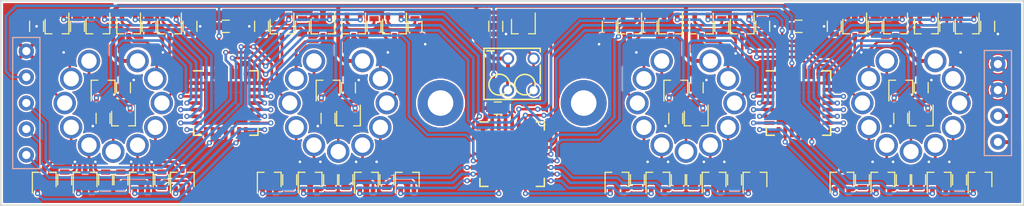
<source format=kicad_pcb>
(kicad_pcb (version 4) (host pcbnew 4.0.6)

  (general
    (links 263)
    (no_connects 0)
    (area 96.924999 91.924999 197.075001 112.075001)
    (thickness 1.6)
    (drawings 4)
    (tracks 1110)
    (zones 0)
    (modules 97)
    (nets 131)
  )

  (page A4)
  (layers
    (0 F.Cu signal)
    (31 B.Cu signal)
    (36 B.SilkS user)
    (37 F.SilkS user)
    (38 B.Mask user)
    (39 F.Mask user)
    (44 Edge.Cuts user)
  )

  (setup
    (last_trace_width 0.254)
    (trace_clearance 0.1524)
    (zone_clearance 0.1524)
    (zone_45_only no)
    (trace_min 0.1524)
    (segment_width 0.2)
    (edge_width 0.15)
    (via_size 0.508)
    (via_drill 0.254)
    (via_min_size 0.508)
    (via_min_drill 0.254)
    (uvia_size 0.254)
    (uvia_drill 0.127)
    (uvias_allowed no)
    (uvia_min_size 0.254)
    (uvia_min_drill 0.127)
    (pcb_text_width 0.3)
    (pcb_text_size 1.5 1.5)
    (mod_edge_width 0.15)
    (mod_text_size 1 1)
    (mod_text_width 0.15)
    (pad_size 4.5 4.5)
    (pad_drill 2.5)
    (pad_to_mask_clearance 0.1524)
    (aux_axis_origin 147 102)
    (grid_origin 147 102)
    (visible_elements 7FFEFF7F)
    (pcbplotparams
      (layerselection 0x010a0_00000001)
      (usegerberextensions false)
      (excludeedgelayer true)
      (linewidth 0.100000)
      (plotframeref false)
      (viasonmask false)
      (mode 1)
      (useauxorigin false)
      (hpglpennumber 1)
      (hpglpenspeed 20)
      (hpglpendiameter 15)
      (hpglpenoverlay 2)
      (psnegative false)
      (psa4output false)
      (plotreference false)
      (plotvalue false)
      (plotinvisibletext false)
      (padsonsilk false)
      (subtractmaskfromsilk false)
      (outputformat 0)
      (mirror false)
      (drillshape 0)
      (scaleselection 1)
      (outputdirectory ""))
  )

  (net 0 "")
  (net 1 /TUBE_GND)
  (net 2 /TUBE_ANODE)
  (net 3 /nOE)
  (net 4 /SCL)
  (net 5 /SDA)
  (net 6 /VDD)
  (net 7 /VSS)
  (net 8 /T1_G_0)
  (net 9 /T1_E_0)
  (net 10 /T1_C_0)
  (net 11 /T1_G_1)
  (net 12 /T1_E_1)
  (net 13 /T1_C_1)
  (net 14 /T1_G_2)
  (net 15 /T1_E_2)
  (net 16 /T1_C_2)
  (net 17 /T1_G_3)
  (net 18 /T1_E_3)
  (net 19 /T1_C_3)
  (net 20 /T1_G_4)
  (net 21 /T1_E_4)
  (net 22 /T1_C_4)
  (net 23 /T1_G_5)
  (net 24 /T1_E_5)
  (net 25 /T1_C_5)
  (net 26 /T1_G_6)
  (net 27 /T1_E_6)
  (net 28 /T1_C_6)
  (net 29 /T1_G_7)
  (net 30 /T1_E_7)
  (net 31 /T1_C_7)
  (net 32 /T1_G_8)
  (net 33 /T1_E_8)
  (net 34 /T1_C_8)
  (net 35 /T1_G_9)
  (net 36 /T1_E_9)
  (net 37 /T1_C_9)
  (net 38 /T2_G_0)
  (net 39 /T2_E_0)
  (net 40 /T2_C_0)
  (net 41 /T2_G_1)
  (net 42 /T2_E_1)
  (net 43 /T2_C_1)
  (net 44 /T2_G_2)
  (net 45 /T2_E_2)
  (net 46 /T2_C_2)
  (net 47 /T2_G_3)
  (net 48 /T2_E_3)
  (net 49 /T2_C_3)
  (net 50 /T2_G_4)
  (net 51 /T2_E_4)
  (net 52 /T2_C_4)
  (net 53 /T2_G_5)
  (net 54 /T2_E_5)
  (net 55 /T2_C_5)
  (net 56 /T2_G_6)
  (net 57 /T2_E_6)
  (net 58 /T2_C_6)
  (net 59 /T2_G_7)
  (net 60 /T2_E_7)
  (net 61 /T2_C_7)
  (net 62 /T2_G_8)
  (net 63 /T2_E_8)
  (net 64 /T2_C_8)
  (net 65 /T2_G_9)
  (net 66 /T2_E_9)
  (net 67 /T2_C_9)
  (net 68 /T3_G_0)
  (net 69 /T3_E_0)
  (net 70 /T3_C_0)
  (net 71 /T3_G_1)
  (net 72 /T3_E_1)
  (net 73 /T3_C_1)
  (net 74 /T3_G_2)
  (net 75 /T3_E_2)
  (net 76 /T3_C_2)
  (net 77 /T3_G_3)
  (net 78 /T3_E_3)
  (net 79 /T3_C_3)
  (net 80 /T3_G_4)
  (net 81 /T3_E_4)
  (net 82 /T3_C_4)
  (net 83 /T3_G_5)
  (net 84 /T3_E_5)
  (net 85 /T3_C_5)
  (net 86 /T3_G_6)
  (net 87 /T3_E_6)
  (net 88 /T3_C_6)
  (net 89 /T3_G_7)
  (net 90 /T3_E_7)
  (net 91 /T3_C_7)
  (net 92 /T3_G_8)
  (net 93 /T3_E_8)
  (net 94 /T3_C_8)
  (net 95 /T3_G_9)
  (net 96 /T3_E_9)
  (net 97 /T3_C_9)
  (net 98 /T4_G_0)
  (net 99 /T4_E_0)
  (net 100 /T4_C_0)
  (net 101 /T4_G_1)
  (net 102 /T4_E_1)
  (net 103 /T4_C_1)
  (net 104 /T4_G_2)
  (net 105 /T4_E_2)
  (net 106 /T4_C_2)
  (net 107 /T4_G_3)
  (net 108 /T4_E_3)
  (net 109 /T4_C_3)
  (net 110 /T4_G_4)
  (net 111 /T4_E_4)
  (net 112 /T4_C_4)
  (net 113 /T4_G_5)
  (net 114 /T4_E_5)
  (net 115 /T4_C_5)
  (net 116 /T4_G_6)
  (net 117 /T4_E_6)
  (net 118 /T4_C_6)
  (net 119 /T4_G_7)
  (net 120 /T4_E_7)
  (net 121 /T4_C_7)
  (net 122 /T4_G_8)
  (net 123 /T4_E_8)
  (net 124 /T4_C_8)
  (net 125 /T4_G_9)
  (net 126 /T4_E_9)
  (net 127 /T4_C_9)
  (net 128 "Net-(Q41-Pad2)")
  (net 129 "Net-(Q41-Pad3)")
  (net 130 "Net-(Q41-Pad1)")

  (net_class Default "This is the default net class."
    (clearance 0.1524)
    (trace_width 0.254)
    (via_dia 0.508)
    (via_drill 0.254)
    (uvia_dia 0.254)
    (uvia_drill 0.127)
    (add_net /SCL)
    (add_net /SDA)
    (add_net /T1_C_0)
    (add_net /T1_C_1)
    (add_net /T1_C_2)
    (add_net /T1_C_3)
    (add_net /T1_C_4)
    (add_net /T1_C_5)
    (add_net /T1_C_6)
    (add_net /T1_C_7)
    (add_net /T1_C_8)
    (add_net /T1_C_9)
    (add_net /T1_E_0)
    (add_net /T1_E_1)
    (add_net /T1_E_2)
    (add_net /T1_E_3)
    (add_net /T1_E_4)
    (add_net /T1_E_5)
    (add_net /T1_E_6)
    (add_net /T1_E_7)
    (add_net /T1_E_8)
    (add_net /T1_E_9)
    (add_net /T1_G_0)
    (add_net /T1_G_1)
    (add_net /T1_G_2)
    (add_net /T1_G_3)
    (add_net /T1_G_4)
    (add_net /T1_G_5)
    (add_net /T1_G_6)
    (add_net /T1_G_7)
    (add_net /T1_G_8)
    (add_net /T1_G_9)
    (add_net /T2_C_0)
    (add_net /T2_C_1)
    (add_net /T2_C_2)
    (add_net /T2_C_3)
    (add_net /T2_C_4)
    (add_net /T2_C_5)
    (add_net /T2_C_6)
    (add_net /T2_C_7)
    (add_net /T2_C_8)
    (add_net /T2_C_9)
    (add_net /T2_E_0)
    (add_net /T2_E_1)
    (add_net /T2_E_2)
    (add_net /T2_E_3)
    (add_net /T2_E_4)
    (add_net /T2_E_5)
    (add_net /T2_E_6)
    (add_net /T2_E_7)
    (add_net /T2_E_8)
    (add_net /T2_E_9)
    (add_net /T2_G_0)
    (add_net /T2_G_1)
    (add_net /T2_G_2)
    (add_net /T2_G_3)
    (add_net /T2_G_4)
    (add_net /T2_G_5)
    (add_net /T2_G_6)
    (add_net /T2_G_7)
    (add_net /T2_G_8)
    (add_net /T2_G_9)
    (add_net /T3_C_0)
    (add_net /T3_C_1)
    (add_net /T3_C_2)
    (add_net /T3_C_3)
    (add_net /T3_C_4)
    (add_net /T3_C_5)
    (add_net /T3_C_6)
    (add_net /T3_C_7)
    (add_net /T3_C_8)
    (add_net /T3_C_9)
    (add_net /T3_E_0)
    (add_net /T3_E_1)
    (add_net /T3_E_2)
    (add_net /T3_E_3)
    (add_net /T3_E_4)
    (add_net /T3_E_5)
    (add_net /T3_E_6)
    (add_net /T3_E_7)
    (add_net /T3_E_8)
    (add_net /T3_E_9)
    (add_net /T3_G_0)
    (add_net /T3_G_1)
    (add_net /T3_G_2)
    (add_net /T3_G_3)
    (add_net /T3_G_4)
    (add_net /T3_G_5)
    (add_net /T3_G_6)
    (add_net /T3_G_7)
    (add_net /T3_G_8)
    (add_net /T3_G_9)
    (add_net /T4_C_0)
    (add_net /T4_C_1)
    (add_net /T4_C_2)
    (add_net /T4_C_3)
    (add_net /T4_C_4)
    (add_net /T4_C_5)
    (add_net /T4_C_6)
    (add_net /T4_C_7)
    (add_net /T4_C_8)
    (add_net /T4_C_9)
    (add_net /T4_E_0)
    (add_net /T4_E_1)
    (add_net /T4_E_2)
    (add_net /T4_E_3)
    (add_net /T4_E_4)
    (add_net /T4_E_5)
    (add_net /T4_E_6)
    (add_net /T4_E_7)
    (add_net /T4_E_8)
    (add_net /T4_E_9)
    (add_net /T4_G_0)
    (add_net /T4_G_1)
    (add_net /T4_G_2)
    (add_net /T4_G_3)
    (add_net /T4_G_4)
    (add_net /T4_G_5)
    (add_net /T4_G_6)
    (add_net /T4_G_7)
    (add_net /T4_G_8)
    (add_net /T4_G_9)
    (add_net /TUBE_GND)
    (add_net /VDD)
    (add_net /VSS)
    (add_net /nOE)
    (add_net "Net-(Q41-Pad1)")
    (add_net "Net-(Q41-Pad2)")
    (add_net "Net-(Q41-Pad3)")
  )

  (net_class HV_Anode ""
    (clearance 0.254)
    (trace_width 0.381)
    (via_dia 0.508)
    (via_drill 0.254)
    (uvia_dia 0.254)
    (uvia_drill 0.127)
    (add_net /TUBE_ANODE)
  )

  (module "Custom Parts:Pin_Header_Straight_1x04_Pitch2.54mm" (layer B.Cu) (tedit 5972C51D) (tstamp 5972C4D1)
    (at 194.5 102 180)
    (descr "Through hole straight pin header, 1x04, 2.54mm pitch, single row")
    (tags "Through hole pin header THT 1x04 2.54mm single row")
    (path /5972C3A8)
    (fp_text reference J1 (at 0 6.14 180) (layer B.SilkS) hide
      (effects (font (size 1 1) (thickness 0.15)) (justify mirror))
    )
    (fp_text value CONN_01X04 (at 0 -6.14 180) (layer B.Fab)
      (effects (font (size 1 1) (thickness 0.15)) (justify mirror))
    )
    (fp_line (start -1.33 5.14) (end 1.33 5.14) (layer B.SilkS) (width 0.12))
    (fp_line (start 1.27 5.08) (end -1.27 5.08) (layer B.Fab) (width 0.1))
    (fp_line (start -1.27 5.08) (end -1.27 -5.08) (layer B.Fab) (width 0.1))
    (fp_line (start 1.27 5.08) (end 1.27 -5.08) (layer B.Fab) (width 0.1))
    (fp_line (start 1.27 -5.08) (end -1.27 -5.08) (layer B.Fab) (width 0.1))
    (fp_line (start -1.33 -5.14) (end 1.33 -5.14) (layer B.SilkS) (width 0.12))
    (fp_line (start -1.33 5.14) (end -1.33 -5.14) (layer B.SilkS) (width 0.12))
    (fp_line (start 1.33 5.14) (end 1.33 -5.14) (layer B.SilkS) (width 0.12))
    (fp_line (start -1.8 5.61) (end -1.8 -5.59) (layer B.CrtYd) (width 0.05))
    (fp_line (start -1.8 -5.59) (end 1.8 -5.59) (layer B.CrtYd) (width 0.05))
    (fp_line (start 1.8 -5.59) (end 1.8 5.61) (layer B.CrtYd) (width 0.05))
    (fp_line (start 1.8 5.61) (end -1.8 5.61) (layer B.CrtYd) (width 0.05))
    (pad 1 thru_hole circle (at 0 3.81 180) (size 1.5 1.5) (drill 0.8) (layers *.Cu *.Mask)
      (net 1 /TUBE_GND))
    (pad 2 thru_hole circle (at 0 1.27 180) (size 1.5 1.5) (drill 0.8) (layers *.Cu *.Mask)
      (net 1 /TUBE_GND))
    (pad 3 thru_hole circle (at 0 -1.27 180) (size 1.5 1.5) (drill 0.8) (layers *.Cu *.Mask)
      (net 2 /TUBE_ANODE))
    (pad 4 thru_hole circle (at 0 -3.81 180) (size 1.5 1.5) (drill 0.8) (layers *.Cu *.Mask)
      (net 2 /TUBE_ANODE))
  )

  (module "Custom Parts:IN-8" (layer F.Cu) (tedit 594892FA) (tstamp 593C8649)
    (at 186 102)
    (path /5938FB49)
    (fp_text reference T4 (at 0 0) (layer F.SilkS) hide
      (effects (font (size 1 1) (thickness 0.15)))
    )
    (fp_text value IN-8 (at 0 -1.27) (layer F.Fab)
      (effects (font (size 1 1) (thickness 0.15)))
    )
    (pad 1 thru_hole circle (at -2.375 -4.114) (size 2.2 2.2) (drill 1.5) (layers *.Cu *.Mask)
      (net 100 /T4_C_0))
    (pad 2 thru_hole circle (at -4.114 -2.375) (size 2.2 2.2) (drill 1.5) (layers *.Cu *.Mask)
      (net 103 /T4_C_1))
    (pad 3 thru_hole circle (at -4.75 0) (size 2.2 2.2) (drill 1.5) (layers *.Cu *.Mask)
      (net 106 /T4_C_2))
    (pad 4 thru_hole circle (at -4.114 2.375) (size 2.2 2.2) (drill 1.5) (layers *.Cu *.Mask)
      (net 109 /T4_C_3))
    (pad 5 thru_hole circle (at -2.375 4.114) (size 2.2 2.2) (drill 1.5) (layers *.Cu *.Mask)
      (net 112 /T4_C_4))
    (pad 6 thru_hole circle (at 0 4.75) (size 2.2 2.2) (drill 1.5) (layers *.Cu *.Mask)
      (net 115 /T4_C_5))
    (pad 7 thru_hole circle (at 2.375 4.114) (size 2.2 2.2) (drill 1.5) (layers *.Cu *.Mask)
      (net 118 /T4_C_6))
    (pad 8 thru_hole circle (at 4.114 2.375) (size 2.2 2.2) (drill 1.5) (layers *.Cu *.Mask)
      (net 121 /T4_C_7))
    (pad 10 thru_hole circle (at 4.114 -2.375) (size 2.2 2.2) (drill 1.5) (layers *.Cu *.Mask)
      (net 127 /T4_C_9))
    (pad 11 thru_hole circle (at 2.375 -4.114) (size 2.2 2.2) (drill 1.5) (layers *.Cu *.Mask)
      (net 2 /TUBE_ANODE))
    (pad 9 thru_hole circle (at 4.75 0) (size 2.2 2.2) (drill 1.5) (layers *.Cu *.Mask)
      (net 124 /T4_C_8))
  )

  (module "Custom Parts:IN-8" (layer F.Cu) (tedit 594892BA) (tstamp 593C862E)
    (at 164 102)
    (path /5938FA0F)
    (fp_text reference T3 (at 0 0) (layer F.SilkS) hide
      (effects (font (size 1 1) (thickness 0.15)))
    )
    (fp_text value IN-8 (at 0 -1.27) (layer F.Fab)
      (effects (font (size 1 1) (thickness 0.15)))
    )
    (pad 1 thru_hole circle (at -2.375 -4.114) (size 2.2 2.2) (drill 1.5) (layers *.Cu *.Mask)
      (net 70 /T3_C_0))
    (pad 2 thru_hole circle (at -4.114 -2.375) (size 2.2 2.2) (drill 1.5) (layers *.Cu *.Mask)
      (net 73 /T3_C_1))
    (pad 3 thru_hole circle (at -4.75 0) (size 2.2 2.2) (drill 1.5) (layers *.Cu *.Mask)
      (net 76 /T3_C_2))
    (pad 4 thru_hole circle (at -4.114 2.375) (size 2.2 2.2) (drill 1.5) (layers *.Cu *.Mask)
      (net 79 /T3_C_3))
    (pad 5 thru_hole circle (at -2.375 4.114) (size 2.2 2.2) (drill 1.5) (layers *.Cu *.Mask)
      (net 82 /T3_C_4))
    (pad 6 thru_hole circle (at 0 4.75) (size 2.2 2.2) (drill 1.5) (layers *.Cu *.Mask)
      (net 85 /T3_C_5))
    (pad 7 thru_hole circle (at 2.375 4.114) (size 2.2 2.2) (drill 1.5) (layers *.Cu *.Mask)
      (net 88 /T3_C_6))
    (pad 8 thru_hole circle (at 4.114 2.375) (size 2.2 2.2) (drill 1.5) (layers *.Cu *.Mask)
      (net 91 /T3_C_7))
    (pad 10 thru_hole circle (at 4.114 -2.375) (size 2.2 2.2) (drill 1.5) (layers *.Cu *.Mask)
      (net 97 /T3_C_9))
    (pad 11 thru_hole circle (at 2.375 -4.114) (size 2.2 2.2) (drill 1.5) (layers *.Cu *.Mask)
      (net 2 /TUBE_ANODE))
    (pad 9 thru_hole circle (at 4.75 0) (size 2.2 2.2) (drill 1.5) (layers *.Cu *.Mask)
      (net 94 /T3_C_8))
  )

  (module "Custom Parts:IN-8" (layer F.Cu) (tedit 5948927B) (tstamp 593C8613)
    (at 130 102)
    (path /5938FA7E)
    (fp_text reference T2 (at 0 0) (layer F.SilkS) hide
      (effects (font (size 1 1) (thickness 0.15)))
    )
    (fp_text value IN-8 (at 0 -1.27) (layer F.Fab)
      (effects (font (size 1 1) (thickness 0.15)))
    )
    (pad 1 thru_hole circle (at -2.375 -4.114) (size 2.2 2.2) (drill 1.5) (layers *.Cu *.Mask)
      (net 40 /T2_C_0))
    (pad 2 thru_hole circle (at -4.114 -2.375) (size 2.2 2.2) (drill 1.5) (layers *.Cu *.Mask)
      (net 43 /T2_C_1))
    (pad 3 thru_hole circle (at -4.75 0) (size 2.2 2.2) (drill 1.5) (layers *.Cu *.Mask)
      (net 46 /T2_C_2))
    (pad 4 thru_hole circle (at -4.114 2.375) (size 2.2 2.2) (drill 1.5) (layers *.Cu *.Mask)
      (net 49 /T2_C_3))
    (pad 5 thru_hole circle (at -2.375 4.114) (size 2.2 2.2) (drill 1.5) (layers *.Cu *.Mask)
      (net 52 /T2_C_4))
    (pad 6 thru_hole circle (at 0 4.75) (size 2.2 2.2) (drill 1.5) (layers *.Cu *.Mask)
      (net 55 /T2_C_5))
    (pad 7 thru_hole circle (at 2.375 4.114) (size 2.2 2.2) (drill 1.5) (layers *.Cu *.Mask)
      (net 58 /T2_C_6))
    (pad 8 thru_hole circle (at 4.114 2.375) (size 2.2 2.2) (drill 1.5) (layers *.Cu *.Mask)
      (net 61 /T2_C_7))
    (pad 10 thru_hole circle (at 4.114 -2.375) (size 2.2 2.2) (drill 1.5) (layers *.Cu *.Mask)
      (net 67 /T2_C_9))
    (pad 11 thru_hole circle (at 2.375 -4.114) (size 2.2 2.2) (drill 1.5) (layers *.Cu *.Mask)
      (net 2 /TUBE_ANODE))
    (pad 9 thru_hole circle (at 4.75 0) (size 2.2 2.2) (drill 1.5) (layers *.Cu *.Mask)
      (net 64 /T2_C_8))
  )

  (module "Custom Parts:IN-8" (layer F.Cu) (tedit 5948927F) (tstamp 593C85F8)
    (at 108 102)
    (path /5938FAE9)
    (fp_text reference T1 (at 0 0) (layer F.SilkS) hide
      (effects (font (size 1 1) (thickness 0.15)))
    )
    (fp_text value IN-8 (at 0 -1.27) (layer F.Fab)
      (effects (font (size 1 1) (thickness 0.15)))
    )
    (pad 1 thru_hole circle (at -2.375 -4.114) (size 2.2 2.2) (drill 1.5) (layers *.Cu *.Mask)
      (net 10 /T1_C_0))
    (pad 2 thru_hole circle (at -4.114 -2.375) (size 2.2 2.2) (drill 1.5) (layers *.Cu *.Mask)
      (net 13 /T1_C_1))
    (pad 3 thru_hole circle (at -4.75 0) (size 2.2 2.2) (drill 1.5) (layers *.Cu *.Mask)
      (net 16 /T1_C_2))
    (pad 4 thru_hole circle (at -4.114 2.375) (size 2.2 2.2) (drill 1.5) (layers *.Cu *.Mask)
      (net 19 /T1_C_3))
    (pad 5 thru_hole circle (at -2.375 4.114) (size 2.2 2.2) (drill 1.5) (layers *.Cu *.Mask)
      (net 22 /T1_C_4))
    (pad 6 thru_hole circle (at 0 4.75) (size 2.2 2.2) (drill 1.5) (layers *.Cu *.Mask)
      (net 25 /T1_C_5))
    (pad 7 thru_hole circle (at 2.375 4.114) (size 2.2 2.2) (drill 1.5) (layers *.Cu *.Mask)
      (net 28 /T1_C_6))
    (pad 8 thru_hole circle (at 4.114 2.375) (size 2.2 2.2) (drill 1.5) (layers *.Cu *.Mask)
      (net 31 /T1_C_7))
    (pad 10 thru_hole circle (at 4.114 -2.375) (size 2.2 2.2) (drill 1.5) (layers *.Cu *.Mask)
      (net 37 /T1_C_9))
    (pad 11 thru_hole circle (at 2.375 -4.114) (size 2.2 2.2) (drill 1.5) (layers *.Cu *.Mask)
      (net 2 /TUBE_ANODE))
    (pad 9 thru_hole circle (at 4.75 0) (size 2.2 2.2) (drill 1.5) (layers *.Cu *.Mask)
      (net 34 /T1_C_8))
  )

  (module TO_SOT_Packages_SMD:SOT-323_SC-70 (layer F.Cu) (tedit 59489268) (tstamp 593C80B2)
    (at 124.5 94.5 270)
    (descr "SOT-323, SC-70")
    (tags "SOT-323 SC-70")
    (path /593936B6)
    (attr smd)
    (fp_text reference Q13 (at -0.05 -1.95 270) (layer F.SilkS) hide
      (effects (font (size 1 1) (thickness 0.15)))
    )
    (fp_text value Q_NPN_BEC (at -0.05 2.05 270) (layer F.Fab)
      (effects (font (size 1 1) (thickness 0.15)))
    )
    (fp_text user %R (at -0.005 0 270) (layer F.Fab)
      (effects (font (size 0.5 0.5) (thickness 0.075)))
    )
    (fp_line (start 0.73 0.5) (end 0.73 1.16) (layer F.SilkS) (width 0.12))
    (fp_line (start 0.73 -1.16) (end 0.73 -0.5) (layer F.SilkS) (width 0.12))
    (fp_line (start 1.7 1.3) (end -1.7 1.3) (layer F.CrtYd) (width 0.05))
    (fp_line (start 1.7 -1.3) (end 1.7 1.3) (layer F.CrtYd) (width 0.05))
    (fp_line (start -1.7 -1.3) (end 1.7 -1.3) (layer F.CrtYd) (width 0.05))
    (fp_line (start -1.7 1.3) (end -1.7 -1.3) (layer F.CrtYd) (width 0.05))
    (fp_line (start 0.73 -1.16) (end -1.3 -1.16) (layer F.SilkS) (width 0.12))
    (fp_line (start -0.68 1.16) (end 0.73 1.16) (layer F.SilkS) (width 0.12))
    (fp_line (start 0.67 -1.1) (end -0.18 -1.1) (layer F.Fab) (width 0.1))
    (fp_line (start -0.68 -0.6) (end -0.68 1.1) (layer F.Fab) (width 0.1))
    (fp_line (start 0.67 -1.1) (end 0.67 1.1) (layer F.Fab) (width 0.1))
    (fp_line (start 0.67 1.1) (end -0.68 1.1) (layer F.Fab) (width 0.1))
    (fp_line (start -0.18 -1.1) (end -0.68 -0.6) (layer F.Fab) (width 0.1))
    (pad 1 smd rect (at -1 -0.65 180) (size 0.45 0.7) (layers F.Cu F.Mask)
      (net 44 /T2_G_2))
    (pad 2 smd rect (at -1 0.65 180) (size 0.45 0.7) (layers F.Cu F.Mask)
      (net 45 /T2_E_2))
    (pad 3 smd rect (at 1 0 180) (size 0.45 0.7) (layers F.Cu F.Mask)
      (net 46 /T2_C_2))
    (model ${KISYS3DMOD}/TO_SOT_Packages_SMD.3dshapes/SOT-323_SC-70.wrl
      (at (xyz 0 0 0))
      (scale (xyz 1 1 1))
      (rotate (xyz 0 0 0))
    )
  )

  (module Housings_DFN_QFN:QFN-28-1EP_6x6mm_Pitch0.65mm (layer F.Cu) (tedit 5948928B) (tstamp 593C86B5)
    (at 119 102)
    (descr "28-Lead Plastic Quad Flat, No Lead Package (ML) - 6x6 mm Body [QFN]; (see Microchip Packaging Specification 00000049BS.pdf)")
    (tags "QFN 0.65")
    (path /593A4DD3)
    (attr smd)
    (fp_text reference U1 (at 0 -4.35) (layer F.SilkS) hide
      (effects (font (size 1 1) (thickness 0.15)))
    )
    (fp_text value PCA9685 (at 0 4.35) (layer F.Fab)
      (effects (font (size 1 1) (thickness 0.15)))
    )
    (fp_line (start -2 -3) (end 3 -3) (layer F.Fab) (width 0.15))
    (fp_line (start 3 -3) (end 3 3) (layer F.Fab) (width 0.15))
    (fp_line (start 3 3) (end -3 3) (layer F.Fab) (width 0.15))
    (fp_line (start -3 3) (end -3 -2) (layer F.Fab) (width 0.15))
    (fp_line (start -3 -2) (end -2 -3) (layer F.Fab) (width 0.15))
    (fp_line (start -3.6 -3.6) (end -3.6 3.6) (layer F.CrtYd) (width 0.05))
    (fp_line (start 3.6 -3.6) (end 3.6 3.6) (layer F.CrtYd) (width 0.05))
    (fp_line (start -3.6 -3.6) (end 3.6 -3.6) (layer F.CrtYd) (width 0.05))
    (fp_line (start -3.6 3.6) (end 3.6 3.6) (layer F.CrtYd) (width 0.05))
    (fp_line (start 3.15 -3.15) (end 3.15 -2.36) (layer F.SilkS) (width 0.15))
    (fp_line (start -3.15 3.15) (end -3.15 2.36) (layer F.SilkS) (width 0.15))
    (fp_line (start 3.15 3.15) (end 3.15 2.36) (layer F.SilkS) (width 0.15))
    (fp_line (start -3.15 -3.15) (end -2.36 -3.15) (layer F.SilkS) (width 0.15))
    (fp_line (start -3.15 3.15) (end -2.36 3.15) (layer F.SilkS) (width 0.15))
    (fp_line (start 3.15 3.15) (end 2.36 3.15) (layer F.SilkS) (width 0.15))
    (fp_line (start 3.15 -3.15) (end 2.36 -3.15) (layer F.SilkS) (width 0.15))
    (pad 1 smd rect (at -2.85 -1.95) (size 1 0.37) (layers F.Cu F.Mask)
      (net 7 /VSS))
    (pad 2 smd rect (at -2.85 -1.3) (size 1 0.37) (layers F.Cu F.Mask)
      (net 7 /VSS))
    (pad 3 smd rect (at -2.85 -0.65) (size 1 0.37) (layers F.Cu F.Mask)
      (net 23 /T1_G_5))
    (pad 4 smd rect (at -2.85 0) (size 1 0.37) (layers F.Cu F.Mask)
      (net 8 /T1_G_0))
    (pad 5 smd rect (at -2.85 0.65) (size 1 0.37) (layers F.Cu F.Mask)
      (net 14 /T1_G_2))
    (pad 6 smd rect (at -2.85 1.3) (size 1 0.37) (layers F.Cu F.Mask)
      (net 11 /T1_G_1))
    (pad 7 smd rect (at -2.85 1.95) (size 1 0.37) (layers F.Cu F.Mask)
      (net 35 /T1_G_9))
    (pad 8 smd rect (at -1.95 2.85 90) (size 1 0.37) (layers F.Cu F.Mask)
      (net 32 /T1_G_8))
    (pad 9 smd rect (at -1.3 2.85 90) (size 1 0.37) (layers F.Cu F.Mask)
      (net 20 /T1_G_4))
    (pad 10 smd rect (at -0.65 2.85 90) (size 1 0.37) (layers F.Cu F.Mask))
    (pad 11 smd rect (at 0 2.85 90) (size 1 0.37) (layers F.Cu F.Mask)
      (net 7 /VSS))
    (pad 12 smd rect (at 0.65 2.85 90) (size 1 0.37) (layers F.Cu F.Mask))
    (pad 13 smd rect (at 1.3 2.85 90) (size 1 0.37) (layers F.Cu F.Mask)
      (net 17 /T1_G_3))
    (pad 14 smd rect (at 1.95 2.85 90) (size 1 0.37) (layers F.Cu F.Mask)
      (net 29 /T1_G_7))
    (pad 15 smd rect (at 2.85 1.95) (size 1 0.37) (layers F.Cu F.Mask)
      (net 26 /T1_G_6))
    (pad 16 smd rect (at 2.85 1.3) (size 1 0.37) (layers F.Cu F.Mask)
      (net 44 /T2_G_2))
    (pad 17 smd rect (at 2.85 0.65) (size 1 0.37) (layers F.Cu F.Mask)
      (net 41 /T2_G_1))
    (pad 18 smd rect (at 2.85 0) (size 1 0.37) (layers F.Cu F.Mask)
      (net 65 /T2_G_9))
    (pad 19 smd rect (at 2.85 -0.65) (size 1 0.37) (layers F.Cu F.Mask)
      (net 38 /T2_G_0))
    (pad 20 smd rect (at 2.85 -1.3) (size 1 0.37) (layers F.Cu F.Mask)
      (net 3 /nOE))
    (pad 21 smd rect (at 2.85 -1.95) (size 1 0.37) (layers F.Cu F.Mask)
      (net 7 /VSS))
    (pad 22 smd rect (at 1.95 -2.85 90) (size 1 0.37) (layers F.Cu F.Mask)
      (net 7 /VSS))
    (pad 23 smd rect (at 1.3 -2.85 90) (size 1 0.37) (layers F.Cu F.Mask)
      (net 4 /SCL))
    (pad 24 smd rect (at 0.65 -2.85 90) (size 1 0.37) (layers F.Cu F.Mask)
      (net 5 /SDA))
    (pad 25 smd rect (at 0 -2.85 90) (size 1 0.37) (layers F.Cu F.Mask)
      (net 6 /VDD))
    (pad 26 smd rect (at -0.65 -2.85 90) (size 1 0.37) (layers F.Cu F.Mask)
      (net 6 /VDD))
    (pad 27 smd rect (at -1.3 -2.85 90) (size 1 0.37) (layers F.Cu F.Mask)
      (net 7 /VSS))
    (pad 28 smd rect (at -1.95 -2.85 90) (size 1 0.37) (layers F.Cu F.Mask)
      (net 7 /VSS))
    (pad 29 smd rect (at 1.59375 1.59375) (size 1.0625 1.0625) (layers F.Cu F.Mask)
      (net 7 /VSS) (solder_paste_margin_ratio -0.2))
    (pad 29 smd rect (at 1.59375 0.53125) (size 1.0625 1.0625) (layers F.Cu F.Mask)
      (net 7 /VSS) (solder_paste_margin_ratio -0.2))
    (pad 29 smd rect (at 1.59375 -0.53125) (size 1.0625 1.0625) (layers F.Cu F.Mask)
      (net 7 /VSS) (solder_paste_margin_ratio -0.2))
    (pad 29 smd rect (at 1.59375 -1.59375) (size 1.0625 1.0625) (layers F.Cu F.Mask)
      (net 7 /VSS) (solder_paste_margin_ratio -0.2))
    (pad 29 smd rect (at 0.53125 1.59375) (size 1.0625 1.0625) (layers F.Cu F.Mask)
      (net 7 /VSS) (solder_paste_margin_ratio -0.2))
    (pad 29 smd rect (at 0.53125 0.53125) (size 1.0625 1.0625) (layers F.Cu F.Mask)
      (net 7 /VSS) (solder_paste_margin_ratio -0.2))
    (pad 29 smd rect (at 0.53125 -0.53125) (size 1.0625 1.0625) (layers F.Cu F.Mask)
      (net 7 /VSS) (solder_paste_margin_ratio -0.2))
    (pad 29 smd rect (at 0.53125 -1.59375) (size 1.0625 1.0625) (layers F.Cu F.Mask)
      (net 7 /VSS) (solder_paste_margin_ratio -0.2))
    (pad 29 smd rect (at -0.53125 1.59375) (size 1.0625 1.0625) (layers F.Cu F.Mask)
      (net 7 /VSS) (solder_paste_margin_ratio -0.2))
    (pad 29 smd rect (at -0.53125 0.53125) (size 1.0625 1.0625) (layers F.Cu F.Mask)
      (net 7 /VSS) (solder_paste_margin_ratio -0.2))
    (pad 29 smd rect (at -0.53125 -0.53125) (size 1.0625 1.0625) (layers F.Cu F.Mask)
      (net 7 /VSS) (solder_paste_margin_ratio -0.2))
    (pad 29 smd rect (at -0.53125 -1.59375) (size 1.0625 1.0625) (layers F.Cu F.Mask)
      (net 7 /VSS) (solder_paste_margin_ratio -0.2))
    (pad 29 smd rect (at -1.59375 1.59375) (size 1.0625 1.0625) (layers F.Cu F.Mask)
      (net 7 /VSS) (solder_paste_margin_ratio -0.2))
    (pad 29 smd rect (at -1.59375 0.53125) (size 1.0625 1.0625) (layers F.Cu F.Mask)
      (net 7 /VSS) (solder_paste_margin_ratio -0.2))
    (pad 29 smd rect (at -1.59375 -0.53125) (size 1.0625 1.0625) (layers F.Cu F.Mask)
      (net 7 /VSS) (solder_paste_margin_ratio -0.2))
    (pad 29 smd rect (at -1.59375 -1.59375) (size 1.0625 1.0625) (layers F.Cu F.Mask)
      (net 7 /VSS) (solder_paste_margin_ratio -0.2))
    (model Housings_DFN_QFN.3dshapes/QFN-28-1EP_6x6mm_Pitch0.65mm.wrl
      (at (xyz 0 0 0))
      (scale (xyz 1 1 1))
      (rotate (xyz 0 0 0))
    )
  )

  (module TO_SOT_Packages_SMD:SOT-323_SC-70 (layer F.Cu) (tedit 59489218) (tstamp 593C805E)
    (at 113.5 94.5 270)
    (descr "SOT-323, SC-70")
    (tags "SOT-323 SC-70")
    (path /59393716)
    (attr smd)
    (fp_text reference Q9 (at -0.05 -1.95 270) (layer F.SilkS) hide
      (effects (font (size 1 1) (thickness 0.15)))
    )
    (fp_text value Q_NPN_BEC (at -0.05 2.05 270) (layer F.Fab)
      (effects (font (size 1 1) (thickness 0.15)))
    )
    (fp_text user %R (at -0.005 0 270) (layer F.Fab)
      (effects (font (size 0.5 0.5) (thickness 0.075)))
    )
    (fp_line (start 0.73 0.5) (end 0.73 1.16) (layer F.SilkS) (width 0.12))
    (fp_line (start 0.73 -1.16) (end 0.73 -0.5) (layer F.SilkS) (width 0.12))
    (fp_line (start 1.7 1.3) (end -1.7 1.3) (layer F.CrtYd) (width 0.05))
    (fp_line (start 1.7 -1.3) (end 1.7 1.3) (layer F.CrtYd) (width 0.05))
    (fp_line (start -1.7 -1.3) (end 1.7 -1.3) (layer F.CrtYd) (width 0.05))
    (fp_line (start -1.7 1.3) (end -1.7 -1.3) (layer F.CrtYd) (width 0.05))
    (fp_line (start 0.73 -1.16) (end -1.3 -1.16) (layer F.SilkS) (width 0.12))
    (fp_line (start -0.68 1.16) (end 0.73 1.16) (layer F.SilkS) (width 0.12))
    (fp_line (start 0.67 -1.1) (end -0.18 -1.1) (layer F.Fab) (width 0.1))
    (fp_line (start -0.68 -0.6) (end -0.68 1.1) (layer F.Fab) (width 0.1))
    (fp_line (start 0.67 -1.1) (end 0.67 1.1) (layer F.Fab) (width 0.1))
    (fp_line (start 0.67 1.1) (end -0.68 1.1) (layer F.Fab) (width 0.1))
    (fp_line (start -0.18 -1.1) (end -0.68 -0.6) (layer F.Fab) (width 0.1))
    (pad 1 smd rect (at -1 -0.65 180) (size 0.45 0.7) (layers F.Cu F.Mask)
      (net 32 /T1_G_8))
    (pad 2 smd rect (at -1 0.65 180) (size 0.45 0.7) (layers F.Cu F.Mask)
      (net 33 /T1_E_8))
    (pad 3 smd rect (at 1 0 180) (size 0.45 0.7) (layers F.Cu F.Mask)
      (net 34 /T1_C_8))
    (model ${KISYS3DMOD}/TO_SOT_Packages_SMD.3dshapes/SOT-323_SC-70.wrl
      (at (xyz 0 0 0))
      (scale (xyz 1 1 1))
      (rotate (xyz 0 0 0))
    )
  )

  (module TO_SOT_Packages_SMD:SOT-323_SC-70 (layer F.Cu) (tedit 5948920F) (tstamp 593C7FCB)
    (at 106.5 94.5 270)
    (descr "SOT-323, SC-70")
    (tags "SOT-323 SC-70")
    (path /593936EC)
    (attr smd)
    (fp_text reference Q2 (at -0.05 -1.95 270) (layer F.SilkS) hide
      (effects (font (size 1 1) (thickness 0.15)))
    )
    (fp_text value Q_NPN_BEC (at -0.05 2.05 270) (layer F.Fab)
      (effects (font (size 1 1) (thickness 0.15)))
    )
    (fp_text user %R (at -0.005 0 270) (layer F.Fab)
      (effects (font (size 0.5 0.5) (thickness 0.075)))
    )
    (fp_line (start 0.73 0.5) (end 0.73 1.16) (layer F.SilkS) (width 0.12))
    (fp_line (start 0.73 -1.16) (end 0.73 -0.5) (layer F.SilkS) (width 0.12))
    (fp_line (start 1.7 1.3) (end -1.7 1.3) (layer F.CrtYd) (width 0.05))
    (fp_line (start 1.7 -1.3) (end 1.7 1.3) (layer F.CrtYd) (width 0.05))
    (fp_line (start -1.7 -1.3) (end 1.7 -1.3) (layer F.CrtYd) (width 0.05))
    (fp_line (start -1.7 1.3) (end -1.7 -1.3) (layer F.CrtYd) (width 0.05))
    (fp_line (start 0.73 -1.16) (end -1.3 -1.16) (layer F.SilkS) (width 0.12))
    (fp_line (start -0.68 1.16) (end 0.73 1.16) (layer F.SilkS) (width 0.12))
    (fp_line (start 0.67 -1.1) (end -0.18 -1.1) (layer F.Fab) (width 0.1))
    (fp_line (start -0.68 -0.6) (end -0.68 1.1) (layer F.Fab) (width 0.1))
    (fp_line (start 0.67 -1.1) (end 0.67 1.1) (layer F.Fab) (width 0.1))
    (fp_line (start 0.67 1.1) (end -0.68 1.1) (layer F.Fab) (width 0.1))
    (fp_line (start -0.18 -1.1) (end -0.68 -0.6) (layer F.Fab) (width 0.1))
    (pad 1 smd rect (at -1 -0.65 180) (size 0.45 0.7) (layers F.Cu F.Mask)
      (net 11 /T1_G_1))
    (pad 2 smd rect (at -1 0.65 180) (size 0.45 0.7) (layers F.Cu F.Mask)
      (net 12 /T1_E_1))
    (pad 3 smd rect (at 1 0 180) (size 0.45 0.7) (layers F.Cu F.Mask)
      (net 13 /T1_C_1))
    (model ${KISYS3DMOD}/TO_SOT_Packages_SMD.3dshapes/SOT-323_SC-70.wrl
      (at (xyz 0 0 0))
      (scale (xyz 1 1 1))
      (rotate (xyz 0 0 0))
    )
  )

  (module Resistors_SMD:R_0603 (layer F.Cu) (tedit 5948920D) (tstamp 593DDFAA)
    (at 104.5 94.5 270)
    (descr "Resistor SMD 0603, reflow soldering, Vishay (see dcrcw.pdf)")
    (tags "resistor 0603")
    (path /593D296E)
    (attr smd)
    (fp_text reference R2 (at 0 -1.45 270) (layer F.SilkS) hide
      (effects (font (size 1 1) (thickness 0.15)))
    )
    (fp_text value R (at 0 1.5 270) (layer F.Fab)
      (effects (font (size 1 1) (thickness 0.15)))
    )
    (fp_text user %R (at 0 0 270) (layer F.Fab)
      (effects (font (size 0.5 0.5) (thickness 0.075)))
    )
    (fp_line (start -0.8 0.4) (end -0.8 -0.4) (layer F.Fab) (width 0.1))
    (fp_line (start 0.8 0.4) (end -0.8 0.4) (layer F.Fab) (width 0.1))
    (fp_line (start 0.8 -0.4) (end 0.8 0.4) (layer F.Fab) (width 0.1))
    (fp_line (start -0.8 -0.4) (end 0.8 -0.4) (layer F.Fab) (width 0.1))
    (fp_line (start 0.5 0.68) (end -0.5 0.68) (layer F.SilkS) (width 0.12))
    (fp_line (start -0.5 -0.68) (end 0.5 -0.68) (layer F.SilkS) (width 0.12))
    (fp_line (start -1.25 -0.7) (end 1.25 -0.7) (layer F.CrtYd) (width 0.05))
    (fp_line (start -1.25 -0.7) (end -1.25 0.7) (layer F.CrtYd) (width 0.05))
    (fp_line (start 1.25 0.7) (end 1.25 -0.7) (layer F.CrtYd) (width 0.05))
    (fp_line (start 1.25 0.7) (end -1.25 0.7) (layer F.CrtYd) (width 0.05))
    (pad 1 smd rect (at -0.75 0 270) (size 0.5 0.9) (layers F.Cu F.Mask)
      (net 12 /T1_E_1))
    (pad 2 smd rect (at 0.75 0 270) (size 0.5 0.9) (layers F.Cu F.Mask)
      (net 1 /TUBE_GND))
    (model ${KISYS3DMOD}/Resistors_SMD.3dshapes/R_0603.wrl
      (at (xyz 0 0 0))
      (scale (xyz 1 1 1))
      (rotate (xyz 0 0 0))
    )
  )

  (module TO_SOT_Packages_SMD:SOT-323_SC-70 (layer F.Cu) (tedit 59489240) (tstamp 593C80C7)
    (at 123.25 109.5 90)
    (descr "SOT-323, SC-70")
    (tags "SOT-323 SC-70")
    (path /593936BC)
    (attr smd)
    (fp_text reference Q14 (at -0.05 -1.95 90) (layer F.SilkS) hide
      (effects (font (size 1 1) (thickness 0.15)))
    )
    (fp_text value Q_NPN_BEC (at -0.05 2.05 90) (layer F.Fab)
      (effects (font (size 1 1) (thickness 0.15)))
    )
    (fp_text user %R (at -0.005 0 90) (layer F.Fab)
      (effects (font (size 0.5 0.5) (thickness 0.075)))
    )
    (fp_line (start 0.73 0.5) (end 0.73 1.16) (layer F.SilkS) (width 0.12))
    (fp_line (start 0.73 -1.16) (end 0.73 -0.5) (layer F.SilkS) (width 0.12))
    (fp_line (start 1.7 1.3) (end -1.7 1.3) (layer F.CrtYd) (width 0.05))
    (fp_line (start 1.7 -1.3) (end 1.7 1.3) (layer F.CrtYd) (width 0.05))
    (fp_line (start -1.7 -1.3) (end 1.7 -1.3) (layer F.CrtYd) (width 0.05))
    (fp_line (start -1.7 1.3) (end -1.7 -1.3) (layer F.CrtYd) (width 0.05))
    (fp_line (start 0.73 -1.16) (end -1.3 -1.16) (layer F.SilkS) (width 0.12))
    (fp_line (start -0.68 1.16) (end 0.73 1.16) (layer F.SilkS) (width 0.12))
    (fp_line (start 0.67 -1.1) (end -0.18 -1.1) (layer F.Fab) (width 0.1))
    (fp_line (start -0.68 -0.6) (end -0.68 1.1) (layer F.Fab) (width 0.1))
    (fp_line (start 0.67 -1.1) (end 0.67 1.1) (layer F.Fab) (width 0.1))
    (fp_line (start 0.67 1.1) (end -0.68 1.1) (layer F.Fab) (width 0.1))
    (fp_line (start -0.18 -1.1) (end -0.68 -0.6) (layer F.Fab) (width 0.1))
    (pad 1 smd rect (at -1 -0.65) (size 0.45 0.7) (layers F.Cu F.Mask)
      (net 47 /T2_G_3))
    (pad 2 smd rect (at -1 0.65) (size 0.45 0.7) (layers F.Cu F.Mask)
      (net 48 /T2_E_3))
    (pad 3 smd rect (at 1 0) (size 0.45 0.7) (layers F.Cu F.Mask)
      (net 49 /T2_C_3))
    (model ${KISYS3DMOD}/TO_SOT_Packages_SMD.3dshapes/SOT-323_SC-70.wrl
      (at (xyz 0 0 0))
      (scale (xyz 1 1 1))
      (rotate (xyz 0 0 0))
    )
  )

  (module TO_SOT_Packages_SMD:SOT-323_SC-70 (layer F.Cu) (tedit 59489221) (tstamp 593C7FB6)
    (at 107 100.5 90)
    (descr "SOT-323, SC-70")
    (tags "SOT-323 SC-70")
    (path /593936E6)
    (attr smd)
    (fp_text reference Q1 (at -0.05 -1.95 90) (layer F.SilkS) hide
      (effects (font (size 1 1) (thickness 0.15)))
    )
    (fp_text value Q_NPN_BEC (at -0.05 2.05 90) (layer F.Fab)
      (effects (font (size 1 1) (thickness 0.15)))
    )
    (fp_text user %R (at -0.005 0 90) (layer F.Fab)
      (effects (font (size 0.5 0.5) (thickness 0.075)))
    )
    (fp_line (start 0.73 0.5) (end 0.73 1.16) (layer F.SilkS) (width 0.12))
    (fp_line (start 0.73 -1.16) (end 0.73 -0.5) (layer F.SilkS) (width 0.12))
    (fp_line (start 1.7 1.3) (end -1.7 1.3) (layer F.CrtYd) (width 0.05))
    (fp_line (start 1.7 -1.3) (end 1.7 1.3) (layer F.CrtYd) (width 0.05))
    (fp_line (start -1.7 -1.3) (end 1.7 -1.3) (layer F.CrtYd) (width 0.05))
    (fp_line (start -1.7 1.3) (end -1.7 -1.3) (layer F.CrtYd) (width 0.05))
    (fp_line (start 0.73 -1.16) (end -1.3 -1.16) (layer F.SilkS) (width 0.12))
    (fp_line (start -0.68 1.16) (end 0.73 1.16) (layer F.SilkS) (width 0.12))
    (fp_line (start 0.67 -1.1) (end -0.18 -1.1) (layer F.Fab) (width 0.1))
    (fp_line (start -0.68 -0.6) (end -0.68 1.1) (layer F.Fab) (width 0.1))
    (fp_line (start 0.67 -1.1) (end 0.67 1.1) (layer F.Fab) (width 0.1))
    (fp_line (start 0.67 1.1) (end -0.68 1.1) (layer F.Fab) (width 0.1))
    (fp_line (start -0.18 -1.1) (end -0.68 -0.6) (layer F.Fab) (width 0.1))
    (pad 1 smd rect (at -1 -0.65) (size 0.45 0.7) (layers F.Cu F.Mask)
      (net 8 /T1_G_0))
    (pad 2 smd rect (at -1 0.65) (size 0.45 0.7) (layers F.Cu F.Mask)
      (net 9 /T1_E_0))
    (pad 3 smd rect (at 1 0) (size 0.45 0.7) (layers F.Cu F.Mask)
      (net 10 /T1_C_0))
    (model ${KISYS3DMOD}/TO_SOT_Packages_SMD.3dshapes/SOT-323_SC-70.wrl
      (at (xyz 0 0 0))
      (scale (xyz 1 1 1))
      (rotate (xyz 0 0 0))
    )
  )

  (module TO_SOT_Packages_SMD:SOT-323_SC-70 (layer F.Cu) (tedit 5948920A) (tstamp 593C7FE0)
    (at 102.5 94.5 270)
    (descr "SOT-323, SC-70")
    (tags "SOT-323 SC-70")
    (path /593936F2)
    (attr smd)
    (fp_text reference Q3 (at -0.05 -1.95 270) (layer F.SilkS) hide
      (effects (font (size 1 1) (thickness 0.15)))
    )
    (fp_text value Q_NPN_BEC (at -0.05 2.05 270) (layer F.Fab)
      (effects (font (size 1 1) (thickness 0.15)))
    )
    (fp_text user %R (at -0.005 0 270) (layer F.Fab)
      (effects (font (size 0.5 0.5) (thickness 0.075)))
    )
    (fp_line (start 0.73 0.5) (end 0.73 1.16) (layer F.SilkS) (width 0.12))
    (fp_line (start 0.73 -1.16) (end 0.73 -0.5) (layer F.SilkS) (width 0.12))
    (fp_line (start 1.7 1.3) (end -1.7 1.3) (layer F.CrtYd) (width 0.05))
    (fp_line (start 1.7 -1.3) (end 1.7 1.3) (layer F.CrtYd) (width 0.05))
    (fp_line (start -1.7 -1.3) (end 1.7 -1.3) (layer F.CrtYd) (width 0.05))
    (fp_line (start -1.7 1.3) (end -1.7 -1.3) (layer F.CrtYd) (width 0.05))
    (fp_line (start 0.73 -1.16) (end -1.3 -1.16) (layer F.SilkS) (width 0.12))
    (fp_line (start -0.68 1.16) (end 0.73 1.16) (layer F.SilkS) (width 0.12))
    (fp_line (start 0.67 -1.1) (end -0.18 -1.1) (layer F.Fab) (width 0.1))
    (fp_line (start -0.68 -0.6) (end -0.68 1.1) (layer F.Fab) (width 0.1))
    (fp_line (start 0.67 -1.1) (end 0.67 1.1) (layer F.Fab) (width 0.1))
    (fp_line (start 0.67 1.1) (end -0.68 1.1) (layer F.Fab) (width 0.1))
    (fp_line (start -0.18 -1.1) (end -0.68 -0.6) (layer F.Fab) (width 0.1))
    (pad 1 smd rect (at -1 -0.65 180) (size 0.45 0.7) (layers F.Cu F.Mask)
      (net 14 /T1_G_2))
    (pad 2 smd rect (at -1 0.65 180) (size 0.45 0.7) (layers F.Cu F.Mask)
      (net 15 /T1_E_2))
    (pad 3 smd rect (at 1 0 180) (size 0.45 0.7) (layers F.Cu F.Mask)
      (net 16 /T1_C_2))
    (model ${KISYS3DMOD}/TO_SOT_Packages_SMD.3dshapes/SOT-323_SC-70.wrl
      (at (xyz 0 0 0))
      (scale (xyz 1 1 1))
      (rotate (xyz 0 0 0))
    )
  )

  (module TO_SOT_Packages_SMD:SOT-323_SC-70 (layer F.Cu) (tedit 5948922B) (tstamp 593C7FF5)
    (at 101.25 109.5 90)
    (descr "SOT-323, SC-70")
    (tags "SOT-323 SC-70")
    (path /593936F8)
    (attr smd)
    (fp_text reference Q4 (at -0.05 -1.95 90) (layer F.SilkS) hide
      (effects (font (size 1 1) (thickness 0.15)))
    )
    (fp_text value Q_NPN_BEC (at -0.05 2.05 90) (layer F.Fab)
      (effects (font (size 1 1) (thickness 0.15)))
    )
    (fp_text user %R (at -0.005 0 90) (layer F.Fab)
      (effects (font (size 0.5 0.5) (thickness 0.075)))
    )
    (fp_line (start 0.73 0.5) (end 0.73 1.16) (layer F.SilkS) (width 0.12))
    (fp_line (start 0.73 -1.16) (end 0.73 -0.5) (layer F.SilkS) (width 0.12))
    (fp_line (start 1.7 1.3) (end -1.7 1.3) (layer F.CrtYd) (width 0.05))
    (fp_line (start 1.7 -1.3) (end 1.7 1.3) (layer F.CrtYd) (width 0.05))
    (fp_line (start -1.7 -1.3) (end 1.7 -1.3) (layer F.CrtYd) (width 0.05))
    (fp_line (start -1.7 1.3) (end -1.7 -1.3) (layer F.CrtYd) (width 0.05))
    (fp_line (start 0.73 -1.16) (end -1.3 -1.16) (layer F.SilkS) (width 0.12))
    (fp_line (start -0.68 1.16) (end 0.73 1.16) (layer F.SilkS) (width 0.12))
    (fp_line (start 0.67 -1.1) (end -0.18 -1.1) (layer F.Fab) (width 0.1))
    (fp_line (start -0.68 -0.6) (end -0.68 1.1) (layer F.Fab) (width 0.1))
    (fp_line (start 0.67 -1.1) (end 0.67 1.1) (layer F.Fab) (width 0.1))
    (fp_line (start 0.67 1.1) (end -0.68 1.1) (layer F.Fab) (width 0.1))
    (fp_line (start -0.18 -1.1) (end -0.68 -0.6) (layer F.Fab) (width 0.1))
    (pad 1 smd rect (at -1 -0.65) (size 0.45 0.7) (layers F.Cu F.Mask)
      (net 17 /T1_G_3))
    (pad 2 smd rect (at -1 0.65) (size 0.45 0.7) (layers F.Cu F.Mask)
      (net 18 /T1_E_3))
    (pad 3 smd rect (at 1 0) (size 0.45 0.7) (layers F.Cu F.Mask)
      (net 19 /T1_C_3))
    (model ${KISYS3DMOD}/TO_SOT_Packages_SMD.3dshapes/SOT-323_SC-70.wrl
      (at (xyz 0 0 0))
      (scale (xyz 1 1 1))
      (rotate (xyz 0 0 0))
    )
  )

  (module TO_SOT_Packages_SMD:SOT-323_SC-70 (layer F.Cu) (tedit 59489232) (tstamp 593C800A)
    (at 105.25 109.5 90)
    (descr "SOT-323, SC-70")
    (tags "SOT-323 SC-70")
    (path /593936FE)
    (attr smd)
    (fp_text reference Q5 (at -0.05 -1.95 90) (layer F.SilkS) hide
      (effects (font (size 1 1) (thickness 0.15)))
    )
    (fp_text value Q_NPN_BEC (at -0.05 2.05 90) (layer F.Fab)
      (effects (font (size 1 1) (thickness 0.15)))
    )
    (fp_text user %R (at -0.005 0 90) (layer F.Fab)
      (effects (font (size 0.5 0.5) (thickness 0.075)))
    )
    (fp_line (start 0.73 0.5) (end 0.73 1.16) (layer F.SilkS) (width 0.12))
    (fp_line (start 0.73 -1.16) (end 0.73 -0.5) (layer F.SilkS) (width 0.12))
    (fp_line (start 1.7 1.3) (end -1.7 1.3) (layer F.CrtYd) (width 0.05))
    (fp_line (start 1.7 -1.3) (end 1.7 1.3) (layer F.CrtYd) (width 0.05))
    (fp_line (start -1.7 -1.3) (end 1.7 -1.3) (layer F.CrtYd) (width 0.05))
    (fp_line (start -1.7 1.3) (end -1.7 -1.3) (layer F.CrtYd) (width 0.05))
    (fp_line (start 0.73 -1.16) (end -1.3 -1.16) (layer F.SilkS) (width 0.12))
    (fp_line (start -0.68 1.16) (end 0.73 1.16) (layer F.SilkS) (width 0.12))
    (fp_line (start 0.67 -1.1) (end -0.18 -1.1) (layer F.Fab) (width 0.1))
    (fp_line (start -0.68 -0.6) (end -0.68 1.1) (layer F.Fab) (width 0.1))
    (fp_line (start 0.67 -1.1) (end 0.67 1.1) (layer F.Fab) (width 0.1))
    (fp_line (start 0.67 1.1) (end -0.68 1.1) (layer F.Fab) (width 0.1))
    (fp_line (start -0.18 -1.1) (end -0.68 -0.6) (layer F.Fab) (width 0.1))
    (pad 1 smd rect (at -1 -0.65) (size 0.45 0.7) (layers F.Cu F.Mask)
      (net 20 /T1_G_4))
    (pad 2 smd rect (at -1 0.65) (size 0.45 0.7) (layers F.Cu F.Mask)
      (net 21 /T1_E_4))
    (pad 3 smd rect (at 1 0) (size 0.45 0.7) (layers F.Cu F.Mask)
      (net 22 /T1_C_4))
    (model ${KISYS3DMOD}/TO_SOT_Packages_SMD.3dshapes/SOT-323_SC-70.wrl
      (at (xyz 0 0 0))
      (scale (xyz 1 1 1))
      (rotate (xyz 0 0 0))
    )
  )

  (module TO_SOT_Packages_SMD:SOT-323_SC-70 (layer F.Cu) (tedit 59489228) (tstamp 593C801F)
    (at 109 103.5 270)
    (descr "SOT-323, SC-70")
    (tags "SOT-323 SC-70")
    (path /59393704)
    (attr smd)
    (fp_text reference Q6 (at -0.05 -1.95 270) (layer F.SilkS) hide
      (effects (font (size 1 1) (thickness 0.15)))
    )
    (fp_text value Q_NPN_BEC (at -0.05 2.05 270) (layer F.Fab)
      (effects (font (size 1 1) (thickness 0.15)))
    )
    (fp_text user %R (at -0.005 0 270) (layer F.Fab)
      (effects (font (size 0.5 0.5) (thickness 0.075)))
    )
    (fp_line (start 0.73 0.5) (end 0.73 1.16) (layer F.SilkS) (width 0.12))
    (fp_line (start 0.73 -1.16) (end 0.73 -0.5) (layer F.SilkS) (width 0.12))
    (fp_line (start 1.7 1.3) (end -1.7 1.3) (layer F.CrtYd) (width 0.05))
    (fp_line (start 1.7 -1.3) (end 1.7 1.3) (layer F.CrtYd) (width 0.05))
    (fp_line (start -1.7 -1.3) (end 1.7 -1.3) (layer F.CrtYd) (width 0.05))
    (fp_line (start -1.7 1.3) (end -1.7 -1.3) (layer F.CrtYd) (width 0.05))
    (fp_line (start 0.73 -1.16) (end -1.3 -1.16) (layer F.SilkS) (width 0.12))
    (fp_line (start -0.68 1.16) (end 0.73 1.16) (layer F.SilkS) (width 0.12))
    (fp_line (start 0.67 -1.1) (end -0.18 -1.1) (layer F.Fab) (width 0.1))
    (fp_line (start -0.68 -0.6) (end -0.68 1.1) (layer F.Fab) (width 0.1))
    (fp_line (start 0.67 -1.1) (end 0.67 1.1) (layer F.Fab) (width 0.1))
    (fp_line (start 0.67 1.1) (end -0.68 1.1) (layer F.Fab) (width 0.1))
    (fp_line (start -0.18 -1.1) (end -0.68 -0.6) (layer F.Fab) (width 0.1))
    (pad 1 smd rect (at -1 -0.65 180) (size 0.45 0.7) (layers F.Cu F.Mask)
      (net 23 /T1_G_5))
    (pad 2 smd rect (at -1 0.65 180) (size 0.45 0.7) (layers F.Cu F.Mask)
      (net 24 /T1_E_5))
    (pad 3 smd rect (at 1 0 180) (size 0.45 0.7) (layers F.Cu F.Mask)
      (net 25 /T1_C_5))
    (model ${KISYS3DMOD}/TO_SOT_Packages_SMD.3dshapes/SOT-323_SC-70.wrl
      (at (xyz 0 0 0))
      (scale (xyz 1 1 1))
      (rotate (xyz 0 0 0))
    )
  )

  (module TO_SOT_Packages_SMD:SOT-323_SC-70 (layer F.Cu) (tedit 59489239) (tstamp 593C8034)
    (at 110.75 109.5 90)
    (descr "SOT-323, SC-70")
    (tags "SOT-323 SC-70")
    (path /5939370A)
    (attr smd)
    (fp_text reference Q7 (at -0.05 -1.95 90) (layer F.SilkS) hide
      (effects (font (size 1 1) (thickness 0.15)))
    )
    (fp_text value Q_NPN_BEC (at -0.05 2.05 90) (layer F.Fab)
      (effects (font (size 1 1) (thickness 0.15)))
    )
    (fp_text user %R (at -0.005 0 90) (layer F.Fab)
      (effects (font (size 0.5 0.5) (thickness 0.075)))
    )
    (fp_line (start 0.73 0.5) (end 0.73 1.16) (layer F.SilkS) (width 0.12))
    (fp_line (start 0.73 -1.16) (end 0.73 -0.5) (layer F.SilkS) (width 0.12))
    (fp_line (start 1.7 1.3) (end -1.7 1.3) (layer F.CrtYd) (width 0.05))
    (fp_line (start 1.7 -1.3) (end 1.7 1.3) (layer F.CrtYd) (width 0.05))
    (fp_line (start -1.7 -1.3) (end 1.7 -1.3) (layer F.CrtYd) (width 0.05))
    (fp_line (start -1.7 1.3) (end -1.7 -1.3) (layer F.CrtYd) (width 0.05))
    (fp_line (start 0.73 -1.16) (end -1.3 -1.16) (layer F.SilkS) (width 0.12))
    (fp_line (start -0.68 1.16) (end 0.73 1.16) (layer F.SilkS) (width 0.12))
    (fp_line (start 0.67 -1.1) (end -0.18 -1.1) (layer F.Fab) (width 0.1))
    (fp_line (start -0.68 -0.6) (end -0.68 1.1) (layer F.Fab) (width 0.1))
    (fp_line (start 0.67 -1.1) (end 0.67 1.1) (layer F.Fab) (width 0.1))
    (fp_line (start 0.67 1.1) (end -0.68 1.1) (layer F.Fab) (width 0.1))
    (fp_line (start -0.18 -1.1) (end -0.68 -0.6) (layer F.Fab) (width 0.1))
    (pad 1 smd rect (at -1 -0.65) (size 0.45 0.7) (layers F.Cu F.Mask)
      (net 26 /T1_G_6))
    (pad 2 smd rect (at -1 0.65) (size 0.45 0.7) (layers F.Cu F.Mask)
      (net 27 /T1_E_6))
    (pad 3 smd rect (at 1 0) (size 0.45 0.7) (layers F.Cu F.Mask)
      (net 28 /T1_C_6))
    (model ${KISYS3DMOD}/TO_SOT_Packages_SMD.3dshapes/SOT-323_SC-70.wrl
      (at (xyz 0 0 0))
      (scale (xyz 1 1 1))
      (rotate (xyz 0 0 0))
    )
  )

  (module TO_SOT_Packages_SMD:SOT-323_SC-70 (layer F.Cu) (tedit 5948923D) (tstamp 593C8049)
    (at 114.75 109.5 90)
    (descr "SOT-323, SC-70")
    (tags "SOT-323 SC-70")
    (path /59393710)
    (attr smd)
    (fp_text reference Q8 (at -0.05 -1.95 90) (layer F.SilkS) hide
      (effects (font (size 1 1) (thickness 0.15)))
    )
    (fp_text value Q_NPN_BEC (at -0.05 2.05 90) (layer F.Fab)
      (effects (font (size 1 1) (thickness 0.15)))
    )
    (fp_text user %R (at -0.005 0 90) (layer F.Fab)
      (effects (font (size 0.5 0.5) (thickness 0.075)))
    )
    (fp_line (start 0.73 0.5) (end 0.73 1.16) (layer F.SilkS) (width 0.12))
    (fp_line (start 0.73 -1.16) (end 0.73 -0.5) (layer F.SilkS) (width 0.12))
    (fp_line (start 1.7 1.3) (end -1.7 1.3) (layer F.CrtYd) (width 0.05))
    (fp_line (start 1.7 -1.3) (end 1.7 1.3) (layer F.CrtYd) (width 0.05))
    (fp_line (start -1.7 -1.3) (end 1.7 -1.3) (layer F.CrtYd) (width 0.05))
    (fp_line (start -1.7 1.3) (end -1.7 -1.3) (layer F.CrtYd) (width 0.05))
    (fp_line (start 0.73 -1.16) (end -1.3 -1.16) (layer F.SilkS) (width 0.12))
    (fp_line (start -0.68 1.16) (end 0.73 1.16) (layer F.SilkS) (width 0.12))
    (fp_line (start 0.67 -1.1) (end -0.18 -1.1) (layer F.Fab) (width 0.1))
    (fp_line (start -0.68 -0.6) (end -0.68 1.1) (layer F.Fab) (width 0.1))
    (fp_line (start 0.67 -1.1) (end 0.67 1.1) (layer F.Fab) (width 0.1))
    (fp_line (start 0.67 1.1) (end -0.68 1.1) (layer F.Fab) (width 0.1))
    (fp_line (start -0.18 -1.1) (end -0.68 -0.6) (layer F.Fab) (width 0.1))
    (pad 1 smd rect (at -1 -0.65) (size 0.45 0.7) (layers F.Cu F.Mask)
      (net 29 /T1_G_7))
    (pad 2 smd rect (at -1 0.65) (size 0.45 0.7) (layers F.Cu F.Mask)
      (net 30 /T1_E_7))
    (pad 3 smd rect (at 1 0) (size 0.45 0.7) (layers F.Cu F.Mask)
      (net 31 /T1_C_7))
    (model ${KISYS3DMOD}/TO_SOT_Packages_SMD.3dshapes/SOT-323_SC-70.wrl
      (at (xyz 0 0 0))
      (scale (xyz 1 1 1))
      (rotate (xyz 0 0 0))
    )
  )

  (module TO_SOT_Packages_SMD:SOT-323_SC-70 (layer F.Cu) (tedit 59489212) (tstamp 593C8073)
    (at 109.5 94.5 270)
    (descr "SOT-323, SC-70")
    (tags "SOT-323 SC-70")
    (path /5939371C)
    (attr smd)
    (fp_text reference Q10 (at -0.05 -1.95 270) (layer F.SilkS) hide
      (effects (font (size 1 1) (thickness 0.15)))
    )
    (fp_text value Q_NPN_BEC (at -0.05 2.05 270) (layer F.Fab)
      (effects (font (size 1 1) (thickness 0.15)))
    )
    (fp_text user %R (at -0.005 0 270) (layer F.Fab)
      (effects (font (size 0.5 0.5) (thickness 0.075)))
    )
    (fp_line (start 0.73 0.5) (end 0.73 1.16) (layer F.SilkS) (width 0.12))
    (fp_line (start 0.73 -1.16) (end 0.73 -0.5) (layer F.SilkS) (width 0.12))
    (fp_line (start 1.7 1.3) (end -1.7 1.3) (layer F.CrtYd) (width 0.05))
    (fp_line (start 1.7 -1.3) (end 1.7 1.3) (layer F.CrtYd) (width 0.05))
    (fp_line (start -1.7 -1.3) (end 1.7 -1.3) (layer F.CrtYd) (width 0.05))
    (fp_line (start -1.7 1.3) (end -1.7 -1.3) (layer F.CrtYd) (width 0.05))
    (fp_line (start 0.73 -1.16) (end -1.3 -1.16) (layer F.SilkS) (width 0.12))
    (fp_line (start -0.68 1.16) (end 0.73 1.16) (layer F.SilkS) (width 0.12))
    (fp_line (start 0.67 -1.1) (end -0.18 -1.1) (layer F.Fab) (width 0.1))
    (fp_line (start -0.68 -0.6) (end -0.68 1.1) (layer F.Fab) (width 0.1))
    (fp_line (start 0.67 -1.1) (end 0.67 1.1) (layer F.Fab) (width 0.1))
    (fp_line (start 0.67 1.1) (end -0.68 1.1) (layer F.Fab) (width 0.1))
    (fp_line (start -0.18 -1.1) (end -0.68 -0.6) (layer F.Fab) (width 0.1))
    (pad 1 smd rect (at -1 -0.65 180) (size 0.45 0.7) (layers F.Cu F.Mask)
      (net 35 /T1_G_9))
    (pad 2 smd rect (at -1 0.65 180) (size 0.45 0.7) (layers F.Cu F.Mask)
      (net 36 /T1_E_9))
    (pad 3 smd rect (at 1 0 180) (size 0.45 0.7) (layers F.Cu F.Mask)
      (net 37 /T1_C_9))
    (model ${KISYS3DMOD}/TO_SOT_Packages_SMD.3dshapes/SOT-323_SC-70.wrl
      (at (xyz 0 0 0))
      (scale (xyz 1 1 1))
      (rotate (xyz 0 0 0))
    )
  )

  (module TO_SOT_Packages_SMD:SOT-323_SC-70 (layer F.Cu) (tedit 59489262) (tstamp 593C8088)
    (at 129 100.5 90)
    (descr "SOT-323, SC-70")
    (tags "SOT-323 SC-70")
    (path /593936AA)
    (attr smd)
    (fp_text reference Q11 (at -0.05 -1.95 90) (layer F.SilkS) hide
      (effects (font (size 1 1) (thickness 0.15)))
    )
    (fp_text value Q_NPN_BEC (at -0.05 2.05 90) (layer F.Fab)
      (effects (font (size 1 1) (thickness 0.15)))
    )
    (fp_text user %R (at -0.005 0 90) (layer F.Fab)
      (effects (font (size 0.5 0.5) (thickness 0.075)))
    )
    (fp_line (start 0.73 0.5) (end 0.73 1.16) (layer F.SilkS) (width 0.12))
    (fp_line (start 0.73 -1.16) (end 0.73 -0.5) (layer F.SilkS) (width 0.12))
    (fp_line (start 1.7 1.3) (end -1.7 1.3) (layer F.CrtYd) (width 0.05))
    (fp_line (start 1.7 -1.3) (end 1.7 1.3) (layer F.CrtYd) (width 0.05))
    (fp_line (start -1.7 -1.3) (end 1.7 -1.3) (layer F.CrtYd) (width 0.05))
    (fp_line (start -1.7 1.3) (end -1.7 -1.3) (layer F.CrtYd) (width 0.05))
    (fp_line (start 0.73 -1.16) (end -1.3 -1.16) (layer F.SilkS) (width 0.12))
    (fp_line (start -0.68 1.16) (end 0.73 1.16) (layer F.SilkS) (width 0.12))
    (fp_line (start 0.67 -1.1) (end -0.18 -1.1) (layer F.Fab) (width 0.1))
    (fp_line (start -0.68 -0.6) (end -0.68 1.1) (layer F.Fab) (width 0.1))
    (fp_line (start 0.67 -1.1) (end 0.67 1.1) (layer F.Fab) (width 0.1))
    (fp_line (start 0.67 1.1) (end -0.68 1.1) (layer F.Fab) (width 0.1))
    (fp_line (start -0.18 -1.1) (end -0.68 -0.6) (layer F.Fab) (width 0.1))
    (pad 1 smd rect (at -1 -0.65) (size 0.45 0.7) (layers F.Cu F.Mask)
      (net 38 /T2_G_0))
    (pad 2 smd rect (at -1 0.65) (size 0.45 0.7) (layers F.Cu F.Mask)
      (net 39 /T2_E_0))
    (pad 3 smd rect (at 1 0) (size 0.45 0.7) (layers F.Cu F.Mask)
      (net 40 /T2_C_0))
    (model ${KISYS3DMOD}/TO_SOT_Packages_SMD.3dshapes/SOT-323_SC-70.wrl
      (at (xyz 0 0 0))
      (scale (xyz 1 1 1))
      (rotate (xyz 0 0 0))
    )
  )

  (module TO_SOT_Packages_SMD:SOT-323_SC-70 (layer F.Cu) (tedit 5948926E) (tstamp 593C809D)
    (at 128.5 94.5 270)
    (descr "SOT-323, SC-70")
    (tags "SOT-323 SC-70")
    (path /593936B0)
    (attr smd)
    (fp_text reference Q12 (at -0.05 -1.95 270) (layer F.SilkS) hide
      (effects (font (size 1 1) (thickness 0.15)))
    )
    (fp_text value Q_NPN_BEC (at -0.05 2.05 270) (layer F.Fab)
      (effects (font (size 1 1) (thickness 0.15)))
    )
    (fp_text user %R (at -0.005 0 270) (layer F.Fab)
      (effects (font (size 0.5 0.5) (thickness 0.075)))
    )
    (fp_line (start 0.73 0.5) (end 0.73 1.16) (layer F.SilkS) (width 0.12))
    (fp_line (start 0.73 -1.16) (end 0.73 -0.5) (layer F.SilkS) (width 0.12))
    (fp_line (start 1.7 1.3) (end -1.7 1.3) (layer F.CrtYd) (width 0.05))
    (fp_line (start 1.7 -1.3) (end 1.7 1.3) (layer F.CrtYd) (width 0.05))
    (fp_line (start -1.7 -1.3) (end 1.7 -1.3) (layer F.CrtYd) (width 0.05))
    (fp_line (start -1.7 1.3) (end -1.7 -1.3) (layer F.CrtYd) (width 0.05))
    (fp_line (start 0.73 -1.16) (end -1.3 -1.16) (layer F.SilkS) (width 0.12))
    (fp_line (start -0.68 1.16) (end 0.73 1.16) (layer F.SilkS) (width 0.12))
    (fp_line (start 0.67 -1.1) (end -0.18 -1.1) (layer F.Fab) (width 0.1))
    (fp_line (start -0.68 -0.6) (end -0.68 1.1) (layer F.Fab) (width 0.1))
    (fp_line (start 0.67 -1.1) (end 0.67 1.1) (layer F.Fab) (width 0.1))
    (fp_line (start 0.67 1.1) (end -0.68 1.1) (layer F.Fab) (width 0.1))
    (fp_line (start -0.18 -1.1) (end -0.68 -0.6) (layer F.Fab) (width 0.1))
    (pad 1 smd rect (at -1 -0.65 180) (size 0.45 0.7) (layers F.Cu F.Mask)
      (net 41 /T2_G_1))
    (pad 2 smd rect (at -1 0.65 180) (size 0.45 0.7) (layers F.Cu F.Mask)
      (net 42 /T2_E_1))
    (pad 3 smd rect (at 1 0 180) (size 0.45 0.7) (layers F.Cu F.Mask)
      (net 43 /T2_C_1))
    (model ${KISYS3DMOD}/TO_SOT_Packages_SMD.3dshapes/SOT-323_SC-70.wrl
      (at (xyz 0 0 0))
      (scale (xyz 1 1 1))
      (rotate (xyz 0 0 0))
    )
  )

  (module TO_SOT_Packages_SMD:SOT-323_SC-70 (layer F.Cu) (tedit 59489245) (tstamp 593C80DC)
    (at 127.25 109.5 90)
    (descr "SOT-323, SC-70")
    (tags "SOT-323 SC-70")
    (path /593936C2)
    (attr smd)
    (fp_text reference Q15 (at -0.05 -1.95 90) (layer F.SilkS) hide
      (effects (font (size 1 1) (thickness 0.15)))
    )
    (fp_text value Q_NPN_BEC (at -0.05 2.05 90) (layer F.Fab)
      (effects (font (size 1 1) (thickness 0.15)))
    )
    (fp_text user %R (at -0.005 0 90) (layer F.Fab)
      (effects (font (size 0.5 0.5) (thickness 0.075)))
    )
    (fp_line (start 0.73 0.5) (end 0.73 1.16) (layer F.SilkS) (width 0.12))
    (fp_line (start 0.73 -1.16) (end 0.73 -0.5) (layer F.SilkS) (width 0.12))
    (fp_line (start 1.7 1.3) (end -1.7 1.3) (layer F.CrtYd) (width 0.05))
    (fp_line (start 1.7 -1.3) (end 1.7 1.3) (layer F.CrtYd) (width 0.05))
    (fp_line (start -1.7 -1.3) (end 1.7 -1.3) (layer F.CrtYd) (width 0.05))
    (fp_line (start -1.7 1.3) (end -1.7 -1.3) (layer F.CrtYd) (width 0.05))
    (fp_line (start 0.73 -1.16) (end -1.3 -1.16) (layer F.SilkS) (width 0.12))
    (fp_line (start -0.68 1.16) (end 0.73 1.16) (layer F.SilkS) (width 0.12))
    (fp_line (start 0.67 -1.1) (end -0.18 -1.1) (layer F.Fab) (width 0.1))
    (fp_line (start -0.68 -0.6) (end -0.68 1.1) (layer F.Fab) (width 0.1))
    (fp_line (start 0.67 -1.1) (end 0.67 1.1) (layer F.Fab) (width 0.1))
    (fp_line (start 0.67 1.1) (end -0.68 1.1) (layer F.Fab) (width 0.1))
    (fp_line (start -0.18 -1.1) (end -0.68 -0.6) (layer F.Fab) (width 0.1))
    (pad 1 smd rect (at -1 -0.65) (size 0.45 0.7) (layers F.Cu F.Mask)
      (net 50 /T2_G_4))
    (pad 2 smd rect (at -1 0.65) (size 0.45 0.7) (layers F.Cu F.Mask)
      (net 51 /T2_E_4))
    (pad 3 smd rect (at 1 0) (size 0.45 0.7) (layers F.Cu F.Mask)
      (net 52 /T2_C_4))
    (model ${KISYS3DMOD}/TO_SOT_Packages_SMD.3dshapes/SOT-323_SC-70.wrl
      (at (xyz 0 0 0))
      (scale (xyz 1 1 1))
      (rotate (xyz 0 0 0))
    )
  )

  (module TO_SOT_Packages_SMD:SOT-323_SC-70 (layer F.Cu) (tedit 59489259) (tstamp 593C80F1)
    (at 131 103.5 270)
    (descr "SOT-323, SC-70")
    (tags "SOT-323 SC-70")
    (path /593936C8)
    (attr smd)
    (fp_text reference Q16 (at -0.05 -1.95 270) (layer F.SilkS) hide
      (effects (font (size 1 1) (thickness 0.15)))
    )
    (fp_text value Q_NPN_BEC (at -0.05 2.05 270) (layer F.Fab)
      (effects (font (size 1 1) (thickness 0.15)))
    )
    (fp_text user %R (at -0.005 0 270) (layer F.Fab)
      (effects (font (size 0.5 0.5) (thickness 0.075)))
    )
    (fp_line (start 0.73 0.5) (end 0.73 1.16) (layer F.SilkS) (width 0.12))
    (fp_line (start 0.73 -1.16) (end 0.73 -0.5) (layer F.SilkS) (width 0.12))
    (fp_line (start 1.7 1.3) (end -1.7 1.3) (layer F.CrtYd) (width 0.05))
    (fp_line (start 1.7 -1.3) (end 1.7 1.3) (layer F.CrtYd) (width 0.05))
    (fp_line (start -1.7 -1.3) (end 1.7 -1.3) (layer F.CrtYd) (width 0.05))
    (fp_line (start -1.7 1.3) (end -1.7 -1.3) (layer F.CrtYd) (width 0.05))
    (fp_line (start 0.73 -1.16) (end -1.3 -1.16) (layer F.SilkS) (width 0.12))
    (fp_line (start -0.68 1.16) (end 0.73 1.16) (layer F.SilkS) (width 0.12))
    (fp_line (start 0.67 -1.1) (end -0.18 -1.1) (layer F.Fab) (width 0.1))
    (fp_line (start -0.68 -0.6) (end -0.68 1.1) (layer F.Fab) (width 0.1))
    (fp_line (start 0.67 -1.1) (end 0.67 1.1) (layer F.Fab) (width 0.1))
    (fp_line (start 0.67 1.1) (end -0.68 1.1) (layer F.Fab) (width 0.1))
    (fp_line (start -0.18 -1.1) (end -0.68 -0.6) (layer F.Fab) (width 0.1))
    (pad 1 smd rect (at -1 -0.65 180) (size 0.45 0.7) (layers F.Cu F.Mask)
      (net 53 /T2_G_5))
    (pad 2 smd rect (at -1 0.65 180) (size 0.45 0.7) (layers F.Cu F.Mask)
      (net 54 /T2_E_5))
    (pad 3 smd rect (at 1 0 180) (size 0.45 0.7) (layers F.Cu F.Mask)
      (net 55 /T2_C_5))
    (model ${KISYS3DMOD}/TO_SOT_Packages_SMD.3dshapes/SOT-323_SC-70.wrl
      (at (xyz 0 0 0))
      (scale (xyz 1 1 1))
      (rotate (xyz 0 0 0))
    )
  )

  (module TO_SOT_Packages_SMD:SOT-323_SC-70 (layer F.Cu) (tedit 59489251) (tstamp 593C8106)
    (at 132.75 109.5 90)
    (descr "SOT-323, SC-70")
    (tags "SOT-323 SC-70")
    (path /593936CE)
    (attr smd)
    (fp_text reference Q17 (at -0.05 -1.95 90) (layer F.SilkS) hide
      (effects (font (size 1 1) (thickness 0.15)))
    )
    (fp_text value Q_NPN_BEC (at -0.05 2.05 90) (layer F.Fab)
      (effects (font (size 1 1) (thickness 0.15)))
    )
    (fp_text user %R (at -0.005 0 90) (layer F.Fab)
      (effects (font (size 0.5 0.5) (thickness 0.075)))
    )
    (fp_line (start 0.73 0.5) (end 0.73 1.16) (layer F.SilkS) (width 0.12))
    (fp_line (start 0.73 -1.16) (end 0.73 -0.5) (layer F.SilkS) (width 0.12))
    (fp_line (start 1.7 1.3) (end -1.7 1.3) (layer F.CrtYd) (width 0.05))
    (fp_line (start 1.7 -1.3) (end 1.7 1.3) (layer F.CrtYd) (width 0.05))
    (fp_line (start -1.7 -1.3) (end 1.7 -1.3) (layer F.CrtYd) (width 0.05))
    (fp_line (start -1.7 1.3) (end -1.7 -1.3) (layer F.CrtYd) (width 0.05))
    (fp_line (start 0.73 -1.16) (end -1.3 -1.16) (layer F.SilkS) (width 0.12))
    (fp_line (start -0.68 1.16) (end 0.73 1.16) (layer F.SilkS) (width 0.12))
    (fp_line (start 0.67 -1.1) (end -0.18 -1.1) (layer F.Fab) (width 0.1))
    (fp_line (start -0.68 -0.6) (end -0.68 1.1) (layer F.Fab) (width 0.1))
    (fp_line (start 0.67 -1.1) (end 0.67 1.1) (layer F.Fab) (width 0.1))
    (fp_line (start 0.67 1.1) (end -0.68 1.1) (layer F.Fab) (width 0.1))
    (fp_line (start -0.18 -1.1) (end -0.68 -0.6) (layer F.Fab) (width 0.1))
    (pad 1 smd rect (at -1 -0.65) (size 0.45 0.7) (layers F.Cu F.Mask)
      (net 56 /T2_G_6))
    (pad 2 smd rect (at -1 0.65) (size 0.45 0.7) (layers F.Cu F.Mask)
      (net 57 /T2_E_6))
    (pad 3 smd rect (at 1 0) (size 0.45 0.7) (layers F.Cu F.Mask)
      (net 58 /T2_C_6))
    (model ${KISYS3DMOD}/TO_SOT_Packages_SMD.3dshapes/SOT-323_SC-70.wrl
      (at (xyz 0 0 0))
      (scale (xyz 1 1 1))
      (rotate (xyz 0 0 0))
    )
  )

  (module TO_SOT_Packages_SMD:SOT-323_SC-70 (layer F.Cu) (tedit 59489256) (tstamp 593C811B)
    (at 136.75 109.5 90)
    (descr "SOT-323, SC-70")
    (tags "SOT-323 SC-70")
    (path /593936D4)
    (attr smd)
    (fp_text reference Q18 (at -0.05 -1.95 90) (layer F.SilkS) hide
      (effects (font (size 1 1) (thickness 0.15)))
    )
    (fp_text value Q_NPN_BEC (at -0.05 2.05 90) (layer F.Fab)
      (effects (font (size 1 1) (thickness 0.15)))
    )
    (fp_text user %R (at -0.005 0 90) (layer F.Fab)
      (effects (font (size 0.5 0.5) (thickness 0.075)))
    )
    (fp_line (start 0.73 0.5) (end 0.73 1.16) (layer F.SilkS) (width 0.12))
    (fp_line (start 0.73 -1.16) (end 0.73 -0.5) (layer F.SilkS) (width 0.12))
    (fp_line (start 1.7 1.3) (end -1.7 1.3) (layer F.CrtYd) (width 0.05))
    (fp_line (start 1.7 -1.3) (end 1.7 1.3) (layer F.CrtYd) (width 0.05))
    (fp_line (start -1.7 -1.3) (end 1.7 -1.3) (layer F.CrtYd) (width 0.05))
    (fp_line (start -1.7 1.3) (end -1.7 -1.3) (layer F.CrtYd) (width 0.05))
    (fp_line (start 0.73 -1.16) (end -1.3 -1.16) (layer F.SilkS) (width 0.12))
    (fp_line (start -0.68 1.16) (end 0.73 1.16) (layer F.SilkS) (width 0.12))
    (fp_line (start 0.67 -1.1) (end -0.18 -1.1) (layer F.Fab) (width 0.1))
    (fp_line (start -0.68 -0.6) (end -0.68 1.1) (layer F.Fab) (width 0.1))
    (fp_line (start 0.67 -1.1) (end 0.67 1.1) (layer F.Fab) (width 0.1))
    (fp_line (start 0.67 1.1) (end -0.68 1.1) (layer F.Fab) (width 0.1))
    (fp_line (start -0.18 -1.1) (end -0.68 -0.6) (layer F.Fab) (width 0.1))
    (pad 1 smd rect (at -1 -0.65) (size 0.45 0.7) (layers F.Cu F.Mask)
      (net 59 /T2_G_7))
    (pad 2 smd rect (at -1 0.65) (size 0.45 0.7) (layers F.Cu F.Mask)
      (net 60 /T2_E_7))
    (pad 3 smd rect (at 1 0) (size 0.45 0.7) (layers F.Cu F.Mask)
      (net 61 /T2_C_7))
    (model ${KISYS3DMOD}/TO_SOT_Packages_SMD.3dshapes/SOT-323_SC-70.wrl
      (at (xyz 0 0 0))
      (scale (xyz 1 1 1))
      (rotate (xyz 0 0 0))
    )
  )

  (module TO_SOT_Packages_SMD:SOT-323_SC-70 (layer F.Cu) (tedit 59489275) (tstamp 593C8130)
    (at 135.5 94.5 270)
    (descr "SOT-323, SC-70")
    (tags "SOT-323 SC-70")
    (path /593936DA)
    (attr smd)
    (fp_text reference Q19 (at -0.05 -1.95 270) (layer F.SilkS) hide
      (effects (font (size 1 1) (thickness 0.15)))
    )
    (fp_text value Q_NPN_BEC (at -0.05 2.05 270) (layer F.Fab)
      (effects (font (size 1 1) (thickness 0.15)))
    )
    (fp_text user %R (at -0.005 0 270) (layer F.Fab)
      (effects (font (size 0.5 0.5) (thickness 0.075)))
    )
    (fp_line (start 0.73 0.5) (end 0.73 1.16) (layer F.SilkS) (width 0.12))
    (fp_line (start 0.73 -1.16) (end 0.73 -0.5) (layer F.SilkS) (width 0.12))
    (fp_line (start 1.7 1.3) (end -1.7 1.3) (layer F.CrtYd) (width 0.05))
    (fp_line (start 1.7 -1.3) (end 1.7 1.3) (layer F.CrtYd) (width 0.05))
    (fp_line (start -1.7 -1.3) (end 1.7 -1.3) (layer F.CrtYd) (width 0.05))
    (fp_line (start -1.7 1.3) (end -1.7 -1.3) (layer F.CrtYd) (width 0.05))
    (fp_line (start 0.73 -1.16) (end -1.3 -1.16) (layer F.SilkS) (width 0.12))
    (fp_line (start -0.68 1.16) (end 0.73 1.16) (layer F.SilkS) (width 0.12))
    (fp_line (start 0.67 -1.1) (end -0.18 -1.1) (layer F.Fab) (width 0.1))
    (fp_line (start -0.68 -0.6) (end -0.68 1.1) (layer F.Fab) (width 0.1))
    (fp_line (start 0.67 -1.1) (end 0.67 1.1) (layer F.Fab) (width 0.1))
    (fp_line (start 0.67 1.1) (end -0.68 1.1) (layer F.Fab) (width 0.1))
    (fp_line (start -0.18 -1.1) (end -0.68 -0.6) (layer F.Fab) (width 0.1))
    (pad 1 smd rect (at -1 -0.65 180) (size 0.45 0.7) (layers F.Cu F.Mask)
      (net 62 /T2_G_8))
    (pad 2 smd rect (at -1 0.65 180) (size 0.45 0.7) (layers F.Cu F.Mask)
      (net 63 /T2_E_8))
    (pad 3 smd rect (at 1 0 180) (size 0.45 0.7) (layers F.Cu F.Mask)
      (net 64 /T2_C_8))
    (model ${KISYS3DMOD}/TO_SOT_Packages_SMD.3dshapes/SOT-323_SC-70.wrl
      (at (xyz 0 0 0))
      (scale (xyz 1 1 1))
      (rotate (xyz 0 0 0))
    )
  )

  (module TO_SOT_Packages_SMD:SOT-323_SC-70 (layer F.Cu) (tedit 59489270) (tstamp 593C8145)
    (at 131.5 94.5 270)
    (descr "SOT-323, SC-70")
    (tags "SOT-323 SC-70")
    (path /593936E0)
    (attr smd)
    (fp_text reference Q20 (at -0.05 -1.95 270) (layer F.SilkS) hide
      (effects (font (size 1 1) (thickness 0.15)))
    )
    (fp_text value Q_NPN_BEC (at -0.05 2.05 270) (layer F.Fab)
      (effects (font (size 1 1) (thickness 0.15)))
    )
    (fp_text user %R (at -0.005 0 270) (layer F.Fab)
      (effects (font (size 0.5 0.5) (thickness 0.075)))
    )
    (fp_line (start 0.73 0.5) (end 0.73 1.16) (layer F.SilkS) (width 0.12))
    (fp_line (start 0.73 -1.16) (end 0.73 -0.5) (layer F.SilkS) (width 0.12))
    (fp_line (start 1.7 1.3) (end -1.7 1.3) (layer F.CrtYd) (width 0.05))
    (fp_line (start 1.7 -1.3) (end 1.7 1.3) (layer F.CrtYd) (width 0.05))
    (fp_line (start -1.7 -1.3) (end 1.7 -1.3) (layer F.CrtYd) (width 0.05))
    (fp_line (start -1.7 1.3) (end -1.7 -1.3) (layer F.CrtYd) (width 0.05))
    (fp_line (start 0.73 -1.16) (end -1.3 -1.16) (layer F.SilkS) (width 0.12))
    (fp_line (start -0.68 1.16) (end 0.73 1.16) (layer F.SilkS) (width 0.12))
    (fp_line (start 0.67 -1.1) (end -0.18 -1.1) (layer F.Fab) (width 0.1))
    (fp_line (start -0.68 -0.6) (end -0.68 1.1) (layer F.Fab) (width 0.1))
    (fp_line (start 0.67 -1.1) (end 0.67 1.1) (layer F.Fab) (width 0.1))
    (fp_line (start 0.67 1.1) (end -0.68 1.1) (layer F.Fab) (width 0.1))
    (fp_line (start -0.18 -1.1) (end -0.68 -0.6) (layer F.Fab) (width 0.1))
    (pad 1 smd rect (at -1 -0.65 180) (size 0.45 0.7) (layers F.Cu F.Mask)
      (net 65 /T2_G_9))
    (pad 2 smd rect (at -1 0.65 180) (size 0.45 0.7) (layers F.Cu F.Mask)
      (net 66 /T2_E_9))
    (pad 3 smd rect (at 1 0 180) (size 0.45 0.7) (layers F.Cu F.Mask)
      (net 67 /T2_C_9))
    (model ${KISYS3DMOD}/TO_SOT_Packages_SMD.3dshapes/SOT-323_SC-70.wrl
      (at (xyz 0 0 0))
      (scale (xyz 1 1 1))
      (rotate (xyz 0 0 0))
    )
  )

  (module TO_SOT_Packages_SMD:SOT-323_SC-70 (layer F.Cu) (tedit 594892B6) (tstamp 593C815A)
    (at 163 100.5 90)
    (descr "SOT-323, SC-70")
    (tags "SOT-323 SC-70")
    (path /5939343C)
    (attr smd)
    (fp_text reference Q21 (at -0.05 -1.95 90) (layer F.SilkS) hide
      (effects (font (size 1 1) (thickness 0.15)))
    )
    (fp_text value Q_NPN_BEC (at -0.05 2.05 90) (layer F.Fab)
      (effects (font (size 1 1) (thickness 0.15)))
    )
    (fp_text user %R (at -0.005 0 90) (layer F.Fab)
      (effects (font (size 0.5 0.5) (thickness 0.075)))
    )
    (fp_line (start 0.73 0.5) (end 0.73 1.16) (layer F.SilkS) (width 0.12))
    (fp_line (start 0.73 -1.16) (end 0.73 -0.5) (layer F.SilkS) (width 0.12))
    (fp_line (start 1.7 1.3) (end -1.7 1.3) (layer F.CrtYd) (width 0.05))
    (fp_line (start 1.7 -1.3) (end 1.7 1.3) (layer F.CrtYd) (width 0.05))
    (fp_line (start -1.7 -1.3) (end 1.7 -1.3) (layer F.CrtYd) (width 0.05))
    (fp_line (start -1.7 1.3) (end -1.7 -1.3) (layer F.CrtYd) (width 0.05))
    (fp_line (start 0.73 -1.16) (end -1.3 -1.16) (layer F.SilkS) (width 0.12))
    (fp_line (start -0.68 1.16) (end 0.73 1.16) (layer F.SilkS) (width 0.12))
    (fp_line (start 0.67 -1.1) (end -0.18 -1.1) (layer F.Fab) (width 0.1))
    (fp_line (start -0.68 -0.6) (end -0.68 1.1) (layer F.Fab) (width 0.1))
    (fp_line (start 0.67 -1.1) (end 0.67 1.1) (layer F.Fab) (width 0.1))
    (fp_line (start 0.67 1.1) (end -0.68 1.1) (layer F.Fab) (width 0.1))
    (fp_line (start -0.18 -1.1) (end -0.68 -0.6) (layer F.Fab) (width 0.1))
    (pad 1 smd rect (at -1 -0.65) (size 0.45 0.7) (layers F.Cu F.Mask)
      (net 68 /T3_G_0))
    (pad 2 smd rect (at -1 0.65) (size 0.45 0.7) (layers F.Cu F.Mask)
      (net 69 /T3_E_0))
    (pad 3 smd rect (at 1 0) (size 0.45 0.7) (layers F.Cu F.Mask)
      (net 70 /T3_C_0))
    (model ${KISYS3DMOD}/TO_SOT_Packages_SMD.3dshapes/SOT-323_SC-70.wrl
      (at (xyz 0 0 0))
      (scale (xyz 1 1 1))
      (rotate (xyz 0 0 0))
    )
  )

  (module TO_SOT_Packages_SMD:SOT-323_SC-70 (layer F.Cu) (tedit 594892A8) (tstamp 593C816F)
    (at 162.5 94.5 270)
    (descr "SOT-323, SC-70")
    (tags "SOT-323 SC-70")
    (path /59393442)
    (attr smd)
    (fp_text reference Q22 (at -0.05 -1.95 270) (layer F.SilkS) hide
      (effects (font (size 1 1) (thickness 0.15)))
    )
    (fp_text value Q_NPN_BEC (at -0.05 2.05 270) (layer F.Fab)
      (effects (font (size 1 1) (thickness 0.15)))
    )
    (fp_text user %R (at -0.005 0 270) (layer F.Fab)
      (effects (font (size 0.5 0.5) (thickness 0.075)))
    )
    (fp_line (start 0.73 0.5) (end 0.73 1.16) (layer F.SilkS) (width 0.12))
    (fp_line (start 0.73 -1.16) (end 0.73 -0.5) (layer F.SilkS) (width 0.12))
    (fp_line (start 1.7 1.3) (end -1.7 1.3) (layer F.CrtYd) (width 0.05))
    (fp_line (start 1.7 -1.3) (end 1.7 1.3) (layer F.CrtYd) (width 0.05))
    (fp_line (start -1.7 -1.3) (end 1.7 -1.3) (layer F.CrtYd) (width 0.05))
    (fp_line (start -1.7 1.3) (end -1.7 -1.3) (layer F.CrtYd) (width 0.05))
    (fp_line (start 0.73 -1.16) (end -1.3 -1.16) (layer F.SilkS) (width 0.12))
    (fp_line (start -0.68 1.16) (end 0.73 1.16) (layer F.SilkS) (width 0.12))
    (fp_line (start 0.67 -1.1) (end -0.18 -1.1) (layer F.Fab) (width 0.1))
    (fp_line (start -0.68 -0.6) (end -0.68 1.1) (layer F.Fab) (width 0.1))
    (fp_line (start 0.67 -1.1) (end 0.67 1.1) (layer F.Fab) (width 0.1))
    (fp_line (start 0.67 1.1) (end -0.68 1.1) (layer F.Fab) (width 0.1))
    (fp_line (start -0.18 -1.1) (end -0.68 -0.6) (layer F.Fab) (width 0.1))
    (pad 1 smd rect (at -1 -0.65 180) (size 0.45 0.7) (layers F.Cu F.Mask)
      (net 71 /T3_G_1))
    (pad 2 smd rect (at -1 0.65 180) (size 0.45 0.7) (layers F.Cu F.Mask)
      (net 72 /T3_E_1))
    (pad 3 smd rect (at 1 0 180) (size 0.45 0.7) (layers F.Cu F.Mask)
      (net 73 /T3_C_1))
    (model ${KISYS3DMOD}/TO_SOT_Packages_SMD.3dshapes/SOT-323_SC-70.wrl
      (at (xyz 0 0 0))
      (scale (xyz 1 1 1))
      (rotate (xyz 0 0 0))
    )
  )

  (module TO_SOT_Packages_SMD:SOT-323_SC-70 (layer F.Cu) (tedit 594892A3) (tstamp 593C8184)
    (at 158.5 94.5 270)
    (descr "SOT-323, SC-70")
    (tags "SOT-323 SC-70")
    (path /59393448)
    (attr smd)
    (fp_text reference Q23 (at -0.05 -1.95 270) (layer F.SilkS) hide
      (effects (font (size 1 1) (thickness 0.15)))
    )
    (fp_text value Q_NPN_BEC (at -0.05 2.05 270) (layer F.Fab)
      (effects (font (size 1 1) (thickness 0.15)))
    )
    (fp_text user %R (at -0.005 0 270) (layer F.Fab)
      (effects (font (size 0.5 0.5) (thickness 0.075)))
    )
    (fp_line (start 0.73 0.5) (end 0.73 1.16) (layer F.SilkS) (width 0.12))
    (fp_line (start 0.73 -1.16) (end 0.73 -0.5) (layer F.SilkS) (width 0.12))
    (fp_line (start 1.7 1.3) (end -1.7 1.3) (layer F.CrtYd) (width 0.05))
    (fp_line (start 1.7 -1.3) (end 1.7 1.3) (layer F.CrtYd) (width 0.05))
    (fp_line (start -1.7 -1.3) (end 1.7 -1.3) (layer F.CrtYd) (width 0.05))
    (fp_line (start -1.7 1.3) (end -1.7 -1.3) (layer F.CrtYd) (width 0.05))
    (fp_line (start 0.73 -1.16) (end -1.3 -1.16) (layer F.SilkS) (width 0.12))
    (fp_line (start -0.68 1.16) (end 0.73 1.16) (layer F.SilkS) (width 0.12))
    (fp_line (start 0.67 -1.1) (end -0.18 -1.1) (layer F.Fab) (width 0.1))
    (fp_line (start -0.68 -0.6) (end -0.68 1.1) (layer F.Fab) (width 0.1))
    (fp_line (start 0.67 -1.1) (end 0.67 1.1) (layer F.Fab) (width 0.1))
    (fp_line (start 0.67 1.1) (end -0.68 1.1) (layer F.Fab) (width 0.1))
    (fp_line (start -0.18 -1.1) (end -0.68 -0.6) (layer F.Fab) (width 0.1))
    (pad 1 smd rect (at -1 -0.65 180) (size 0.45 0.7) (layers F.Cu F.Mask)
      (net 74 /T3_G_2))
    (pad 2 smd rect (at -1 0.65 180) (size 0.45 0.7) (layers F.Cu F.Mask)
      (net 75 /T3_E_2))
    (pad 3 smd rect (at 1 0 180) (size 0.45 0.7) (layers F.Cu F.Mask)
      (net 76 /T3_C_2))
    (model ${KISYS3DMOD}/TO_SOT_Packages_SMD.3dshapes/SOT-323_SC-70.wrl
      (at (xyz 0 0 0))
      (scale (xyz 1 1 1))
      (rotate (xyz 0 0 0))
    )
  )

  (module TO_SOT_Packages_SMD:SOT-323_SC-70 (layer F.Cu) (tedit 594892C1) (tstamp 593C8199)
    (at 157.25 109.5 90)
    (descr "SOT-323, SC-70")
    (tags "SOT-323 SC-70")
    (path /5939344E)
    (attr smd)
    (fp_text reference Q24 (at -0.05 -1.95 90) (layer F.SilkS) hide
      (effects (font (size 1 1) (thickness 0.15)))
    )
    (fp_text value Q_NPN_BEC (at -0.05 2.05 90) (layer F.Fab)
      (effects (font (size 1 1) (thickness 0.15)))
    )
    (fp_text user %R (at -0.005 0 90) (layer F.Fab)
      (effects (font (size 0.5 0.5) (thickness 0.075)))
    )
    (fp_line (start 0.73 0.5) (end 0.73 1.16) (layer F.SilkS) (width 0.12))
    (fp_line (start 0.73 -1.16) (end 0.73 -0.5) (layer F.SilkS) (width 0.12))
    (fp_line (start 1.7 1.3) (end -1.7 1.3) (layer F.CrtYd) (width 0.05))
    (fp_line (start 1.7 -1.3) (end 1.7 1.3) (layer F.CrtYd) (width 0.05))
    (fp_line (start -1.7 -1.3) (end 1.7 -1.3) (layer F.CrtYd) (width 0.05))
    (fp_line (start -1.7 1.3) (end -1.7 -1.3) (layer F.CrtYd) (width 0.05))
    (fp_line (start 0.73 -1.16) (end -1.3 -1.16) (layer F.SilkS) (width 0.12))
    (fp_line (start -0.68 1.16) (end 0.73 1.16) (layer F.SilkS) (width 0.12))
    (fp_line (start 0.67 -1.1) (end -0.18 -1.1) (layer F.Fab) (width 0.1))
    (fp_line (start -0.68 -0.6) (end -0.68 1.1) (layer F.Fab) (width 0.1))
    (fp_line (start 0.67 -1.1) (end 0.67 1.1) (layer F.Fab) (width 0.1))
    (fp_line (start 0.67 1.1) (end -0.68 1.1) (layer F.Fab) (width 0.1))
    (fp_line (start -0.18 -1.1) (end -0.68 -0.6) (layer F.Fab) (width 0.1))
    (pad 1 smd rect (at -1 -0.65) (size 0.45 0.7) (layers F.Cu F.Mask)
      (net 77 /T3_G_3))
    (pad 2 smd rect (at -1 0.65) (size 0.45 0.7) (layers F.Cu F.Mask)
      (net 78 /T3_E_3))
    (pad 3 smd rect (at 1 0) (size 0.45 0.7) (layers F.Cu F.Mask)
      (net 79 /T3_C_3))
    (model ${KISYS3DMOD}/TO_SOT_Packages_SMD.3dshapes/SOT-323_SC-70.wrl
      (at (xyz 0 0 0))
      (scale (xyz 1 1 1))
      (rotate (xyz 0 0 0))
    )
  )

  (module TO_SOT_Packages_SMD:SOT-323_SC-70 (layer F.Cu) (tedit 594892C6) (tstamp 593C81AE)
    (at 161.25 109.5 90)
    (descr "SOT-323, SC-70")
    (tags "SOT-323 SC-70")
    (path /59393454)
    (attr smd)
    (fp_text reference Q25 (at -0.05 -1.95 90) (layer F.SilkS) hide
      (effects (font (size 1 1) (thickness 0.15)))
    )
    (fp_text value Q_NPN_BEC (at -0.05 2.05 90) (layer F.Fab)
      (effects (font (size 1 1) (thickness 0.15)))
    )
    (fp_text user %R (at -0.005 0 90) (layer F.Fab)
      (effects (font (size 0.5 0.5) (thickness 0.075)))
    )
    (fp_line (start 0.73 0.5) (end 0.73 1.16) (layer F.SilkS) (width 0.12))
    (fp_line (start 0.73 -1.16) (end 0.73 -0.5) (layer F.SilkS) (width 0.12))
    (fp_line (start 1.7 1.3) (end -1.7 1.3) (layer F.CrtYd) (width 0.05))
    (fp_line (start 1.7 -1.3) (end 1.7 1.3) (layer F.CrtYd) (width 0.05))
    (fp_line (start -1.7 -1.3) (end 1.7 -1.3) (layer F.CrtYd) (width 0.05))
    (fp_line (start -1.7 1.3) (end -1.7 -1.3) (layer F.CrtYd) (width 0.05))
    (fp_line (start 0.73 -1.16) (end -1.3 -1.16) (layer F.SilkS) (width 0.12))
    (fp_line (start -0.68 1.16) (end 0.73 1.16) (layer F.SilkS) (width 0.12))
    (fp_line (start 0.67 -1.1) (end -0.18 -1.1) (layer F.Fab) (width 0.1))
    (fp_line (start -0.68 -0.6) (end -0.68 1.1) (layer F.Fab) (width 0.1))
    (fp_line (start 0.67 -1.1) (end 0.67 1.1) (layer F.Fab) (width 0.1))
    (fp_line (start 0.67 1.1) (end -0.68 1.1) (layer F.Fab) (width 0.1))
    (fp_line (start -0.18 -1.1) (end -0.68 -0.6) (layer F.Fab) (width 0.1))
    (pad 1 smd rect (at -1 -0.65) (size 0.45 0.7) (layers F.Cu F.Mask)
      (net 80 /T3_G_4))
    (pad 2 smd rect (at -1 0.65) (size 0.45 0.7) (layers F.Cu F.Mask)
      (net 81 /T3_E_4))
    (pad 3 smd rect (at 1 0) (size 0.45 0.7) (layers F.Cu F.Mask)
      (net 82 /T3_C_4))
    (model ${KISYS3DMOD}/TO_SOT_Packages_SMD.3dshapes/SOT-323_SC-70.wrl
      (at (xyz 0 0 0))
      (scale (xyz 1 1 1))
      (rotate (xyz 0 0 0))
    )
  )

  (module TO_SOT_Packages_SMD:SOT-323_SC-70 (layer F.Cu) (tedit 594892BE) (tstamp 593C81C3)
    (at 165 103.5 270)
    (descr "SOT-323, SC-70")
    (tags "SOT-323 SC-70")
    (path /5939345A)
    (attr smd)
    (fp_text reference Q26 (at -0.05 -1.95 270) (layer F.SilkS) hide
      (effects (font (size 1 1) (thickness 0.15)))
    )
    (fp_text value Q_NPN_BEC (at -0.05 2.05 270) (layer F.Fab)
      (effects (font (size 1 1) (thickness 0.15)))
    )
    (fp_text user %R (at -0.005 0 270) (layer F.Fab)
      (effects (font (size 0.5 0.5) (thickness 0.075)))
    )
    (fp_line (start 0.73 0.5) (end 0.73 1.16) (layer F.SilkS) (width 0.12))
    (fp_line (start 0.73 -1.16) (end 0.73 -0.5) (layer F.SilkS) (width 0.12))
    (fp_line (start 1.7 1.3) (end -1.7 1.3) (layer F.CrtYd) (width 0.05))
    (fp_line (start 1.7 -1.3) (end 1.7 1.3) (layer F.CrtYd) (width 0.05))
    (fp_line (start -1.7 -1.3) (end 1.7 -1.3) (layer F.CrtYd) (width 0.05))
    (fp_line (start -1.7 1.3) (end -1.7 -1.3) (layer F.CrtYd) (width 0.05))
    (fp_line (start 0.73 -1.16) (end -1.3 -1.16) (layer F.SilkS) (width 0.12))
    (fp_line (start -0.68 1.16) (end 0.73 1.16) (layer F.SilkS) (width 0.12))
    (fp_line (start 0.67 -1.1) (end -0.18 -1.1) (layer F.Fab) (width 0.1))
    (fp_line (start -0.68 -0.6) (end -0.68 1.1) (layer F.Fab) (width 0.1))
    (fp_line (start 0.67 -1.1) (end 0.67 1.1) (layer F.Fab) (width 0.1))
    (fp_line (start 0.67 1.1) (end -0.68 1.1) (layer F.Fab) (width 0.1))
    (fp_line (start -0.18 -1.1) (end -0.68 -0.6) (layer F.Fab) (width 0.1))
    (pad 1 smd rect (at -1 -0.65 180) (size 0.45 0.7) (layers F.Cu F.Mask)
      (net 83 /T3_G_5))
    (pad 2 smd rect (at -1 0.65 180) (size 0.45 0.7) (layers F.Cu F.Mask)
      (net 84 /T3_E_5))
    (pad 3 smd rect (at 1 0 180) (size 0.45 0.7) (layers F.Cu F.Mask)
      (net 85 /T3_C_5))
    (model ${KISYS3DMOD}/TO_SOT_Packages_SMD.3dshapes/SOT-323_SC-70.wrl
      (at (xyz 0 0 0))
      (scale (xyz 1 1 1))
      (rotate (xyz 0 0 0))
    )
  )

  (module TO_SOT_Packages_SMD:SOT-323_SC-70 (layer F.Cu) (tedit 594892CD) (tstamp 593C81D8)
    (at 166.75 109.5 90)
    (descr "SOT-323, SC-70")
    (tags "SOT-323 SC-70")
    (path /59393460)
    (attr smd)
    (fp_text reference Q27 (at -0.05 -1.95 90) (layer F.SilkS) hide
      (effects (font (size 1 1) (thickness 0.15)))
    )
    (fp_text value Q_NPN_BEC (at -0.05 2.05 90) (layer F.Fab)
      (effects (font (size 1 1) (thickness 0.15)))
    )
    (fp_text user %R (at -0.005 0 90) (layer F.Fab)
      (effects (font (size 0.5 0.5) (thickness 0.075)))
    )
    (fp_line (start 0.73 0.5) (end 0.73 1.16) (layer F.SilkS) (width 0.12))
    (fp_line (start 0.73 -1.16) (end 0.73 -0.5) (layer F.SilkS) (width 0.12))
    (fp_line (start 1.7 1.3) (end -1.7 1.3) (layer F.CrtYd) (width 0.05))
    (fp_line (start 1.7 -1.3) (end 1.7 1.3) (layer F.CrtYd) (width 0.05))
    (fp_line (start -1.7 -1.3) (end 1.7 -1.3) (layer F.CrtYd) (width 0.05))
    (fp_line (start -1.7 1.3) (end -1.7 -1.3) (layer F.CrtYd) (width 0.05))
    (fp_line (start 0.73 -1.16) (end -1.3 -1.16) (layer F.SilkS) (width 0.12))
    (fp_line (start -0.68 1.16) (end 0.73 1.16) (layer F.SilkS) (width 0.12))
    (fp_line (start 0.67 -1.1) (end -0.18 -1.1) (layer F.Fab) (width 0.1))
    (fp_line (start -0.68 -0.6) (end -0.68 1.1) (layer F.Fab) (width 0.1))
    (fp_line (start 0.67 -1.1) (end 0.67 1.1) (layer F.Fab) (width 0.1))
    (fp_line (start 0.67 1.1) (end -0.68 1.1) (layer F.Fab) (width 0.1))
    (fp_line (start -0.18 -1.1) (end -0.68 -0.6) (layer F.Fab) (width 0.1))
    (pad 1 smd rect (at -1 -0.65) (size 0.45 0.7) (layers F.Cu F.Mask)
      (net 86 /T3_G_6))
    (pad 2 smd rect (at -1 0.65) (size 0.45 0.7) (layers F.Cu F.Mask)
      (net 87 /T3_E_6))
    (pad 3 smd rect (at 1 0) (size 0.45 0.7) (layers F.Cu F.Mask)
      (net 88 /T3_C_6))
    (model ${KISYS3DMOD}/TO_SOT_Packages_SMD.3dshapes/SOT-323_SC-70.wrl
      (at (xyz 0 0 0))
      (scale (xyz 1 1 1))
      (rotate (xyz 0 0 0))
    )
  )

  (module TO_SOT_Packages_SMD:SOT-323_SC-70 (layer F.Cu) (tedit 594892D4) (tstamp 593C81ED)
    (at 170.75 109.5 90)
    (descr "SOT-323, SC-70")
    (tags "SOT-323 SC-70")
    (path /59393466)
    (attr smd)
    (fp_text reference Q28 (at -0.05 -1.95 90) (layer F.SilkS) hide
      (effects (font (size 1 1) (thickness 0.15)))
    )
    (fp_text value Q_NPN_BEC (at -0.05 2.05 90) (layer F.Fab)
      (effects (font (size 1 1) (thickness 0.15)))
    )
    (fp_text user %R (at -0.005 0 90) (layer F.Fab)
      (effects (font (size 0.5 0.5) (thickness 0.075)))
    )
    (fp_line (start 0.73 0.5) (end 0.73 1.16) (layer F.SilkS) (width 0.12))
    (fp_line (start 0.73 -1.16) (end 0.73 -0.5) (layer F.SilkS) (width 0.12))
    (fp_line (start 1.7 1.3) (end -1.7 1.3) (layer F.CrtYd) (width 0.05))
    (fp_line (start 1.7 -1.3) (end 1.7 1.3) (layer F.CrtYd) (width 0.05))
    (fp_line (start -1.7 -1.3) (end 1.7 -1.3) (layer F.CrtYd) (width 0.05))
    (fp_line (start -1.7 1.3) (end -1.7 -1.3) (layer F.CrtYd) (width 0.05))
    (fp_line (start 0.73 -1.16) (end -1.3 -1.16) (layer F.SilkS) (width 0.12))
    (fp_line (start -0.68 1.16) (end 0.73 1.16) (layer F.SilkS) (width 0.12))
    (fp_line (start 0.67 -1.1) (end -0.18 -1.1) (layer F.Fab) (width 0.1))
    (fp_line (start -0.68 -0.6) (end -0.68 1.1) (layer F.Fab) (width 0.1))
    (fp_line (start 0.67 -1.1) (end 0.67 1.1) (layer F.Fab) (width 0.1))
    (fp_line (start 0.67 1.1) (end -0.68 1.1) (layer F.Fab) (width 0.1))
    (fp_line (start -0.18 -1.1) (end -0.68 -0.6) (layer F.Fab) (width 0.1))
    (pad 1 smd rect (at -1 -0.65) (size 0.45 0.7) (layers F.Cu F.Mask)
      (net 89 /T3_G_7))
    (pad 2 smd rect (at -1 0.65) (size 0.45 0.7) (layers F.Cu F.Mask)
      (net 90 /T3_E_7))
    (pad 3 smd rect (at 1 0) (size 0.45 0.7) (layers F.Cu F.Mask)
      (net 91 /T3_C_7))
    (model ${KISYS3DMOD}/TO_SOT_Packages_SMD.3dshapes/SOT-323_SC-70.wrl
      (at (xyz 0 0 0))
      (scale (xyz 1 1 1))
      (rotate (xyz 0 0 0))
    )
  )

  (module TO_SOT_Packages_SMD:SOT-323_SC-70 (layer F.Cu) (tedit 594892B0) (tstamp 593C8202)
    (at 169.5 94.5 270)
    (descr "SOT-323, SC-70")
    (tags "SOT-323 SC-70")
    (path /5939346C)
    (attr smd)
    (fp_text reference Q29 (at -0.05 -1.95 270) (layer F.SilkS) hide
      (effects (font (size 1 1) (thickness 0.15)))
    )
    (fp_text value Q_NPN_BEC (at -0.05 2.05 270) (layer F.Fab)
      (effects (font (size 1 1) (thickness 0.15)))
    )
    (fp_text user %R (at -0.005 0 270) (layer F.Fab)
      (effects (font (size 0.5 0.5) (thickness 0.075)))
    )
    (fp_line (start 0.73 0.5) (end 0.73 1.16) (layer F.SilkS) (width 0.12))
    (fp_line (start 0.73 -1.16) (end 0.73 -0.5) (layer F.SilkS) (width 0.12))
    (fp_line (start 1.7 1.3) (end -1.7 1.3) (layer F.CrtYd) (width 0.05))
    (fp_line (start 1.7 -1.3) (end 1.7 1.3) (layer F.CrtYd) (width 0.05))
    (fp_line (start -1.7 -1.3) (end 1.7 -1.3) (layer F.CrtYd) (width 0.05))
    (fp_line (start -1.7 1.3) (end -1.7 -1.3) (layer F.CrtYd) (width 0.05))
    (fp_line (start 0.73 -1.16) (end -1.3 -1.16) (layer F.SilkS) (width 0.12))
    (fp_line (start -0.68 1.16) (end 0.73 1.16) (layer F.SilkS) (width 0.12))
    (fp_line (start 0.67 -1.1) (end -0.18 -1.1) (layer F.Fab) (width 0.1))
    (fp_line (start -0.68 -0.6) (end -0.68 1.1) (layer F.Fab) (width 0.1))
    (fp_line (start 0.67 -1.1) (end 0.67 1.1) (layer F.Fab) (width 0.1))
    (fp_line (start 0.67 1.1) (end -0.68 1.1) (layer F.Fab) (width 0.1))
    (fp_line (start -0.18 -1.1) (end -0.68 -0.6) (layer F.Fab) (width 0.1))
    (pad 1 smd rect (at -1 -0.65 180) (size 0.45 0.7) (layers F.Cu F.Mask)
      (net 92 /T3_G_8))
    (pad 2 smd rect (at -1 0.65 180) (size 0.45 0.7) (layers F.Cu F.Mask)
      (net 93 /T3_E_8))
    (pad 3 smd rect (at 1 0 180) (size 0.45 0.7) (layers F.Cu F.Mask)
      (net 94 /T3_C_8))
    (model ${KISYS3DMOD}/TO_SOT_Packages_SMD.3dshapes/SOT-323_SC-70.wrl
      (at (xyz 0 0 0))
      (scale (xyz 1 1 1))
      (rotate (xyz 0 0 0))
    )
  )

  (module TO_SOT_Packages_SMD:SOT-323_SC-70 (layer F.Cu) (tedit 594892AB) (tstamp 593C8217)
    (at 165.5 94.5 270)
    (descr "SOT-323, SC-70")
    (tags "SOT-323 SC-70")
    (path /59393472)
    (attr smd)
    (fp_text reference Q30 (at -0.05 -1.95 270) (layer F.SilkS) hide
      (effects (font (size 1 1) (thickness 0.15)))
    )
    (fp_text value Q_NPN_BEC (at -0.05 2.05 270) (layer F.Fab)
      (effects (font (size 1 1) (thickness 0.15)))
    )
    (fp_text user %R (at -0.005 0 270) (layer F.Fab)
      (effects (font (size 0.5 0.5) (thickness 0.075)))
    )
    (fp_line (start 0.73 0.5) (end 0.73 1.16) (layer F.SilkS) (width 0.12))
    (fp_line (start 0.73 -1.16) (end 0.73 -0.5) (layer F.SilkS) (width 0.12))
    (fp_line (start 1.7 1.3) (end -1.7 1.3) (layer F.CrtYd) (width 0.05))
    (fp_line (start 1.7 -1.3) (end 1.7 1.3) (layer F.CrtYd) (width 0.05))
    (fp_line (start -1.7 -1.3) (end 1.7 -1.3) (layer F.CrtYd) (width 0.05))
    (fp_line (start -1.7 1.3) (end -1.7 -1.3) (layer F.CrtYd) (width 0.05))
    (fp_line (start 0.73 -1.16) (end -1.3 -1.16) (layer F.SilkS) (width 0.12))
    (fp_line (start -0.68 1.16) (end 0.73 1.16) (layer F.SilkS) (width 0.12))
    (fp_line (start 0.67 -1.1) (end -0.18 -1.1) (layer F.Fab) (width 0.1))
    (fp_line (start -0.68 -0.6) (end -0.68 1.1) (layer F.Fab) (width 0.1))
    (fp_line (start 0.67 -1.1) (end 0.67 1.1) (layer F.Fab) (width 0.1))
    (fp_line (start 0.67 1.1) (end -0.68 1.1) (layer F.Fab) (width 0.1))
    (fp_line (start -0.18 -1.1) (end -0.68 -0.6) (layer F.Fab) (width 0.1))
    (pad 1 smd rect (at -1 -0.65 180) (size 0.45 0.7) (layers F.Cu F.Mask)
      (net 95 /T3_G_9))
    (pad 2 smd rect (at -1 0.65 180) (size 0.45 0.7) (layers F.Cu F.Mask)
      (net 96 /T3_E_9))
    (pad 3 smd rect (at 1 0 180) (size 0.45 0.7) (layers F.Cu F.Mask)
      (net 97 /T3_C_9))
    (model ${KISYS3DMOD}/TO_SOT_Packages_SMD.3dshapes/SOT-323_SC-70.wrl
      (at (xyz 0 0 0))
      (scale (xyz 1 1 1))
      (rotate (xyz 0 0 0))
    )
  )

  (module TO_SOT_Packages_SMD:SOT-323_SC-70 (layer F.Cu) (tedit 594892F5) (tstamp 593C822C)
    (at 185 100.5 90)
    (descr "SOT-323, SC-70")
    (tags "SOT-323 SC-70")
    (path /5938FCEB)
    (attr smd)
    (fp_text reference Q31 (at -0.05 -1.95 90) (layer F.SilkS) hide
      (effects (font (size 1 1) (thickness 0.15)))
    )
    (fp_text value Q_NPN_BEC (at -0.05 2.05 90) (layer F.Fab)
      (effects (font (size 1 1) (thickness 0.15)))
    )
    (fp_text user %R (at -0.005 0 90) (layer F.Fab)
      (effects (font (size 0.5 0.5) (thickness 0.075)))
    )
    (fp_line (start 0.73 0.5) (end 0.73 1.16) (layer F.SilkS) (width 0.12))
    (fp_line (start 0.73 -1.16) (end 0.73 -0.5) (layer F.SilkS) (width 0.12))
    (fp_line (start 1.7 1.3) (end -1.7 1.3) (layer F.CrtYd) (width 0.05))
    (fp_line (start 1.7 -1.3) (end 1.7 1.3) (layer F.CrtYd) (width 0.05))
    (fp_line (start -1.7 -1.3) (end 1.7 -1.3) (layer F.CrtYd) (width 0.05))
    (fp_line (start -1.7 1.3) (end -1.7 -1.3) (layer F.CrtYd) (width 0.05))
    (fp_line (start 0.73 -1.16) (end -1.3 -1.16) (layer F.SilkS) (width 0.12))
    (fp_line (start -0.68 1.16) (end 0.73 1.16) (layer F.SilkS) (width 0.12))
    (fp_line (start 0.67 -1.1) (end -0.18 -1.1) (layer F.Fab) (width 0.1))
    (fp_line (start -0.68 -0.6) (end -0.68 1.1) (layer F.Fab) (width 0.1))
    (fp_line (start 0.67 -1.1) (end 0.67 1.1) (layer F.Fab) (width 0.1))
    (fp_line (start 0.67 1.1) (end -0.68 1.1) (layer F.Fab) (width 0.1))
    (fp_line (start -0.18 -1.1) (end -0.68 -0.6) (layer F.Fab) (width 0.1))
    (pad 1 smd rect (at -1 -0.65) (size 0.45 0.7) (layers F.Cu F.Mask)
      (net 98 /T4_G_0))
    (pad 2 smd rect (at -1 0.65) (size 0.45 0.7) (layers F.Cu F.Mask)
      (net 99 /T4_E_0))
    (pad 3 smd rect (at 1 0) (size 0.45 0.7) (layers F.Cu F.Mask)
      (net 100 /T4_C_0))
    (model ${KISYS3DMOD}/TO_SOT_Packages_SMD.3dshapes/SOT-323_SC-70.wrl
      (at (xyz 0 0 0))
      (scale (xyz 1 1 1))
      (rotate (xyz 0 0 0))
    )
  )

  (module TO_SOT_Packages_SMD:SOT-323_SC-70 (layer F.Cu) (tedit 594892E5) (tstamp 593C8241)
    (at 184.5 94.5 270)
    (descr "SOT-323, SC-70")
    (tags "SOT-323 SC-70")
    (path /5938FF4E)
    (attr smd)
    (fp_text reference Q32 (at -0.05 -1.95 270) (layer F.SilkS) hide
      (effects (font (size 1 1) (thickness 0.15)))
    )
    (fp_text value Q_NPN_BEC (at -0.05 2.05 270) (layer F.Fab)
      (effects (font (size 1 1) (thickness 0.15)))
    )
    (fp_text user %R (at -0.005 0 270) (layer F.Fab)
      (effects (font (size 0.5 0.5) (thickness 0.075)))
    )
    (fp_line (start 0.73 0.5) (end 0.73 1.16) (layer F.SilkS) (width 0.12))
    (fp_line (start 0.73 -1.16) (end 0.73 -0.5) (layer F.SilkS) (width 0.12))
    (fp_line (start 1.7 1.3) (end -1.7 1.3) (layer F.CrtYd) (width 0.05))
    (fp_line (start 1.7 -1.3) (end 1.7 1.3) (layer F.CrtYd) (width 0.05))
    (fp_line (start -1.7 -1.3) (end 1.7 -1.3) (layer F.CrtYd) (width 0.05))
    (fp_line (start -1.7 1.3) (end -1.7 -1.3) (layer F.CrtYd) (width 0.05))
    (fp_line (start 0.73 -1.16) (end -1.3 -1.16) (layer F.SilkS) (width 0.12))
    (fp_line (start -0.68 1.16) (end 0.73 1.16) (layer F.SilkS) (width 0.12))
    (fp_line (start 0.67 -1.1) (end -0.18 -1.1) (layer F.Fab) (width 0.1))
    (fp_line (start -0.68 -0.6) (end -0.68 1.1) (layer F.Fab) (width 0.1))
    (fp_line (start 0.67 -1.1) (end 0.67 1.1) (layer F.Fab) (width 0.1))
    (fp_line (start 0.67 1.1) (end -0.68 1.1) (layer F.Fab) (width 0.1))
    (fp_line (start -0.18 -1.1) (end -0.68 -0.6) (layer F.Fab) (width 0.1))
    (pad 1 smd rect (at -1 -0.65 180) (size 0.45 0.7) (layers F.Cu F.Mask)
      (net 101 /T4_G_1))
    (pad 2 smd rect (at -1 0.65 180) (size 0.45 0.7) (layers F.Cu F.Mask)
      (net 102 /T4_E_1))
    (pad 3 smd rect (at 1 0 180) (size 0.45 0.7) (layers F.Cu F.Mask)
      (net 103 /T4_C_1))
    (model ${KISYS3DMOD}/TO_SOT_Packages_SMD.3dshapes/SOT-323_SC-70.wrl
      (at (xyz 0 0 0))
      (scale (xyz 1 1 1))
      (rotate (xyz 0 0 0))
    )
  )

  (module TO_SOT_Packages_SMD:SOT-323_SC-70 (layer F.Cu) (tedit 594892E0) (tstamp 593C8256)
    (at 180.5 94.5 270)
    (descr "SOT-323, SC-70")
    (tags "SOT-323 SC-70")
    (path /5938FF9A)
    (attr smd)
    (fp_text reference Q33 (at -0.05 -1.95 270) (layer F.SilkS) hide
      (effects (font (size 1 1) (thickness 0.15)))
    )
    (fp_text value Q_NPN_BEC (at -0.05 2.05 270) (layer F.Fab)
      (effects (font (size 1 1) (thickness 0.15)))
    )
    (fp_text user %R (at -0.005 0 270) (layer F.Fab)
      (effects (font (size 0.5 0.5) (thickness 0.075)))
    )
    (fp_line (start 0.73 0.5) (end 0.73 1.16) (layer F.SilkS) (width 0.12))
    (fp_line (start 0.73 -1.16) (end 0.73 -0.5) (layer F.SilkS) (width 0.12))
    (fp_line (start 1.7 1.3) (end -1.7 1.3) (layer F.CrtYd) (width 0.05))
    (fp_line (start 1.7 -1.3) (end 1.7 1.3) (layer F.CrtYd) (width 0.05))
    (fp_line (start -1.7 -1.3) (end 1.7 -1.3) (layer F.CrtYd) (width 0.05))
    (fp_line (start -1.7 1.3) (end -1.7 -1.3) (layer F.CrtYd) (width 0.05))
    (fp_line (start 0.73 -1.16) (end -1.3 -1.16) (layer F.SilkS) (width 0.12))
    (fp_line (start -0.68 1.16) (end 0.73 1.16) (layer F.SilkS) (width 0.12))
    (fp_line (start 0.67 -1.1) (end -0.18 -1.1) (layer F.Fab) (width 0.1))
    (fp_line (start -0.68 -0.6) (end -0.68 1.1) (layer F.Fab) (width 0.1))
    (fp_line (start 0.67 -1.1) (end 0.67 1.1) (layer F.Fab) (width 0.1))
    (fp_line (start 0.67 1.1) (end -0.68 1.1) (layer F.Fab) (width 0.1))
    (fp_line (start -0.18 -1.1) (end -0.68 -0.6) (layer F.Fab) (width 0.1))
    (pad 1 smd rect (at -1 -0.65 180) (size 0.45 0.7) (layers F.Cu F.Mask)
      (net 104 /T4_G_2))
    (pad 2 smd rect (at -1 0.65 180) (size 0.45 0.7) (layers F.Cu F.Mask)
      (net 105 /T4_E_2))
    (pad 3 smd rect (at 1 0 180) (size 0.45 0.7) (layers F.Cu F.Mask)
      (net 106 /T4_C_2))
    (model ${KISYS3DMOD}/TO_SOT_Packages_SMD.3dshapes/SOT-323_SC-70.wrl
      (at (xyz 0 0 0))
      (scale (xyz 1 1 1))
      (rotate (xyz 0 0 0))
    )
  )

  (module TO_SOT_Packages_SMD:SOT-323_SC-70 (layer F.Cu) (tedit 59489304) (tstamp 593C826B)
    (at 179.25 109.5 90)
    (descr "SOT-323, SC-70")
    (tags "SOT-323 SC-70")
    (path /5939000A)
    (attr smd)
    (fp_text reference Q34 (at -0.05 -1.95 90) (layer F.SilkS) hide
      (effects (font (size 1 1) (thickness 0.15)))
    )
    (fp_text value Q_NPN_BEC (at -0.05 2.05 90) (layer F.Fab)
      (effects (font (size 1 1) (thickness 0.15)))
    )
    (fp_text user %R (at -0.005 0 90) (layer F.Fab)
      (effects (font (size 0.5 0.5) (thickness 0.075)))
    )
    (fp_line (start 0.73 0.5) (end 0.73 1.16) (layer F.SilkS) (width 0.12))
    (fp_line (start 0.73 -1.16) (end 0.73 -0.5) (layer F.SilkS) (width 0.12))
    (fp_line (start 1.7 1.3) (end -1.7 1.3) (layer F.CrtYd) (width 0.05))
    (fp_line (start 1.7 -1.3) (end 1.7 1.3) (layer F.CrtYd) (width 0.05))
    (fp_line (start -1.7 -1.3) (end 1.7 -1.3) (layer F.CrtYd) (width 0.05))
    (fp_line (start -1.7 1.3) (end -1.7 -1.3) (layer F.CrtYd) (width 0.05))
    (fp_line (start 0.73 -1.16) (end -1.3 -1.16) (layer F.SilkS) (width 0.12))
    (fp_line (start -0.68 1.16) (end 0.73 1.16) (layer F.SilkS) (width 0.12))
    (fp_line (start 0.67 -1.1) (end -0.18 -1.1) (layer F.Fab) (width 0.1))
    (fp_line (start -0.68 -0.6) (end -0.68 1.1) (layer F.Fab) (width 0.1))
    (fp_line (start 0.67 -1.1) (end 0.67 1.1) (layer F.Fab) (width 0.1))
    (fp_line (start 0.67 1.1) (end -0.68 1.1) (layer F.Fab) (width 0.1))
    (fp_line (start -0.18 -1.1) (end -0.68 -0.6) (layer F.Fab) (width 0.1))
    (pad 1 smd rect (at -1 -0.65) (size 0.45 0.7) (layers F.Cu F.Mask)
      (net 107 /T4_G_3))
    (pad 2 smd rect (at -1 0.65) (size 0.45 0.7) (layers F.Cu F.Mask)
      (net 108 /T4_E_3))
    (pad 3 smd rect (at 1 0) (size 0.45 0.7) (layers F.Cu F.Mask)
      (net 109 /T4_C_3))
    (model ${KISYS3DMOD}/TO_SOT_Packages_SMD.3dshapes/SOT-323_SC-70.wrl
      (at (xyz 0 0 0))
      (scale (xyz 1 1 1))
      (rotate (xyz 0 0 0))
    )
  )

  (module TO_SOT_Packages_SMD:SOT-323_SC-70 (layer F.Cu) (tedit 59489309) (tstamp 593C8280)
    (at 183.25 109.5 90)
    (descr "SOT-323, SC-70")
    (tags "SOT-323 SC-70")
    (path /59390080)
    (attr smd)
    (fp_text reference Q35 (at -0.05 -1.95 90) (layer F.SilkS) hide
      (effects (font (size 1 1) (thickness 0.15)))
    )
    (fp_text value Q_NPN_BEC (at -0.05 2.05 90) (layer F.Fab)
      (effects (font (size 1 1) (thickness 0.15)))
    )
    (fp_text user %R (at -0.005 0 90) (layer F.Fab)
      (effects (font (size 0.5 0.5) (thickness 0.075)))
    )
    (fp_line (start 0.73 0.5) (end 0.73 1.16) (layer F.SilkS) (width 0.12))
    (fp_line (start 0.73 -1.16) (end 0.73 -0.5) (layer F.SilkS) (width 0.12))
    (fp_line (start 1.7 1.3) (end -1.7 1.3) (layer F.CrtYd) (width 0.05))
    (fp_line (start 1.7 -1.3) (end 1.7 1.3) (layer F.CrtYd) (width 0.05))
    (fp_line (start -1.7 -1.3) (end 1.7 -1.3) (layer F.CrtYd) (width 0.05))
    (fp_line (start -1.7 1.3) (end -1.7 -1.3) (layer F.CrtYd) (width 0.05))
    (fp_line (start 0.73 -1.16) (end -1.3 -1.16) (layer F.SilkS) (width 0.12))
    (fp_line (start -0.68 1.16) (end 0.73 1.16) (layer F.SilkS) (width 0.12))
    (fp_line (start 0.67 -1.1) (end -0.18 -1.1) (layer F.Fab) (width 0.1))
    (fp_line (start -0.68 -0.6) (end -0.68 1.1) (layer F.Fab) (width 0.1))
    (fp_line (start 0.67 -1.1) (end 0.67 1.1) (layer F.Fab) (width 0.1))
    (fp_line (start 0.67 1.1) (end -0.68 1.1) (layer F.Fab) (width 0.1))
    (fp_line (start -0.18 -1.1) (end -0.68 -0.6) (layer F.Fab) (width 0.1))
    (pad 1 smd rect (at -1 -0.65) (size 0.45 0.7) (layers F.Cu F.Mask)
      (net 110 /T4_G_4))
    (pad 2 smd rect (at -1 0.65) (size 0.45 0.7) (layers F.Cu F.Mask)
      (net 111 /T4_E_4))
    (pad 3 smd rect (at 1 0) (size 0.45 0.7) (layers F.Cu F.Mask)
      (net 112 /T4_C_4))
    (model ${KISYS3DMOD}/TO_SOT_Packages_SMD.3dshapes/SOT-323_SC-70.wrl
      (at (xyz 0 0 0))
      (scale (xyz 1 1 1))
      (rotate (xyz 0 0 0))
    )
  )

  (module TO_SOT_Packages_SMD:SOT-323_SC-70 (layer F.Cu) (tedit 594892FF) (tstamp 593C8295)
    (at 187 103.5 270)
    (descr "SOT-323, SC-70")
    (tags "SOT-323 SC-70")
    (path /593905DE)
    (attr smd)
    (fp_text reference Q36 (at -0.05 -1.95 270) (layer F.SilkS) hide
      (effects (font (size 1 1) (thickness 0.15)))
    )
    (fp_text value Q_NPN_BEC (at -0.05 2.05 270) (layer F.Fab)
      (effects (font (size 1 1) (thickness 0.15)))
    )
    (fp_text user %R (at -0.005 0 270) (layer F.Fab)
      (effects (font (size 0.5 0.5) (thickness 0.075)))
    )
    (fp_line (start 0.73 0.5) (end 0.73 1.16) (layer F.SilkS) (width 0.12))
    (fp_line (start 0.73 -1.16) (end 0.73 -0.5) (layer F.SilkS) (width 0.12))
    (fp_line (start 1.7 1.3) (end -1.7 1.3) (layer F.CrtYd) (width 0.05))
    (fp_line (start 1.7 -1.3) (end 1.7 1.3) (layer F.CrtYd) (width 0.05))
    (fp_line (start -1.7 -1.3) (end 1.7 -1.3) (layer F.CrtYd) (width 0.05))
    (fp_line (start -1.7 1.3) (end -1.7 -1.3) (layer F.CrtYd) (width 0.05))
    (fp_line (start 0.73 -1.16) (end -1.3 -1.16) (layer F.SilkS) (width 0.12))
    (fp_line (start -0.68 1.16) (end 0.73 1.16) (layer F.SilkS) (width 0.12))
    (fp_line (start 0.67 -1.1) (end -0.18 -1.1) (layer F.Fab) (width 0.1))
    (fp_line (start -0.68 -0.6) (end -0.68 1.1) (layer F.Fab) (width 0.1))
    (fp_line (start 0.67 -1.1) (end 0.67 1.1) (layer F.Fab) (width 0.1))
    (fp_line (start 0.67 1.1) (end -0.68 1.1) (layer F.Fab) (width 0.1))
    (fp_line (start -0.18 -1.1) (end -0.68 -0.6) (layer F.Fab) (width 0.1))
    (pad 1 smd rect (at -1 -0.65 180) (size 0.45 0.7) (layers F.Cu F.Mask)
      (net 113 /T4_G_5))
    (pad 2 smd rect (at -1 0.65 180) (size 0.45 0.7) (layers F.Cu F.Mask)
      (net 114 /T4_E_5))
    (pad 3 smd rect (at 1 0 180) (size 0.45 0.7) (layers F.Cu F.Mask)
      (net 115 /T4_C_5))
    (model ${KISYS3DMOD}/TO_SOT_Packages_SMD.3dshapes/SOT-323_SC-70.wrl
      (at (xyz 0 0 0))
      (scale (xyz 1 1 1))
      (rotate (xyz 0 0 0))
    )
  )

  (module TO_SOT_Packages_SMD:SOT-323_SC-70 (layer F.Cu) (tedit 5948930F) (tstamp 593C82AA)
    (at 188.75 109.5 90)
    (descr "SOT-323, SC-70")
    (tags "SOT-323 SC-70")
    (path /593905E4)
    (attr smd)
    (fp_text reference Q37 (at -0.05 -1.95 90) (layer F.SilkS) hide
      (effects (font (size 1 1) (thickness 0.15)))
    )
    (fp_text value Q_NPN_BEC (at -0.05 2.05 90) (layer F.Fab)
      (effects (font (size 1 1) (thickness 0.15)))
    )
    (fp_text user %R (at -0.005 0 90) (layer F.Fab)
      (effects (font (size 0.5 0.5) (thickness 0.075)))
    )
    (fp_line (start 0.73 0.5) (end 0.73 1.16) (layer F.SilkS) (width 0.12))
    (fp_line (start 0.73 -1.16) (end 0.73 -0.5) (layer F.SilkS) (width 0.12))
    (fp_line (start 1.7 1.3) (end -1.7 1.3) (layer F.CrtYd) (width 0.05))
    (fp_line (start 1.7 -1.3) (end 1.7 1.3) (layer F.CrtYd) (width 0.05))
    (fp_line (start -1.7 -1.3) (end 1.7 -1.3) (layer F.CrtYd) (width 0.05))
    (fp_line (start -1.7 1.3) (end -1.7 -1.3) (layer F.CrtYd) (width 0.05))
    (fp_line (start 0.73 -1.16) (end -1.3 -1.16) (layer F.SilkS) (width 0.12))
    (fp_line (start -0.68 1.16) (end 0.73 1.16) (layer F.SilkS) (width 0.12))
    (fp_line (start 0.67 -1.1) (end -0.18 -1.1) (layer F.Fab) (width 0.1))
    (fp_line (start -0.68 -0.6) (end -0.68 1.1) (layer F.Fab) (width 0.1))
    (fp_line (start 0.67 -1.1) (end 0.67 1.1) (layer F.Fab) (width 0.1))
    (fp_line (start 0.67 1.1) (end -0.68 1.1) (layer F.Fab) (width 0.1))
    (fp_line (start -0.18 -1.1) (end -0.68 -0.6) (layer F.Fab) (width 0.1))
    (pad 1 smd rect (at -1 -0.65) (size 0.45 0.7) (layers F.Cu F.Mask)
      (net 116 /T4_G_6))
    (pad 2 smd rect (at -1 0.65) (size 0.45 0.7) (layers F.Cu F.Mask)
      (net 117 /T4_E_6))
    (pad 3 smd rect (at 1 0) (size 0.45 0.7) (layers F.Cu F.Mask)
      (net 118 /T4_C_6))
    (model ${KISYS3DMOD}/TO_SOT_Packages_SMD.3dshapes/SOT-323_SC-70.wrl
      (at (xyz 0 0 0))
      (scale (xyz 1 1 1))
      (rotate (xyz 0 0 0))
    )
  )

  (module TO_SOT_Packages_SMD:SOT-323_SC-70 (layer F.Cu) (tedit 59489313) (tstamp 593C82BF)
    (at 192.75 109.5 90)
    (descr "SOT-323, SC-70")
    (tags "SOT-323 SC-70")
    (path /593905EA)
    (attr smd)
    (fp_text reference Q38 (at -0.05 -1.95 90) (layer F.SilkS) hide
      (effects (font (size 1 1) (thickness 0.15)))
    )
    (fp_text value Q_NPN_BEC (at -0.05 2.05 90) (layer F.Fab)
      (effects (font (size 1 1) (thickness 0.15)))
    )
    (fp_text user %R (at -0.005 0 90) (layer F.Fab)
      (effects (font (size 0.5 0.5) (thickness 0.075)))
    )
    (fp_line (start 0.73 0.5) (end 0.73 1.16) (layer F.SilkS) (width 0.12))
    (fp_line (start 0.73 -1.16) (end 0.73 -0.5) (layer F.SilkS) (width 0.12))
    (fp_line (start 1.7 1.3) (end -1.7 1.3) (layer F.CrtYd) (width 0.05))
    (fp_line (start 1.7 -1.3) (end 1.7 1.3) (layer F.CrtYd) (width 0.05))
    (fp_line (start -1.7 -1.3) (end 1.7 -1.3) (layer F.CrtYd) (width 0.05))
    (fp_line (start -1.7 1.3) (end -1.7 -1.3) (layer F.CrtYd) (width 0.05))
    (fp_line (start 0.73 -1.16) (end -1.3 -1.16) (layer F.SilkS) (width 0.12))
    (fp_line (start -0.68 1.16) (end 0.73 1.16) (layer F.SilkS) (width 0.12))
    (fp_line (start 0.67 -1.1) (end -0.18 -1.1) (layer F.Fab) (width 0.1))
    (fp_line (start -0.68 -0.6) (end -0.68 1.1) (layer F.Fab) (width 0.1))
    (fp_line (start 0.67 -1.1) (end 0.67 1.1) (layer F.Fab) (width 0.1))
    (fp_line (start 0.67 1.1) (end -0.68 1.1) (layer F.Fab) (width 0.1))
    (fp_line (start -0.18 -1.1) (end -0.68 -0.6) (layer F.Fab) (width 0.1))
    (pad 1 smd rect (at -1 -0.65) (size 0.45 0.7) (layers F.Cu F.Mask)
      (net 119 /T4_G_7))
    (pad 2 smd rect (at -1 0.65) (size 0.45 0.7) (layers F.Cu F.Mask)
      (net 120 /T4_E_7))
    (pad 3 smd rect (at 1 0) (size 0.45 0.7) (layers F.Cu F.Mask)
      (net 121 /T4_C_7))
    (model ${KISYS3DMOD}/TO_SOT_Packages_SMD.3dshapes/SOT-323_SC-70.wrl
      (at (xyz 0 0 0))
      (scale (xyz 1 1 1))
      (rotate (xyz 0 0 0))
    )
  )

  (module TO_SOT_Packages_SMD:SOT-323_SC-70 (layer F.Cu) (tedit 594892F0) (tstamp 593C82D4)
    (at 191.5 94.5 270)
    (descr "SOT-323, SC-70")
    (tags "SOT-323 SC-70")
    (path /593905F0)
    (attr smd)
    (fp_text reference Q39 (at -0.05 -1.95 270) (layer F.SilkS) hide
      (effects (font (size 1 1) (thickness 0.15)))
    )
    (fp_text value Q_NPN_BEC (at -0.05 2.05 270) (layer F.Fab)
      (effects (font (size 1 1) (thickness 0.15)))
    )
    (fp_text user %R (at -0.005 0 270) (layer F.Fab)
      (effects (font (size 0.5 0.5) (thickness 0.075)))
    )
    (fp_line (start 0.73 0.5) (end 0.73 1.16) (layer F.SilkS) (width 0.12))
    (fp_line (start 0.73 -1.16) (end 0.73 -0.5) (layer F.SilkS) (width 0.12))
    (fp_line (start 1.7 1.3) (end -1.7 1.3) (layer F.CrtYd) (width 0.05))
    (fp_line (start 1.7 -1.3) (end 1.7 1.3) (layer F.CrtYd) (width 0.05))
    (fp_line (start -1.7 -1.3) (end 1.7 -1.3) (layer F.CrtYd) (width 0.05))
    (fp_line (start -1.7 1.3) (end -1.7 -1.3) (layer F.CrtYd) (width 0.05))
    (fp_line (start 0.73 -1.16) (end -1.3 -1.16) (layer F.SilkS) (width 0.12))
    (fp_line (start -0.68 1.16) (end 0.73 1.16) (layer F.SilkS) (width 0.12))
    (fp_line (start 0.67 -1.1) (end -0.18 -1.1) (layer F.Fab) (width 0.1))
    (fp_line (start -0.68 -0.6) (end -0.68 1.1) (layer F.Fab) (width 0.1))
    (fp_line (start 0.67 -1.1) (end 0.67 1.1) (layer F.Fab) (width 0.1))
    (fp_line (start 0.67 1.1) (end -0.68 1.1) (layer F.Fab) (width 0.1))
    (fp_line (start -0.18 -1.1) (end -0.68 -0.6) (layer F.Fab) (width 0.1))
    (pad 1 smd rect (at -1 -0.65 180) (size 0.45 0.7) (layers F.Cu F.Mask)
      (net 122 /T4_G_8))
    (pad 2 smd rect (at -1 0.65 180) (size 0.45 0.7) (layers F.Cu F.Mask)
      (net 123 /T4_E_8))
    (pad 3 smd rect (at 1 0 180) (size 0.45 0.7) (layers F.Cu F.Mask)
      (net 124 /T4_C_8))
    (model ${KISYS3DMOD}/TO_SOT_Packages_SMD.3dshapes/SOT-323_SC-70.wrl
      (at (xyz 0 0 0))
      (scale (xyz 1 1 1))
      (rotate (xyz 0 0 0))
    )
  )

  (module TO_SOT_Packages_SMD:SOT-323_SC-70 (layer F.Cu) (tedit 594892E8) (tstamp 593C82E9)
    (at 187.5 94.5 270)
    (descr "SOT-323, SC-70")
    (tags "SOT-323 SC-70")
    (path /593905F6)
    (attr smd)
    (fp_text reference Q40 (at -0.05 -1.95 270) (layer F.SilkS) hide
      (effects (font (size 1 1) (thickness 0.15)))
    )
    (fp_text value Q_NPN_BEC (at -0.05 2.05 270) (layer F.Fab)
      (effects (font (size 1 1) (thickness 0.15)))
    )
    (fp_text user %R (at -0.005 0 270) (layer F.Fab)
      (effects (font (size 0.5 0.5) (thickness 0.075)))
    )
    (fp_line (start 0.73 0.5) (end 0.73 1.16) (layer F.SilkS) (width 0.12))
    (fp_line (start 0.73 -1.16) (end 0.73 -0.5) (layer F.SilkS) (width 0.12))
    (fp_line (start 1.7 1.3) (end -1.7 1.3) (layer F.CrtYd) (width 0.05))
    (fp_line (start 1.7 -1.3) (end 1.7 1.3) (layer F.CrtYd) (width 0.05))
    (fp_line (start -1.7 -1.3) (end 1.7 -1.3) (layer F.CrtYd) (width 0.05))
    (fp_line (start -1.7 1.3) (end -1.7 -1.3) (layer F.CrtYd) (width 0.05))
    (fp_line (start 0.73 -1.16) (end -1.3 -1.16) (layer F.SilkS) (width 0.12))
    (fp_line (start -0.68 1.16) (end 0.73 1.16) (layer F.SilkS) (width 0.12))
    (fp_line (start 0.67 -1.1) (end -0.18 -1.1) (layer F.Fab) (width 0.1))
    (fp_line (start -0.68 -0.6) (end -0.68 1.1) (layer F.Fab) (width 0.1))
    (fp_line (start 0.67 -1.1) (end 0.67 1.1) (layer F.Fab) (width 0.1))
    (fp_line (start 0.67 1.1) (end -0.68 1.1) (layer F.Fab) (width 0.1))
    (fp_line (start -0.18 -1.1) (end -0.68 -0.6) (layer F.Fab) (width 0.1))
    (pad 1 smd rect (at -1 -0.65 180) (size 0.45 0.7) (layers F.Cu F.Mask)
      (net 125 /T4_G_9))
    (pad 2 smd rect (at -1 0.65 180) (size 0.45 0.7) (layers F.Cu F.Mask)
      (net 126 /T4_E_9))
    (pad 3 smd rect (at 1 0 180) (size 0.45 0.7) (layers F.Cu F.Mask)
      (net 127 /T4_C_9))
    (model ${KISYS3DMOD}/TO_SOT_Packages_SMD.3dshapes/SOT-323_SC-70.wrl
      (at (xyz 0 0 0))
      (scale (xyz 1 1 1))
      (rotate (xyz 0 0 0))
    )
  )

  (module TO_SOT_Packages_SMD:SOT-323_SC-70 (layer F.Cu) (tedit 59489294) (tstamp 593C82FE)
    (at 148.1 94.5 270)
    (descr "SOT-323, SC-70")
    (tags "SOT-323 SC-70")
    (path /593B48A7)
    (attr smd)
    (fp_text reference Q41 (at -0.05 -1.95 270) (layer F.SilkS) hide
      (effects (font (size 1 1) (thickness 0.15)))
    )
    (fp_text value Q_NPN_BEC (at -0.05 2.05 270) (layer F.Fab)
      (effects (font (size 1 1) (thickness 0.15)))
    )
    (fp_text user %R (at -0.005 0 270) (layer F.Fab)
      (effects (font (size 0.5 0.5) (thickness 0.075)))
    )
    (fp_line (start 0.73 0.5) (end 0.73 1.16) (layer F.SilkS) (width 0.12))
    (fp_line (start 0.73 -1.16) (end 0.73 -0.5) (layer F.SilkS) (width 0.12))
    (fp_line (start 1.7 1.3) (end -1.7 1.3) (layer F.CrtYd) (width 0.05))
    (fp_line (start 1.7 -1.3) (end 1.7 1.3) (layer F.CrtYd) (width 0.05))
    (fp_line (start -1.7 -1.3) (end 1.7 -1.3) (layer F.CrtYd) (width 0.05))
    (fp_line (start -1.7 1.3) (end -1.7 -1.3) (layer F.CrtYd) (width 0.05))
    (fp_line (start 0.73 -1.16) (end -1.3 -1.16) (layer F.SilkS) (width 0.12))
    (fp_line (start -0.68 1.16) (end 0.73 1.16) (layer F.SilkS) (width 0.12))
    (fp_line (start 0.67 -1.1) (end -0.18 -1.1) (layer F.Fab) (width 0.1))
    (fp_line (start -0.68 -0.6) (end -0.68 1.1) (layer F.Fab) (width 0.1))
    (fp_line (start 0.67 -1.1) (end 0.67 1.1) (layer F.Fab) (width 0.1))
    (fp_line (start 0.67 1.1) (end -0.68 1.1) (layer F.Fab) (width 0.1))
    (fp_line (start -0.18 -1.1) (end -0.68 -0.6) (layer F.Fab) (width 0.1))
    (pad 1 smd rect (at -1 -0.65 180) (size 0.45 0.7) (layers F.Cu F.Mask)
      (net 130 "Net-(Q41-Pad1)"))
    (pad 2 smd rect (at -1 0.65 180) (size 0.45 0.7) (layers F.Cu F.Mask)
      (net 128 "Net-(Q41-Pad2)"))
    (pad 3 smd rect (at 1 0 180) (size 0.45 0.7) (layers F.Cu F.Mask)
      (net 129 "Net-(Q41-Pad3)"))
    (model ${KISYS3DMOD}/TO_SOT_Packages_SMD.3dshapes/SOT-323_SC-70.wrl
      (at (xyz 0 0 0))
      (scale (xyz 1 1 1))
      (rotate (xyz 0 0 0))
    )
  )

  (module Housings_DFN_QFN:QFN-28-1EP_6x6mm_Pitch0.65mm (layer F.Cu) (tedit 59489287) (tstamp 593C86F5)
    (at 147 107)
    (descr "28-Lead Plastic Quad Flat, No Lead Package (ML) - 6x6 mm Body [QFN]; (see Microchip Packaging Specification 00000049BS.pdf)")
    (tags "QFN 0.65")
    (path /593A4ED6)
    (attr smd)
    (fp_text reference U2 (at 0 -4.35) (layer F.SilkS) hide
      (effects (font (size 1 1) (thickness 0.15)))
    )
    (fp_text value PCA9685 (at 0 4.35) (layer F.Fab)
      (effects (font (size 1 1) (thickness 0.15)))
    )
    (fp_line (start -2 -3) (end 3 -3) (layer F.Fab) (width 0.15))
    (fp_line (start 3 -3) (end 3 3) (layer F.Fab) (width 0.15))
    (fp_line (start 3 3) (end -3 3) (layer F.Fab) (width 0.15))
    (fp_line (start -3 3) (end -3 -2) (layer F.Fab) (width 0.15))
    (fp_line (start -3 -2) (end -2 -3) (layer F.Fab) (width 0.15))
    (fp_line (start -3.6 -3.6) (end -3.6 3.6) (layer F.CrtYd) (width 0.05))
    (fp_line (start 3.6 -3.6) (end 3.6 3.6) (layer F.CrtYd) (width 0.05))
    (fp_line (start -3.6 -3.6) (end 3.6 -3.6) (layer F.CrtYd) (width 0.05))
    (fp_line (start -3.6 3.6) (end 3.6 3.6) (layer F.CrtYd) (width 0.05))
    (fp_line (start 3.15 -3.15) (end 3.15 -2.36) (layer F.SilkS) (width 0.15))
    (fp_line (start -3.15 3.15) (end -3.15 2.36) (layer F.SilkS) (width 0.15))
    (fp_line (start 3.15 3.15) (end 3.15 2.36) (layer F.SilkS) (width 0.15))
    (fp_line (start -3.15 -3.15) (end -2.36 -3.15) (layer F.SilkS) (width 0.15))
    (fp_line (start -3.15 3.15) (end -2.36 3.15) (layer F.SilkS) (width 0.15))
    (fp_line (start 3.15 3.15) (end 2.36 3.15) (layer F.SilkS) (width 0.15))
    (fp_line (start 3.15 -3.15) (end 2.36 -3.15) (layer F.SilkS) (width 0.15))
    (pad 1 smd rect (at -2.85 -1.95) (size 1 0.37) (layers F.Cu F.Mask)
      (net 7 /VSS))
    (pad 2 smd rect (at -2.85 -1.3) (size 1 0.37) (layers F.Cu F.Mask)
      (net 7 /VSS))
    (pad 3 smd rect (at -2.85 -0.65) (size 1 0.37) (layers F.Cu F.Mask))
    (pad 4 smd rect (at -2.85 0) (size 1 0.37) (layers F.Cu F.Mask)
      (net 62 /T2_G_8))
    (pad 5 smd rect (at -2.85 0.65) (size 1 0.37) (layers F.Cu F.Mask)
      (net 53 /T2_G_5))
    (pad 6 smd rect (at -2.85 1.3) (size 1 0.37) (layers F.Cu F.Mask)
      (net 47 /T2_G_3))
    (pad 7 smd rect (at -2.85 1.95) (size 1 0.37) (layers F.Cu F.Mask)
      (net 50 /T2_G_4))
    (pad 8 smd rect (at -1.95 2.85 90) (size 1 0.37) (layers F.Cu F.Mask)
      (net 56 /T2_G_6))
    (pad 9 smd rect (at -1.3 2.85 90) (size 1 0.37) (layers F.Cu F.Mask)
      (net 59 /T2_G_7))
    (pad 10 smd rect (at -0.65 2.85 90) (size 1 0.37) (layers F.Cu F.Mask))
    (pad 11 smd rect (at 0 2.85 90) (size 1 0.37) (layers F.Cu F.Mask)
      (net 7 /VSS))
    (pad 12 smd rect (at 0.65 2.85 90) (size 1 0.37) (layers F.Cu F.Mask))
    (pad 13 smd rect (at 1.3 2.85 90) (size 1 0.37) (layers F.Cu F.Mask)
      (net 77 /T3_G_3))
    (pad 14 smd rect (at 1.95 2.85 90) (size 1 0.37) (layers F.Cu F.Mask)
      (net 80 /T3_G_4))
    (pad 15 smd rect (at 2.85 1.95) (size 1 0.37) (layers F.Cu F.Mask)
      (net 86 /T3_G_6))
    (pad 16 smd rect (at 2.85 1.3) (size 1 0.37) (layers F.Cu F.Mask)
      (net 89 /T3_G_7))
    (pad 17 smd rect (at 2.85 0.65) (size 1 0.37) (layers F.Cu F.Mask)
      (net 68 /T3_G_0))
    (pad 18 smd rect (at 2.85 0) (size 1 0.37) (layers F.Cu F.Mask)
      (net 74 /T3_G_2))
    (pad 19 smd rect (at 2.85 -0.65) (size 1 0.37) (layers F.Cu F.Mask)
      (net 130 "Net-(Q41-Pad1)"))
    (pad 20 smd rect (at 2.85 -1.3) (size 1 0.37) (layers F.Cu F.Mask)
      (net 3 /nOE))
    (pad 21 smd rect (at 2.85 -1.95) (size 1 0.37) (layers F.Cu F.Mask)
      (net 7 /VSS))
    (pad 22 smd rect (at 1.95 -2.85 90) (size 1 0.37) (layers F.Cu F.Mask)
      (net 7 /VSS))
    (pad 23 smd rect (at 1.3 -2.85 90) (size 1 0.37) (layers F.Cu F.Mask)
      (net 4 /SCL))
    (pad 24 smd rect (at 0.65 -2.85 90) (size 1 0.37) (layers F.Cu F.Mask)
      (net 5 /SDA))
    (pad 25 smd rect (at 0 -2.85 90) (size 1 0.37) (layers F.Cu F.Mask)
      (net 6 /VDD))
    (pad 26 smd rect (at -0.65 -2.85 90) (size 1 0.37) (layers F.Cu F.Mask)
      (net 7 /VSS))
    (pad 27 smd rect (at -1.3 -2.85 90) (size 1 0.37) (layers F.Cu F.Mask)
      (net 6 /VDD))
    (pad 28 smd rect (at -1.95 -2.85 90) (size 1 0.37) (layers F.Cu F.Mask)
      (net 7 /VSS))
    (pad 29 smd rect (at 1.59375 1.59375) (size 1.0625 1.0625) (layers F.Cu F.Mask)
      (net 7 /VSS) (solder_paste_margin_ratio -0.2))
    (pad 29 smd rect (at 1.59375 0.53125) (size 1.0625 1.0625) (layers F.Cu F.Mask)
      (net 7 /VSS) (solder_paste_margin_ratio -0.2))
    (pad 29 smd rect (at 1.59375 -0.53125) (size 1.0625 1.0625) (layers F.Cu F.Mask)
      (net 7 /VSS) (solder_paste_margin_ratio -0.2))
    (pad 29 smd rect (at 1.59375 -1.59375) (size 1.0625 1.0625) (layers F.Cu F.Mask)
      (net 7 /VSS) (solder_paste_margin_ratio -0.2))
    (pad 29 smd rect (at 0.53125 1.59375) (size 1.0625 1.0625) (layers F.Cu F.Mask)
      (net 7 /VSS) (solder_paste_margin_ratio -0.2))
    (pad 29 smd rect (at 0.53125 0.53125) (size 1.0625 1.0625) (layers F.Cu F.Mask)
      (net 7 /VSS) (solder_paste_margin_ratio -0.2))
    (pad 29 smd rect (at 0.53125 -0.53125) (size 1.0625 1.0625) (layers F.Cu F.Mask)
      (net 7 /VSS) (solder_paste_margin_ratio -0.2))
    (pad 29 smd rect (at 0.53125 -1.59375) (size 1.0625 1.0625) (layers F.Cu F.Mask)
      (net 7 /VSS) (solder_paste_margin_ratio -0.2))
    (pad 29 smd rect (at -0.53125 1.59375) (size 1.0625 1.0625) (layers F.Cu F.Mask)
      (net 7 /VSS) (solder_paste_margin_ratio -0.2))
    (pad 29 smd rect (at -0.53125 0.53125) (size 1.0625 1.0625) (layers F.Cu F.Mask)
      (net 7 /VSS) (solder_paste_margin_ratio -0.2))
    (pad 29 smd rect (at -0.53125 -0.53125) (size 1.0625 1.0625) (layers F.Cu F.Mask)
      (net 7 /VSS) (solder_paste_margin_ratio -0.2))
    (pad 29 smd rect (at -0.53125 -1.59375) (size 1.0625 1.0625) (layers F.Cu F.Mask)
      (net 7 /VSS) (solder_paste_margin_ratio -0.2))
    (pad 29 smd rect (at -1.59375 1.59375) (size 1.0625 1.0625) (layers F.Cu F.Mask)
      (net 7 /VSS) (solder_paste_margin_ratio -0.2))
    (pad 29 smd rect (at -1.59375 0.53125) (size 1.0625 1.0625) (layers F.Cu F.Mask)
      (net 7 /VSS) (solder_paste_margin_ratio -0.2))
    (pad 29 smd rect (at -1.59375 -0.53125) (size 1.0625 1.0625) (layers F.Cu F.Mask)
      (net 7 /VSS) (solder_paste_margin_ratio -0.2))
    (pad 29 smd rect (at -1.59375 -1.59375) (size 1.0625 1.0625) (layers F.Cu F.Mask)
      (net 7 /VSS) (solder_paste_margin_ratio -0.2))
    (model Housings_DFN_QFN.3dshapes/QFN-28-1EP_6x6mm_Pitch0.65mm.wrl
      (at (xyz 0 0 0))
      (scale (xyz 1 1 1))
      (rotate (xyz 0 0 0))
    )
  )

  (module Housings_DFN_QFN:QFN-28-1EP_6x6mm_Pitch0.65mm (layer F.Cu) (tedit 594892D8) (tstamp 593C8735)
    (at 175 102)
    (descr "28-Lead Plastic Quad Flat, No Lead Package (ML) - 6x6 mm Body [QFN]; (see Microchip Packaging Specification 00000049BS.pdf)")
    (tags "QFN 0.65")
    (path /593A4FC1)
    (attr smd)
    (fp_text reference U3 (at 0 -4.35) (layer F.SilkS) hide
      (effects (font (size 1 1) (thickness 0.15)))
    )
    (fp_text value PCA9685 (at 0 4.35) (layer F.Fab)
      (effects (font (size 1 1) (thickness 0.15)))
    )
    (fp_line (start -2 -3) (end 3 -3) (layer F.Fab) (width 0.15))
    (fp_line (start 3 -3) (end 3 3) (layer F.Fab) (width 0.15))
    (fp_line (start 3 3) (end -3 3) (layer F.Fab) (width 0.15))
    (fp_line (start -3 3) (end -3 -2) (layer F.Fab) (width 0.15))
    (fp_line (start -3 -2) (end -2 -3) (layer F.Fab) (width 0.15))
    (fp_line (start -3.6 -3.6) (end -3.6 3.6) (layer F.CrtYd) (width 0.05))
    (fp_line (start 3.6 -3.6) (end 3.6 3.6) (layer F.CrtYd) (width 0.05))
    (fp_line (start -3.6 -3.6) (end 3.6 -3.6) (layer F.CrtYd) (width 0.05))
    (fp_line (start -3.6 3.6) (end 3.6 3.6) (layer F.CrtYd) (width 0.05))
    (fp_line (start 3.15 -3.15) (end 3.15 -2.36) (layer F.SilkS) (width 0.15))
    (fp_line (start -3.15 3.15) (end -3.15 2.36) (layer F.SilkS) (width 0.15))
    (fp_line (start 3.15 3.15) (end 3.15 2.36) (layer F.SilkS) (width 0.15))
    (fp_line (start -3.15 -3.15) (end -2.36 -3.15) (layer F.SilkS) (width 0.15))
    (fp_line (start -3.15 3.15) (end -2.36 3.15) (layer F.SilkS) (width 0.15))
    (fp_line (start 3.15 3.15) (end 2.36 3.15) (layer F.SilkS) (width 0.15))
    (fp_line (start 3.15 -3.15) (end 2.36 -3.15) (layer F.SilkS) (width 0.15))
    (pad 1 smd rect (at -2.85 -1.95) (size 1 0.37) (layers F.Cu F.Mask)
      (net 7 /VSS))
    (pad 2 smd rect (at -2.85 -1.3) (size 1 0.37) (layers F.Cu F.Mask)
      (net 7 /VSS))
    (pad 3 smd rect (at -2.85 -0.65) (size 1 0.37) (layers F.Cu F.Mask)
      (net 83 /T3_G_5))
    (pad 4 smd rect (at -2.85 0) (size 1 0.37) (layers F.Cu F.Mask)
      (net 71 /T3_G_1))
    (pad 5 smd rect (at -2.85 0.65) (size 1 0.37) (layers F.Cu F.Mask)
      (net 95 /T3_G_9))
    (pad 6 smd rect (at -2.85 1.3) (size 1 0.37) (layers F.Cu F.Mask)
      (net 92 /T3_G_8))
    (pad 7 smd rect (at -2.85 1.95) (size 1 0.37) (layers F.Cu F.Mask)
      (net 116 /T4_G_6))
    (pad 8 smd rect (at -1.95 2.85 90) (size 1 0.37) (layers F.Cu F.Mask)
      (net 110 /T4_G_4))
    (pad 9 smd rect (at -1.3 2.85 90) (size 1 0.37) (layers F.Cu F.Mask)
      (net 107 /T4_G_3))
    (pad 10 smd rect (at -0.65 2.85 90) (size 1 0.37) (layers F.Cu F.Mask))
    (pad 11 smd rect (at 0 2.85 90) (size 1 0.37) (layers F.Cu F.Mask)
      (net 7 /VSS))
    (pad 12 smd rect (at 0.65 2.85 90) (size 1 0.37) (layers F.Cu F.Mask))
    (pad 13 smd rect (at 1.3 2.85 90) (size 1 0.37) (layers F.Cu F.Mask)
      (net 119 /T4_G_7))
    (pad 14 smd rect (at 1.95 2.85 90) (size 1 0.37) (layers F.Cu F.Mask)
      (net 104 /T4_G_2))
    (pad 15 smd rect (at 2.85 1.95) (size 1 0.37) (layers F.Cu F.Mask)
      (net 101 /T4_G_1))
    (pad 16 smd rect (at 2.85 1.3) (size 1 0.37) (layers F.Cu F.Mask)
      (net 125 /T4_G_9))
    (pad 17 smd rect (at 2.85 0.65) (size 1 0.37) (layers F.Cu F.Mask)
      (net 122 /T4_G_8))
    (pad 18 smd rect (at 2.85 0) (size 1 0.37) (layers F.Cu F.Mask)
      (net 113 /T4_G_5))
    (pad 19 smd rect (at 2.85 -0.65) (size 1 0.37) (layers F.Cu F.Mask)
      (net 98 /T4_G_0))
    (pad 20 smd rect (at 2.85 -1.3) (size 1 0.37) (layers F.Cu F.Mask)
      (net 3 /nOE))
    (pad 21 smd rect (at 2.85 -1.95) (size 1 0.37) (layers F.Cu F.Mask)
      (net 7 /VSS))
    (pad 22 smd rect (at 1.95 -2.85 90) (size 1 0.37) (layers F.Cu F.Mask)
      (net 7 /VSS))
    (pad 23 smd rect (at 1.3 -2.85 90) (size 1 0.37) (layers F.Cu F.Mask)
      (net 4 /SCL))
    (pad 24 smd rect (at 0.65 -2.85 90) (size 1 0.37) (layers F.Cu F.Mask)
      (net 5 /SDA))
    (pad 25 smd rect (at 0 -2.85 90) (size 1 0.37) (layers F.Cu F.Mask)
      (net 6 /VDD))
    (pad 26 smd rect (at -0.65 -2.85 90) (size 1 0.37) (layers F.Cu F.Mask)
      (net 6 /VDD))
    (pad 27 smd rect (at -1.3 -2.85 90) (size 1 0.37) (layers F.Cu F.Mask)
      (net 6 /VDD))
    (pad 28 smd rect (at -1.95 -2.85 90) (size 1 0.37) (layers F.Cu F.Mask)
      (net 7 /VSS))
    (pad 29 smd rect (at 1.59375 1.59375) (size 1.0625 1.0625) (layers F.Cu F.Mask)
      (net 7 /VSS) (solder_paste_margin_ratio -0.2))
    (pad 29 smd rect (at 1.59375 0.53125) (size 1.0625 1.0625) (layers F.Cu F.Mask)
      (net 7 /VSS) (solder_paste_margin_ratio -0.2))
    (pad 29 smd rect (at 1.59375 -0.53125) (size 1.0625 1.0625) (layers F.Cu F.Mask)
      (net 7 /VSS) (solder_paste_margin_ratio -0.2))
    (pad 29 smd rect (at 1.59375 -1.59375) (size 1.0625 1.0625) (layers F.Cu F.Mask)
      (net 7 /VSS) (solder_paste_margin_ratio -0.2))
    (pad 29 smd rect (at 0.53125 1.59375) (size 1.0625 1.0625) (layers F.Cu F.Mask)
      (net 7 /VSS) (solder_paste_margin_ratio -0.2))
    (pad 29 smd rect (at 0.53125 0.53125) (size 1.0625 1.0625) (layers F.Cu F.Mask)
      (net 7 /VSS) (solder_paste_margin_ratio -0.2))
    (pad 29 smd rect (at 0.53125 -0.53125) (size 1.0625 1.0625) (layers F.Cu F.Mask)
      (net 7 /VSS) (solder_paste_margin_ratio -0.2))
    (pad 29 smd rect (at 0.53125 -1.59375) (size 1.0625 1.0625) (layers F.Cu F.Mask)
      (net 7 /VSS) (solder_paste_margin_ratio -0.2))
    (pad 29 smd rect (at -0.53125 1.59375) (size 1.0625 1.0625) (layers F.Cu F.Mask)
      (net 7 /VSS) (solder_paste_margin_ratio -0.2))
    (pad 29 smd rect (at -0.53125 0.53125) (size 1.0625 1.0625) (layers F.Cu F.Mask)
      (net 7 /VSS) (solder_paste_margin_ratio -0.2))
    (pad 29 smd rect (at -0.53125 -0.53125) (size 1.0625 1.0625) (layers F.Cu F.Mask)
      (net 7 /VSS) (solder_paste_margin_ratio -0.2))
    (pad 29 smd rect (at -0.53125 -1.59375) (size 1.0625 1.0625) (layers F.Cu F.Mask)
      (net 7 /VSS) (solder_paste_margin_ratio -0.2))
    (pad 29 smd rect (at -1.59375 1.59375) (size 1.0625 1.0625) (layers F.Cu F.Mask)
      (net 7 /VSS) (solder_paste_margin_ratio -0.2))
    (pad 29 smd rect (at -1.59375 0.53125) (size 1.0625 1.0625) (layers F.Cu F.Mask)
      (net 7 /VSS) (solder_paste_margin_ratio -0.2))
    (pad 29 smd rect (at -1.59375 -0.53125) (size 1.0625 1.0625) (layers F.Cu F.Mask)
      (net 7 /VSS) (solder_paste_margin_ratio -0.2))
    (pad 29 smd rect (at -1.59375 -1.59375) (size 1.0625 1.0625) (layers F.Cu F.Mask)
      (net 7 /VSS) (solder_paste_margin_ratio -0.2))
    (model Housings_DFN_QFN.3dshapes/QFN-28-1EP_6x6mm_Pitch0.65mm.wrl
      (at (xyz 0 0 0))
      (scale (xyz 1 1 1))
      (rotate (xyz 0 0 0))
    )
  )

  (module Resistors_SMD:R_0603 (layer F.Cu) (tedit 59489223) (tstamp 593DDFA5)
    (at 109 100.5 90)
    (descr "Resistor SMD 0603, reflow soldering, Vishay (see dcrcw.pdf)")
    (tags "resistor 0603")
    (path /593D252E)
    (attr smd)
    (fp_text reference R1 (at 0 -1.45 90) (layer F.SilkS) hide
      (effects (font (size 1 1) (thickness 0.15)))
    )
    (fp_text value R (at 0 1.5 90) (layer F.Fab)
      (effects (font (size 1 1) (thickness 0.15)))
    )
    (fp_text user %R (at 0 0 90) (layer F.Fab)
      (effects (font (size 0.5 0.5) (thickness 0.075)))
    )
    (fp_line (start -0.8 0.4) (end -0.8 -0.4) (layer F.Fab) (width 0.1))
    (fp_line (start 0.8 0.4) (end -0.8 0.4) (layer F.Fab) (width 0.1))
    (fp_line (start 0.8 -0.4) (end 0.8 0.4) (layer F.Fab) (width 0.1))
    (fp_line (start -0.8 -0.4) (end 0.8 -0.4) (layer F.Fab) (width 0.1))
    (fp_line (start 0.5 0.68) (end -0.5 0.68) (layer F.SilkS) (width 0.12))
    (fp_line (start -0.5 -0.68) (end 0.5 -0.68) (layer F.SilkS) (width 0.12))
    (fp_line (start -1.25 -0.7) (end 1.25 -0.7) (layer F.CrtYd) (width 0.05))
    (fp_line (start -1.25 -0.7) (end -1.25 0.7) (layer F.CrtYd) (width 0.05))
    (fp_line (start 1.25 0.7) (end 1.25 -0.7) (layer F.CrtYd) (width 0.05))
    (fp_line (start 1.25 0.7) (end -1.25 0.7) (layer F.CrtYd) (width 0.05))
    (pad 1 smd rect (at -0.75 0 90) (size 0.5 0.9) (layers F.Cu F.Mask)
      (net 9 /T1_E_0))
    (pad 2 smd rect (at 0.75 0 90) (size 0.5 0.9) (layers F.Cu F.Mask)
      (net 1 /TUBE_GND))
    (model ${KISYS3DMOD}/Resistors_SMD.3dshapes/R_0603.wrl
      (at (xyz 0 0 0))
      (scale (xyz 1 1 1))
      (rotate (xyz 0 0 0))
    )
  )

  (module Resistors_SMD:R_0603 (layer F.Cu) (tedit 59489206) (tstamp 593DDFAF)
    (at 100.5 94.5 270)
    (descr "Resistor SMD 0603, reflow soldering, Vishay (see dcrcw.pdf)")
    (tags "resistor 0603")
    (path /593D2A32)
    (attr smd)
    (fp_text reference R3 (at 0 -1.45 270) (layer F.SilkS) hide
      (effects (font (size 1 1) (thickness 0.15)))
    )
    (fp_text value R (at 0 1.5 270) (layer F.Fab)
      (effects (font (size 1 1) (thickness 0.15)))
    )
    (fp_text user %R (at 0 0 270) (layer F.Fab)
      (effects (font (size 0.5 0.5) (thickness 0.075)))
    )
    (fp_line (start -0.8 0.4) (end -0.8 -0.4) (layer F.Fab) (width 0.1))
    (fp_line (start 0.8 0.4) (end -0.8 0.4) (layer F.Fab) (width 0.1))
    (fp_line (start 0.8 -0.4) (end 0.8 0.4) (layer F.Fab) (width 0.1))
    (fp_line (start -0.8 -0.4) (end 0.8 -0.4) (layer F.Fab) (width 0.1))
    (fp_line (start 0.5 0.68) (end -0.5 0.68) (layer F.SilkS) (width 0.12))
    (fp_line (start -0.5 -0.68) (end 0.5 -0.68) (layer F.SilkS) (width 0.12))
    (fp_line (start -1.25 -0.7) (end 1.25 -0.7) (layer F.CrtYd) (width 0.05))
    (fp_line (start -1.25 -0.7) (end -1.25 0.7) (layer F.CrtYd) (width 0.05))
    (fp_line (start 1.25 0.7) (end 1.25 -0.7) (layer F.CrtYd) (width 0.05))
    (fp_line (start 1.25 0.7) (end -1.25 0.7) (layer F.CrtYd) (width 0.05))
    (pad 1 smd rect (at -0.75 0 270) (size 0.5 0.9) (layers F.Cu F.Mask)
      (net 15 /T1_E_2))
    (pad 2 smd rect (at 0.75 0 270) (size 0.5 0.9) (layers F.Cu F.Mask)
      (net 1 /TUBE_GND))
    (model ${KISYS3DMOD}/Resistors_SMD.3dshapes/R_0603.wrl
      (at (xyz 0 0 0))
      (scale (xyz 1 1 1))
      (rotate (xyz 0 0 0))
    )
  )

  (module Resistors_SMD:R_0603 (layer F.Cu) (tedit 59489230) (tstamp 593DDFB4)
    (at 103.25 109.5 90)
    (descr "Resistor SMD 0603, reflow soldering, Vishay (see dcrcw.pdf)")
    (tags "resistor 0603")
    (path /593D2AF9)
    (attr smd)
    (fp_text reference R4 (at 0 -1.45 90) (layer F.SilkS) hide
      (effects (font (size 1 1) (thickness 0.15)))
    )
    (fp_text value R (at 0 1.5 90) (layer F.Fab)
      (effects (font (size 1 1) (thickness 0.15)))
    )
    (fp_text user %R (at 0 0 90) (layer F.Fab)
      (effects (font (size 0.5 0.5) (thickness 0.075)))
    )
    (fp_line (start -0.8 0.4) (end -0.8 -0.4) (layer F.Fab) (width 0.1))
    (fp_line (start 0.8 0.4) (end -0.8 0.4) (layer F.Fab) (width 0.1))
    (fp_line (start 0.8 -0.4) (end 0.8 0.4) (layer F.Fab) (width 0.1))
    (fp_line (start -0.8 -0.4) (end 0.8 -0.4) (layer F.Fab) (width 0.1))
    (fp_line (start 0.5 0.68) (end -0.5 0.68) (layer F.SilkS) (width 0.12))
    (fp_line (start -0.5 -0.68) (end 0.5 -0.68) (layer F.SilkS) (width 0.12))
    (fp_line (start -1.25 -0.7) (end 1.25 -0.7) (layer F.CrtYd) (width 0.05))
    (fp_line (start -1.25 -0.7) (end -1.25 0.7) (layer F.CrtYd) (width 0.05))
    (fp_line (start 1.25 0.7) (end 1.25 -0.7) (layer F.CrtYd) (width 0.05))
    (fp_line (start 1.25 0.7) (end -1.25 0.7) (layer F.CrtYd) (width 0.05))
    (pad 1 smd rect (at -0.75 0 90) (size 0.5 0.9) (layers F.Cu F.Mask)
      (net 18 /T1_E_3))
    (pad 2 smd rect (at 0.75 0 90) (size 0.5 0.9) (layers F.Cu F.Mask)
      (net 1 /TUBE_GND))
    (model ${KISYS3DMOD}/Resistors_SMD.3dshapes/R_0603.wrl
      (at (xyz 0 0 0))
      (scale (xyz 1 1 1))
      (rotate (xyz 0 0 0))
    )
  )

  (module Resistors_SMD:R_0603 (layer F.Cu) (tedit 59489235) (tstamp 593DDFB9)
    (at 107.25 109.5 90)
    (descr "Resistor SMD 0603, reflow soldering, Vishay (see dcrcw.pdf)")
    (tags "resistor 0603")
    (path /593D2BC7)
    (attr smd)
    (fp_text reference R5 (at 0 -1.45 90) (layer F.SilkS) hide
      (effects (font (size 1 1) (thickness 0.15)))
    )
    (fp_text value R (at 0 1.5 90) (layer F.Fab)
      (effects (font (size 1 1) (thickness 0.15)))
    )
    (fp_text user %R (at 0 0 90) (layer F.Fab)
      (effects (font (size 0.5 0.5) (thickness 0.075)))
    )
    (fp_line (start -0.8 0.4) (end -0.8 -0.4) (layer F.Fab) (width 0.1))
    (fp_line (start 0.8 0.4) (end -0.8 0.4) (layer F.Fab) (width 0.1))
    (fp_line (start 0.8 -0.4) (end 0.8 0.4) (layer F.Fab) (width 0.1))
    (fp_line (start -0.8 -0.4) (end 0.8 -0.4) (layer F.Fab) (width 0.1))
    (fp_line (start 0.5 0.68) (end -0.5 0.68) (layer F.SilkS) (width 0.12))
    (fp_line (start -0.5 -0.68) (end 0.5 -0.68) (layer F.SilkS) (width 0.12))
    (fp_line (start -1.25 -0.7) (end 1.25 -0.7) (layer F.CrtYd) (width 0.05))
    (fp_line (start -1.25 -0.7) (end -1.25 0.7) (layer F.CrtYd) (width 0.05))
    (fp_line (start 1.25 0.7) (end 1.25 -0.7) (layer F.CrtYd) (width 0.05))
    (fp_line (start 1.25 0.7) (end -1.25 0.7) (layer F.CrtYd) (width 0.05))
    (pad 1 smd rect (at -0.75 0 90) (size 0.5 0.9) (layers F.Cu F.Mask)
      (net 21 /T1_E_4))
    (pad 2 smd rect (at 0.75 0 90) (size 0.5 0.9) (layers F.Cu F.Mask)
      (net 1 /TUBE_GND))
    (model ${KISYS3DMOD}/Resistors_SMD.3dshapes/R_0603.wrl
      (at (xyz 0 0 0))
      (scale (xyz 1 1 1))
      (rotate (xyz 0 0 0))
    )
  )

  (module Resistors_SMD:R_0603 (layer F.Cu) (tedit 59489225) (tstamp 593DDFBE)
    (at 107 103.5 270)
    (descr "Resistor SMD 0603, reflow soldering, Vishay (see dcrcw.pdf)")
    (tags "resistor 0603")
    (path /593D2CD3)
    (attr smd)
    (fp_text reference R6 (at 0 -1.45 270) (layer F.SilkS) hide
      (effects (font (size 1 1) (thickness 0.15)))
    )
    (fp_text value R (at 0 1.5 270) (layer F.Fab)
      (effects (font (size 1 1) (thickness 0.15)))
    )
    (fp_text user %R (at 0 0 270) (layer F.Fab)
      (effects (font (size 0.5 0.5) (thickness 0.075)))
    )
    (fp_line (start -0.8 0.4) (end -0.8 -0.4) (layer F.Fab) (width 0.1))
    (fp_line (start 0.8 0.4) (end -0.8 0.4) (layer F.Fab) (width 0.1))
    (fp_line (start 0.8 -0.4) (end 0.8 0.4) (layer F.Fab) (width 0.1))
    (fp_line (start -0.8 -0.4) (end 0.8 -0.4) (layer F.Fab) (width 0.1))
    (fp_line (start 0.5 0.68) (end -0.5 0.68) (layer F.SilkS) (width 0.12))
    (fp_line (start -0.5 -0.68) (end 0.5 -0.68) (layer F.SilkS) (width 0.12))
    (fp_line (start -1.25 -0.7) (end 1.25 -0.7) (layer F.CrtYd) (width 0.05))
    (fp_line (start -1.25 -0.7) (end -1.25 0.7) (layer F.CrtYd) (width 0.05))
    (fp_line (start 1.25 0.7) (end 1.25 -0.7) (layer F.CrtYd) (width 0.05))
    (fp_line (start 1.25 0.7) (end -1.25 0.7) (layer F.CrtYd) (width 0.05))
    (pad 1 smd rect (at -0.75 0 270) (size 0.5 0.9) (layers F.Cu F.Mask)
      (net 24 /T1_E_5))
    (pad 2 smd rect (at 0.75 0 270) (size 0.5 0.9) (layers F.Cu F.Mask)
      (net 1 /TUBE_GND))
    (model ${KISYS3DMOD}/Resistors_SMD.3dshapes/R_0603.wrl
      (at (xyz 0 0 0))
      (scale (xyz 1 1 1))
      (rotate (xyz 0 0 0))
    )
  )

  (module Resistors_SMD:R_0603 (layer F.Cu) (tedit 59489237) (tstamp 593DDFC3)
    (at 108.75 109.5 90)
    (descr "Resistor SMD 0603, reflow soldering, Vishay (see dcrcw.pdf)")
    (tags "resistor 0603")
    (path /593D2DA3)
    (attr smd)
    (fp_text reference R7 (at 0 -1.45 90) (layer F.SilkS) hide
      (effects (font (size 1 1) (thickness 0.15)))
    )
    (fp_text value R (at 0 1.5 90) (layer F.Fab)
      (effects (font (size 1 1) (thickness 0.15)))
    )
    (fp_text user %R (at 0 0 90) (layer F.Fab)
      (effects (font (size 0.5 0.5) (thickness 0.075)))
    )
    (fp_line (start -0.8 0.4) (end -0.8 -0.4) (layer F.Fab) (width 0.1))
    (fp_line (start 0.8 0.4) (end -0.8 0.4) (layer F.Fab) (width 0.1))
    (fp_line (start 0.8 -0.4) (end 0.8 0.4) (layer F.Fab) (width 0.1))
    (fp_line (start -0.8 -0.4) (end 0.8 -0.4) (layer F.Fab) (width 0.1))
    (fp_line (start 0.5 0.68) (end -0.5 0.68) (layer F.SilkS) (width 0.12))
    (fp_line (start -0.5 -0.68) (end 0.5 -0.68) (layer F.SilkS) (width 0.12))
    (fp_line (start -1.25 -0.7) (end 1.25 -0.7) (layer F.CrtYd) (width 0.05))
    (fp_line (start -1.25 -0.7) (end -1.25 0.7) (layer F.CrtYd) (width 0.05))
    (fp_line (start 1.25 0.7) (end 1.25 -0.7) (layer F.CrtYd) (width 0.05))
    (fp_line (start 1.25 0.7) (end -1.25 0.7) (layer F.CrtYd) (width 0.05))
    (pad 1 smd rect (at -0.75 0 90) (size 0.5 0.9) (layers F.Cu F.Mask)
      (net 27 /T1_E_6))
    (pad 2 smd rect (at 0.75 0 90) (size 0.5 0.9) (layers F.Cu F.Mask)
      (net 1 /TUBE_GND))
    (model ${KISYS3DMOD}/Resistors_SMD.3dshapes/R_0603.wrl
      (at (xyz 0 0 0))
      (scale (xyz 1 1 1))
      (rotate (xyz 0 0 0))
    )
  )

  (module Resistors_SMD:R_0603 (layer F.Cu) (tedit 5948923B) (tstamp 593DDFC8)
    (at 112.75 109.5 90)
    (descr "Resistor SMD 0603, reflow soldering, Vishay (see dcrcw.pdf)")
    (tags "resistor 0603")
    (path /593D2E76)
    (attr smd)
    (fp_text reference R8 (at 0 -1.45 90) (layer F.SilkS) hide
      (effects (font (size 1 1) (thickness 0.15)))
    )
    (fp_text value R (at 0 1.5 90) (layer F.Fab)
      (effects (font (size 1 1) (thickness 0.15)))
    )
    (fp_text user %R (at 0 0 90) (layer F.Fab)
      (effects (font (size 0.5 0.5) (thickness 0.075)))
    )
    (fp_line (start -0.8 0.4) (end -0.8 -0.4) (layer F.Fab) (width 0.1))
    (fp_line (start 0.8 0.4) (end -0.8 0.4) (layer F.Fab) (width 0.1))
    (fp_line (start 0.8 -0.4) (end 0.8 0.4) (layer F.Fab) (width 0.1))
    (fp_line (start -0.8 -0.4) (end 0.8 -0.4) (layer F.Fab) (width 0.1))
    (fp_line (start 0.5 0.68) (end -0.5 0.68) (layer F.SilkS) (width 0.12))
    (fp_line (start -0.5 -0.68) (end 0.5 -0.68) (layer F.SilkS) (width 0.12))
    (fp_line (start -1.25 -0.7) (end 1.25 -0.7) (layer F.CrtYd) (width 0.05))
    (fp_line (start -1.25 -0.7) (end -1.25 0.7) (layer F.CrtYd) (width 0.05))
    (fp_line (start 1.25 0.7) (end 1.25 -0.7) (layer F.CrtYd) (width 0.05))
    (fp_line (start 1.25 0.7) (end -1.25 0.7) (layer F.CrtYd) (width 0.05))
    (pad 1 smd rect (at -0.75 0 90) (size 0.5 0.9) (layers F.Cu F.Mask)
      (net 30 /T1_E_7))
    (pad 2 smd rect (at 0.75 0 90) (size 0.5 0.9) (layers F.Cu F.Mask)
      (net 1 /TUBE_GND))
    (model ${KISYS3DMOD}/Resistors_SMD.3dshapes/R_0603.wrl
      (at (xyz 0 0 0))
      (scale (xyz 1 1 1))
      (rotate (xyz 0 0 0))
    )
  )

  (module Resistors_SMD:R_0603 (layer F.Cu) (tedit 5948921A) (tstamp 593DDFCD)
    (at 115.5 94.5 270)
    (descr "Resistor SMD 0603, reflow soldering, Vishay (see dcrcw.pdf)")
    (tags "resistor 0603")
    (path /593D2F4C)
    (attr smd)
    (fp_text reference R9 (at 0 -1.45 270) (layer F.SilkS) hide
      (effects (font (size 1 1) (thickness 0.15)))
    )
    (fp_text value R (at 0 1.5 270) (layer F.Fab)
      (effects (font (size 1 1) (thickness 0.15)))
    )
    (fp_text user %R (at 0 0 270) (layer F.Fab)
      (effects (font (size 0.5 0.5) (thickness 0.075)))
    )
    (fp_line (start -0.8 0.4) (end -0.8 -0.4) (layer F.Fab) (width 0.1))
    (fp_line (start 0.8 0.4) (end -0.8 0.4) (layer F.Fab) (width 0.1))
    (fp_line (start 0.8 -0.4) (end 0.8 0.4) (layer F.Fab) (width 0.1))
    (fp_line (start -0.8 -0.4) (end 0.8 -0.4) (layer F.Fab) (width 0.1))
    (fp_line (start 0.5 0.68) (end -0.5 0.68) (layer F.SilkS) (width 0.12))
    (fp_line (start -0.5 -0.68) (end 0.5 -0.68) (layer F.SilkS) (width 0.12))
    (fp_line (start -1.25 -0.7) (end 1.25 -0.7) (layer F.CrtYd) (width 0.05))
    (fp_line (start -1.25 -0.7) (end -1.25 0.7) (layer F.CrtYd) (width 0.05))
    (fp_line (start 1.25 0.7) (end 1.25 -0.7) (layer F.CrtYd) (width 0.05))
    (fp_line (start 1.25 0.7) (end -1.25 0.7) (layer F.CrtYd) (width 0.05))
    (pad 1 smd rect (at -0.75 0 270) (size 0.5 0.9) (layers F.Cu F.Mask)
      (net 33 /T1_E_8))
    (pad 2 smd rect (at 0.75 0 270) (size 0.5 0.9) (layers F.Cu F.Mask)
      (net 1 /TUBE_GND))
    (model ${KISYS3DMOD}/Resistors_SMD.3dshapes/R_0603.wrl
      (at (xyz 0 0 0))
      (scale (xyz 1 1 1))
      (rotate (xyz 0 0 0))
    )
  )

  (module Resistors_SMD:R_0603 (layer F.Cu) (tedit 59489215) (tstamp 593DDFD2)
    (at 111.5 94.5 270)
    (descr "Resistor SMD 0603, reflow soldering, Vishay (see dcrcw.pdf)")
    (tags "resistor 0603")
    (path /593D3025)
    (attr smd)
    (fp_text reference R10 (at 0 -1.45 270) (layer F.SilkS) hide
      (effects (font (size 1 1) (thickness 0.15)))
    )
    (fp_text value R (at 0 1.5 270) (layer F.Fab)
      (effects (font (size 1 1) (thickness 0.15)))
    )
    (fp_text user %R (at 0 0 270) (layer F.Fab)
      (effects (font (size 0.5 0.5) (thickness 0.075)))
    )
    (fp_line (start -0.8 0.4) (end -0.8 -0.4) (layer F.Fab) (width 0.1))
    (fp_line (start 0.8 0.4) (end -0.8 0.4) (layer F.Fab) (width 0.1))
    (fp_line (start 0.8 -0.4) (end 0.8 0.4) (layer F.Fab) (width 0.1))
    (fp_line (start -0.8 -0.4) (end 0.8 -0.4) (layer F.Fab) (width 0.1))
    (fp_line (start 0.5 0.68) (end -0.5 0.68) (layer F.SilkS) (width 0.12))
    (fp_line (start -0.5 -0.68) (end 0.5 -0.68) (layer F.SilkS) (width 0.12))
    (fp_line (start -1.25 -0.7) (end 1.25 -0.7) (layer F.CrtYd) (width 0.05))
    (fp_line (start -1.25 -0.7) (end -1.25 0.7) (layer F.CrtYd) (width 0.05))
    (fp_line (start 1.25 0.7) (end 1.25 -0.7) (layer F.CrtYd) (width 0.05))
    (fp_line (start 1.25 0.7) (end -1.25 0.7) (layer F.CrtYd) (width 0.05))
    (pad 1 smd rect (at -0.75 0 270) (size 0.5 0.9) (layers F.Cu F.Mask)
      (net 36 /T1_E_9))
    (pad 2 smd rect (at 0.75 0 270) (size 0.5 0.9) (layers F.Cu F.Mask)
      (net 1 /TUBE_GND))
    (model ${KISYS3DMOD}/Resistors_SMD.3dshapes/R_0603.wrl
      (at (xyz 0 0 0))
      (scale (xyz 1 1 1))
      (rotate (xyz 0 0 0))
    )
  )

  (module Resistors_SMD:R_0603 (layer F.Cu) (tedit 5948925F) (tstamp 593DDFD7)
    (at 131 100.5 90)
    (descr "Resistor SMD 0603, reflow soldering, Vishay (see dcrcw.pdf)")
    (tags "resistor 0603")
    (path /593D3315)
    (attr smd)
    (fp_text reference R11 (at 0 -1.45 90) (layer F.SilkS) hide
      (effects (font (size 1 1) (thickness 0.15)))
    )
    (fp_text value R (at 0 1.5 90) (layer F.Fab)
      (effects (font (size 1 1) (thickness 0.15)))
    )
    (fp_text user %R (at 0 0 90) (layer F.Fab)
      (effects (font (size 0.5 0.5) (thickness 0.075)))
    )
    (fp_line (start -0.8 0.4) (end -0.8 -0.4) (layer F.Fab) (width 0.1))
    (fp_line (start 0.8 0.4) (end -0.8 0.4) (layer F.Fab) (width 0.1))
    (fp_line (start 0.8 -0.4) (end 0.8 0.4) (layer F.Fab) (width 0.1))
    (fp_line (start -0.8 -0.4) (end 0.8 -0.4) (layer F.Fab) (width 0.1))
    (fp_line (start 0.5 0.68) (end -0.5 0.68) (layer F.SilkS) (width 0.12))
    (fp_line (start -0.5 -0.68) (end 0.5 -0.68) (layer F.SilkS) (width 0.12))
    (fp_line (start -1.25 -0.7) (end 1.25 -0.7) (layer F.CrtYd) (width 0.05))
    (fp_line (start -1.25 -0.7) (end -1.25 0.7) (layer F.CrtYd) (width 0.05))
    (fp_line (start 1.25 0.7) (end 1.25 -0.7) (layer F.CrtYd) (width 0.05))
    (fp_line (start 1.25 0.7) (end -1.25 0.7) (layer F.CrtYd) (width 0.05))
    (pad 1 smd rect (at -0.75 0 90) (size 0.5 0.9) (layers F.Cu F.Mask)
      (net 39 /T2_E_0))
    (pad 2 smd rect (at 0.75 0 90) (size 0.5 0.9) (layers F.Cu F.Mask)
      (net 1 /TUBE_GND))
    (model ${KISYS3DMOD}/Resistors_SMD.3dshapes/R_0603.wrl
      (at (xyz 0 0 0))
      (scale (xyz 1 1 1))
      (rotate (xyz 0 0 0))
    )
  )

  (module Resistors_SMD:R_0603 (layer F.Cu) (tedit 5948926B) (tstamp 593DDFDC)
    (at 126.5 94.5 270)
    (descr "Resistor SMD 0603, reflow soldering, Vishay (see dcrcw.pdf)")
    (tags "resistor 0603")
    (path /593D331B)
    (attr smd)
    (fp_text reference R12 (at 0 -1.45 270) (layer F.SilkS) hide
      (effects (font (size 1 1) (thickness 0.15)))
    )
    (fp_text value R (at 0 1.5 270) (layer F.Fab)
      (effects (font (size 1 1) (thickness 0.15)))
    )
    (fp_text user %R (at 0 0 270) (layer F.Fab)
      (effects (font (size 0.5 0.5) (thickness 0.075)))
    )
    (fp_line (start -0.8 0.4) (end -0.8 -0.4) (layer F.Fab) (width 0.1))
    (fp_line (start 0.8 0.4) (end -0.8 0.4) (layer F.Fab) (width 0.1))
    (fp_line (start 0.8 -0.4) (end 0.8 0.4) (layer F.Fab) (width 0.1))
    (fp_line (start -0.8 -0.4) (end 0.8 -0.4) (layer F.Fab) (width 0.1))
    (fp_line (start 0.5 0.68) (end -0.5 0.68) (layer F.SilkS) (width 0.12))
    (fp_line (start -0.5 -0.68) (end 0.5 -0.68) (layer F.SilkS) (width 0.12))
    (fp_line (start -1.25 -0.7) (end 1.25 -0.7) (layer F.CrtYd) (width 0.05))
    (fp_line (start -1.25 -0.7) (end -1.25 0.7) (layer F.CrtYd) (width 0.05))
    (fp_line (start 1.25 0.7) (end 1.25 -0.7) (layer F.CrtYd) (width 0.05))
    (fp_line (start 1.25 0.7) (end -1.25 0.7) (layer F.CrtYd) (width 0.05))
    (pad 1 smd rect (at -0.75 0 270) (size 0.5 0.9) (layers F.Cu F.Mask)
      (net 42 /T2_E_1))
    (pad 2 smd rect (at 0.75 0 270) (size 0.5 0.9) (layers F.Cu F.Mask)
      (net 1 /TUBE_GND))
    (model ${KISYS3DMOD}/Resistors_SMD.3dshapes/R_0603.wrl
      (at (xyz 0 0 0))
      (scale (xyz 1 1 1))
      (rotate (xyz 0 0 0))
    )
  )

  (module Resistors_SMD:R_0603 (layer F.Cu) (tedit 59489265) (tstamp 593DDFE1)
    (at 122.5 94.5 270)
    (descr "Resistor SMD 0603, reflow soldering, Vishay (see dcrcw.pdf)")
    (tags "resistor 0603")
    (path /593D3321)
    (attr smd)
    (fp_text reference R13 (at 0 -1.45 270) (layer F.SilkS) hide
      (effects (font (size 1 1) (thickness 0.15)))
    )
    (fp_text value R (at 0 1.5 270) (layer F.Fab)
      (effects (font (size 1 1) (thickness 0.15)))
    )
    (fp_text user %R (at 0 0 270) (layer F.Fab)
      (effects (font (size 0.5 0.5) (thickness 0.075)))
    )
    (fp_line (start -0.8 0.4) (end -0.8 -0.4) (layer F.Fab) (width 0.1))
    (fp_line (start 0.8 0.4) (end -0.8 0.4) (layer F.Fab) (width 0.1))
    (fp_line (start 0.8 -0.4) (end 0.8 0.4) (layer F.Fab) (width 0.1))
    (fp_line (start -0.8 -0.4) (end 0.8 -0.4) (layer F.Fab) (width 0.1))
    (fp_line (start 0.5 0.68) (end -0.5 0.68) (layer F.SilkS) (width 0.12))
    (fp_line (start -0.5 -0.68) (end 0.5 -0.68) (layer F.SilkS) (width 0.12))
    (fp_line (start -1.25 -0.7) (end 1.25 -0.7) (layer F.CrtYd) (width 0.05))
    (fp_line (start -1.25 -0.7) (end -1.25 0.7) (layer F.CrtYd) (width 0.05))
    (fp_line (start 1.25 0.7) (end 1.25 -0.7) (layer F.CrtYd) (width 0.05))
    (fp_line (start 1.25 0.7) (end -1.25 0.7) (layer F.CrtYd) (width 0.05))
    (pad 1 smd rect (at -0.75 0 270) (size 0.5 0.9) (layers F.Cu F.Mask)
      (net 45 /T2_E_2))
    (pad 2 smd rect (at 0.75 0 270) (size 0.5 0.9) (layers F.Cu F.Mask)
      (net 1 /TUBE_GND))
    (model ${KISYS3DMOD}/Resistors_SMD.3dshapes/R_0603.wrl
      (at (xyz 0 0 0))
      (scale (xyz 1 1 1))
      (rotate (xyz 0 0 0))
    )
  )

  (module Resistors_SMD:R_0603 (layer F.Cu) (tedit 59489242) (tstamp 593DDFE6)
    (at 125.25 109.5 90)
    (descr "Resistor SMD 0603, reflow soldering, Vishay (see dcrcw.pdf)")
    (tags "resistor 0603")
    (path /593D3327)
    (attr smd)
    (fp_text reference R14 (at 0 -1.45 90) (layer F.SilkS) hide
      (effects (font (size 1 1) (thickness 0.15)))
    )
    (fp_text value R (at 0 1.5 90) (layer F.Fab)
      (effects (font (size 1 1) (thickness 0.15)))
    )
    (fp_text user %R (at 0 0 90) (layer F.Fab)
      (effects (font (size 0.5 0.5) (thickness 0.075)))
    )
    (fp_line (start -0.8 0.4) (end -0.8 -0.4) (layer F.Fab) (width 0.1))
    (fp_line (start 0.8 0.4) (end -0.8 0.4) (layer F.Fab) (width 0.1))
    (fp_line (start 0.8 -0.4) (end 0.8 0.4) (layer F.Fab) (width 0.1))
    (fp_line (start -0.8 -0.4) (end 0.8 -0.4) (layer F.Fab) (width 0.1))
    (fp_line (start 0.5 0.68) (end -0.5 0.68) (layer F.SilkS) (width 0.12))
    (fp_line (start -0.5 -0.68) (end 0.5 -0.68) (layer F.SilkS) (width 0.12))
    (fp_line (start -1.25 -0.7) (end 1.25 -0.7) (layer F.CrtYd) (width 0.05))
    (fp_line (start -1.25 -0.7) (end -1.25 0.7) (layer F.CrtYd) (width 0.05))
    (fp_line (start 1.25 0.7) (end 1.25 -0.7) (layer F.CrtYd) (width 0.05))
    (fp_line (start 1.25 0.7) (end -1.25 0.7) (layer F.CrtYd) (width 0.05))
    (pad 1 smd rect (at -0.75 0 90) (size 0.5 0.9) (layers F.Cu F.Mask)
      (net 48 /T2_E_3))
    (pad 2 smd rect (at 0.75 0 90) (size 0.5 0.9) (layers F.Cu F.Mask)
      (net 1 /TUBE_GND))
    (model ${KISYS3DMOD}/Resistors_SMD.3dshapes/R_0603.wrl
      (at (xyz 0 0 0))
      (scale (xyz 1 1 1))
      (rotate (xyz 0 0 0))
    )
  )

  (module Resistors_SMD:R_0603 (layer F.Cu) (tedit 59489248) (tstamp 593DDFEB)
    (at 129.25 109.5 90)
    (descr "Resistor SMD 0603, reflow soldering, Vishay (see dcrcw.pdf)")
    (tags "resistor 0603")
    (path /593D332D)
    (attr smd)
    (fp_text reference R15 (at 0 -1.45 90) (layer F.SilkS) hide
      (effects (font (size 1 1) (thickness 0.15)))
    )
    (fp_text value R (at 0 1.5 90) (layer F.Fab)
      (effects (font (size 1 1) (thickness 0.15)))
    )
    (fp_text user %R (at 0 0 90) (layer F.Fab)
      (effects (font (size 0.5 0.5) (thickness 0.075)))
    )
    (fp_line (start -0.8 0.4) (end -0.8 -0.4) (layer F.Fab) (width 0.1))
    (fp_line (start 0.8 0.4) (end -0.8 0.4) (layer F.Fab) (width 0.1))
    (fp_line (start 0.8 -0.4) (end 0.8 0.4) (layer F.Fab) (width 0.1))
    (fp_line (start -0.8 -0.4) (end 0.8 -0.4) (layer F.Fab) (width 0.1))
    (fp_line (start 0.5 0.68) (end -0.5 0.68) (layer F.SilkS) (width 0.12))
    (fp_line (start -0.5 -0.68) (end 0.5 -0.68) (layer F.SilkS) (width 0.12))
    (fp_line (start -1.25 -0.7) (end 1.25 -0.7) (layer F.CrtYd) (width 0.05))
    (fp_line (start -1.25 -0.7) (end -1.25 0.7) (layer F.CrtYd) (width 0.05))
    (fp_line (start 1.25 0.7) (end 1.25 -0.7) (layer F.CrtYd) (width 0.05))
    (fp_line (start 1.25 0.7) (end -1.25 0.7) (layer F.CrtYd) (width 0.05))
    (pad 1 smd rect (at -0.75 0 90) (size 0.5 0.9) (layers F.Cu F.Mask)
      (net 51 /T2_E_4))
    (pad 2 smd rect (at 0.75 0 90) (size 0.5 0.9) (layers F.Cu F.Mask)
      (net 1 /TUBE_GND))
    (model ${KISYS3DMOD}/Resistors_SMD.3dshapes/R_0603.wrl
      (at (xyz 0 0 0))
      (scale (xyz 1 1 1))
      (rotate (xyz 0 0 0))
    )
  )

  (module Resistors_SMD:R_0603 (layer F.Cu) (tedit 5948925C) (tstamp 593DDFF0)
    (at 129 103.5 270)
    (descr "Resistor SMD 0603, reflow soldering, Vishay (see dcrcw.pdf)")
    (tags "resistor 0603")
    (path /593D3333)
    (attr smd)
    (fp_text reference R16 (at 0 -1.45 270) (layer F.SilkS) hide
      (effects (font (size 1 1) (thickness 0.15)))
    )
    (fp_text value R (at 0 1.5 270) (layer F.Fab)
      (effects (font (size 1 1) (thickness 0.15)))
    )
    (fp_text user %R (at 0 0 270) (layer F.Fab)
      (effects (font (size 0.5 0.5) (thickness 0.075)))
    )
    (fp_line (start -0.8 0.4) (end -0.8 -0.4) (layer F.Fab) (width 0.1))
    (fp_line (start 0.8 0.4) (end -0.8 0.4) (layer F.Fab) (width 0.1))
    (fp_line (start 0.8 -0.4) (end 0.8 0.4) (layer F.Fab) (width 0.1))
    (fp_line (start -0.8 -0.4) (end 0.8 -0.4) (layer F.Fab) (width 0.1))
    (fp_line (start 0.5 0.68) (end -0.5 0.68) (layer F.SilkS) (width 0.12))
    (fp_line (start -0.5 -0.68) (end 0.5 -0.68) (layer F.SilkS) (width 0.12))
    (fp_line (start -1.25 -0.7) (end 1.25 -0.7) (layer F.CrtYd) (width 0.05))
    (fp_line (start -1.25 -0.7) (end -1.25 0.7) (layer F.CrtYd) (width 0.05))
    (fp_line (start 1.25 0.7) (end 1.25 -0.7) (layer F.CrtYd) (width 0.05))
    (fp_line (start 1.25 0.7) (end -1.25 0.7) (layer F.CrtYd) (width 0.05))
    (pad 1 smd rect (at -0.75 0 270) (size 0.5 0.9) (layers F.Cu F.Mask)
      (net 54 /T2_E_5))
    (pad 2 smd rect (at 0.75 0 270) (size 0.5 0.9) (layers F.Cu F.Mask)
      (net 1 /TUBE_GND))
    (model ${KISYS3DMOD}/Resistors_SMD.3dshapes/R_0603.wrl
      (at (xyz 0 0 0))
      (scale (xyz 1 1 1))
      (rotate (xyz 0 0 0))
    )
  )

  (module Resistors_SMD:R_0603 (layer F.Cu) (tedit 5948924E) (tstamp 593DDFF5)
    (at 130.75 109.5 90)
    (descr "Resistor SMD 0603, reflow soldering, Vishay (see dcrcw.pdf)")
    (tags "resistor 0603")
    (path /593D3339)
    (attr smd)
    (fp_text reference R17 (at 0 -1.45 90) (layer F.SilkS) hide
      (effects (font (size 1 1) (thickness 0.15)))
    )
    (fp_text value R (at 0 1.5 90) (layer F.Fab)
      (effects (font (size 1 1) (thickness 0.15)))
    )
    (fp_text user %R (at 0 0 90) (layer F.Fab)
      (effects (font (size 0.5 0.5) (thickness 0.075)))
    )
    (fp_line (start -0.8 0.4) (end -0.8 -0.4) (layer F.Fab) (width 0.1))
    (fp_line (start 0.8 0.4) (end -0.8 0.4) (layer F.Fab) (width 0.1))
    (fp_line (start 0.8 -0.4) (end 0.8 0.4) (layer F.Fab) (width 0.1))
    (fp_line (start -0.8 -0.4) (end 0.8 -0.4) (layer F.Fab) (width 0.1))
    (fp_line (start 0.5 0.68) (end -0.5 0.68) (layer F.SilkS) (width 0.12))
    (fp_line (start -0.5 -0.68) (end 0.5 -0.68) (layer F.SilkS) (width 0.12))
    (fp_line (start -1.25 -0.7) (end 1.25 -0.7) (layer F.CrtYd) (width 0.05))
    (fp_line (start -1.25 -0.7) (end -1.25 0.7) (layer F.CrtYd) (width 0.05))
    (fp_line (start 1.25 0.7) (end 1.25 -0.7) (layer F.CrtYd) (width 0.05))
    (fp_line (start 1.25 0.7) (end -1.25 0.7) (layer F.CrtYd) (width 0.05))
    (pad 1 smd rect (at -0.75 0 90) (size 0.5 0.9) (layers F.Cu F.Mask)
      (net 57 /T2_E_6))
    (pad 2 smd rect (at 0.75 0 90) (size 0.5 0.9) (layers F.Cu F.Mask)
      (net 1 /TUBE_GND))
    (model ${KISYS3DMOD}/Resistors_SMD.3dshapes/R_0603.wrl
      (at (xyz 0 0 0))
      (scale (xyz 1 1 1))
      (rotate (xyz 0 0 0))
    )
  )

  (module Resistors_SMD:R_0603 (layer F.Cu) (tedit 59489253) (tstamp 593DDFFA)
    (at 134.75 109.5 90)
    (descr "Resistor SMD 0603, reflow soldering, Vishay (see dcrcw.pdf)")
    (tags "resistor 0603")
    (path /593D333F)
    (attr smd)
    (fp_text reference R18 (at 0 -1.45 90) (layer F.SilkS) hide
      (effects (font (size 1 1) (thickness 0.15)))
    )
    (fp_text value R (at 0 1.5 90) (layer F.Fab)
      (effects (font (size 1 1) (thickness 0.15)))
    )
    (fp_text user %R (at 0 0 90) (layer F.Fab)
      (effects (font (size 0.5 0.5) (thickness 0.075)))
    )
    (fp_line (start -0.8 0.4) (end -0.8 -0.4) (layer F.Fab) (width 0.1))
    (fp_line (start 0.8 0.4) (end -0.8 0.4) (layer F.Fab) (width 0.1))
    (fp_line (start 0.8 -0.4) (end 0.8 0.4) (layer F.Fab) (width 0.1))
    (fp_line (start -0.8 -0.4) (end 0.8 -0.4) (layer F.Fab) (width 0.1))
    (fp_line (start 0.5 0.68) (end -0.5 0.68) (layer F.SilkS) (width 0.12))
    (fp_line (start -0.5 -0.68) (end 0.5 -0.68) (layer F.SilkS) (width 0.12))
    (fp_line (start -1.25 -0.7) (end 1.25 -0.7) (layer F.CrtYd) (width 0.05))
    (fp_line (start -1.25 -0.7) (end -1.25 0.7) (layer F.CrtYd) (width 0.05))
    (fp_line (start 1.25 0.7) (end 1.25 -0.7) (layer F.CrtYd) (width 0.05))
    (fp_line (start 1.25 0.7) (end -1.25 0.7) (layer F.CrtYd) (width 0.05))
    (pad 1 smd rect (at -0.75 0 90) (size 0.5 0.9) (layers F.Cu F.Mask)
      (net 60 /T2_E_7))
    (pad 2 smd rect (at 0.75 0 90) (size 0.5 0.9) (layers F.Cu F.Mask)
      (net 1 /TUBE_GND))
    (model ${KISYS3DMOD}/Resistors_SMD.3dshapes/R_0603.wrl
      (at (xyz 0 0 0))
      (scale (xyz 1 1 1))
      (rotate (xyz 0 0 0))
    )
  )

  (module Resistors_SMD:R_0603 (layer F.Cu) (tedit 59489278) (tstamp 593DDFFF)
    (at 137.5 94.5 270)
    (descr "Resistor SMD 0603, reflow soldering, Vishay (see dcrcw.pdf)")
    (tags "resistor 0603")
    (path /593D3345)
    (attr smd)
    (fp_text reference R19 (at 0 -1.45 270) (layer F.SilkS) hide
      (effects (font (size 1 1) (thickness 0.15)))
    )
    (fp_text value R (at 0 1.5 270) (layer F.Fab)
      (effects (font (size 1 1) (thickness 0.15)))
    )
    (fp_text user %R (at 0 0 270) (layer F.Fab)
      (effects (font (size 0.5 0.5) (thickness 0.075)))
    )
    (fp_line (start -0.8 0.4) (end -0.8 -0.4) (layer F.Fab) (width 0.1))
    (fp_line (start 0.8 0.4) (end -0.8 0.4) (layer F.Fab) (width 0.1))
    (fp_line (start 0.8 -0.4) (end 0.8 0.4) (layer F.Fab) (width 0.1))
    (fp_line (start -0.8 -0.4) (end 0.8 -0.4) (layer F.Fab) (width 0.1))
    (fp_line (start 0.5 0.68) (end -0.5 0.68) (layer F.SilkS) (width 0.12))
    (fp_line (start -0.5 -0.68) (end 0.5 -0.68) (layer F.SilkS) (width 0.12))
    (fp_line (start -1.25 -0.7) (end 1.25 -0.7) (layer F.CrtYd) (width 0.05))
    (fp_line (start -1.25 -0.7) (end -1.25 0.7) (layer F.CrtYd) (width 0.05))
    (fp_line (start 1.25 0.7) (end 1.25 -0.7) (layer F.CrtYd) (width 0.05))
    (fp_line (start 1.25 0.7) (end -1.25 0.7) (layer F.CrtYd) (width 0.05))
    (pad 1 smd rect (at -0.75 0 270) (size 0.5 0.9) (layers F.Cu F.Mask)
      (net 63 /T2_E_8))
    (pad 2 smd rect (at 0.75 0 270) (size 0.5 0.9) (layers F.Cu F.Mask)
      (net 1 /TUBE_GND))
    (model ${KISYS3DMOD}/Resistors_SMD.3dshapes/R_0603.wrl
      (at (xyz 0 0 0))
      (scale (xyz 1 1 1))
      (rotate (xyz 0 0 0))
    )
  )

  (module Resistors_SMD:R_0603 (layer F.Cu) (tedit 59489273) (tstamp 593DE004)
    (at 133.5 94.5 270)
    (descr "Resistor SMD 0603, reflow soldering, Vishay (see dcrcw.pdf)")
    (tags "resistor 0603")
    (path /593D334B)
    (attr smd)
    (fp_text reference R20 (at 0 -1.45 270) (layer F.SilkS) hide
      (effects (font (size 1 1) (thickness 0.15)))
    )
    (fp_text value R (at 0 1.5 270) (layer F.Fab)
      (effects (font (size 1 1) (thickness 0.15)))
    )
    (fp_text user %R (at 0 0 270) (layer F.Fab)
      (effects (font (size 0.5 0.5) (thickness 0.075)))
    )
    (fp_line (start -0.8 0.4) (end -0.8 -0.4) (layer F.Fab) (width 0.1))
    (fp_line (start 0.8 0.4) (end -0.8 0.4) (layer F.Fab) (width 0.1))
    (fp_line (start 0.8 -0.4) (end 0.8 0.4) (layer F.Fab) (width 0.1))
    (fp_line (start -0.8 -0.4) (end 0.8 -0.4) (layer F.Fab) (width 0.1))
    (fp_line (start 0.5 0.68) (end -0.5 0.68) (layer F.SilkS) (width 0.12))
    (fp_line (start -0.5 -0.68) (end 0.5 -0.68) (layer F.SilkS) (width 0.12))
    (fp_line (start -1.25 -0.7) (end 1.25 -0.7) (layer F.CrtYd) (width 0.05))
    (fp_line (start -1.25 -0.7) (end -1.25 0.7) (layer F.CrtYd) (width 0.05))
    (fp_line (start 1.25 0.7) (end 1.25 -0.7) (layer F.CrtYd) (width 0.05))
    (fp_line (start 1.25 0.7) (end -1.25 0.7) (layer F.CrtYd) (width 0.05))
    (pad 1 smd rect (at -0.75 0 270) (size 0.5 0.9) (layers F.Cu F.Mask)
      (net 66 /T2_E_9))
    (pad 2 smd rect (at 0.75 0 270) (size 0.5 0.9) (layers F.Cu F.Mask)
      (net 1 /TUBE_GND))
    (model ${KISYS3DMOD}/Resistors_SMD.3dshapes/R_0603.wrl
      (at (xyz 0 0 0))
      (scale (xyz 1 1 1))
      (rotate (xyz 0 0 0))
    )
  )

  (module Resistors_SMD:R_0603 (layer F.Cu) (tedit 594892B8) (tstamp 593DE009)
    (at 165 100.5 90)
    (descr "Resistor SMD 0603, reflow soldering, Vishay (see dcrcw.pdf)")
    (tags "resistor 0603")
    (path /593D3543)
    (attr smd)
    (fp_text reference R21 (at 0 -1.45 90) (layer F.SilkS) hide
      (effects (font (size 1 1) (thickness 0.15)))
    )
    (fp_text value R (at 0 1.5 90) (layer F.Fab)
      (effects (font (size 1 1) (thickness 0.15)))
    )
    (fp_text user %R (at 0 0 90) (layer F.Fab)
      (effects (font (size 0.5 0.5) (thickness 0.075)))
    )
    (fp_line (start -0.8 0.4) (end -0.8 -0.4) (layer F.Fab) (width 0.1))
    (fp_line (start 0.8 0.4) (end -0.8 0.4) (layer F.Fab) (width 0.1))
    (fp_line (start 0.8 -0.4) (end 0.8 0.4) (layer F.Fab) (width 0.1))
    (fp_line (start -0.8 -0.4) (end 0.8 -0.4) (layer F.Fab) (width 0.1))
    (fp_line (start 0.5 0.68) (end -0.5 0.68) (layer F.SilkS) (width 0.12))
    (fp_line (start -0.5 -0.68) (end 0.5 -0.68) (layer F.SilkS) (width 0.12))
    (fp_line (start -1.25 -0.7) (end 1.25 -0.7) (layer F.CrtYd) (width 0.05))
    (fp_line (start -1.25 -0.7) (end -1.25 0.7) (layer F.CrtYd) (width 0.05))
    (fp_line (start 1.25 0.7) (end 1.25 -0.7) (layer F.CrtYd) (width 0.05))
    (fp_line (start 1.25 0.7) (end -1.25 0.7) (layer F.CrtYd) (width 0.05))
    (pad 1 smd rect (at -0.75 0 90) (size 0.5 0.9) (layers F.Cu F.Mask)
      (net 69 /T3_E_0))
    (pad 2 smd rect (at 0.75 0 90) (size 0.5 0.9) (layers F.Cu F.Mask)
      (net 1 /TUBE_GND))
    (model ${KISYS3DMOD}/Resistors_SMD.3dshapes/R_0603.wrl
      (at (xyz 0 0 0))
      (scale (xyz 1 1 1))
      (rotate (xyz 0 0 0))
    )
  )

  (module Resistors_SMD:R_0603 (layer F.Cu) (tedit 594892A5) (tstamp 593DE00E)
    (at 160.5 94.5 270)
    (descr "Resistor SMD 0603, reflow soldering, Vishay (see dcrcw.pdf)")
    (tags "resistor 0603")
    (path /593D3549)
    (attr smd)
    (fp_text reference R22 (at 0 -1.45 270) (layer F.SilkS) hide
      (effects (font (size 1 1) (thickness 0.15)))
    )
    (fp_text value R (at 0 1.5 270) (layer F.Fab)
      (effects (font (size 1 1) (thickness 0.15)))
    )
    (fp_text user %R (at 0 0 270) (layer F.Fab)
      (effects (font (size 0.5 0.5) (thickness 0.075)))
    )
    (fp_line (start -0.8 0.4) (end -0.8 -0.4) (layer F.Fab) (width 0.1))
    (fp_line (start 0.8 0.4) (end -0.8 0.4) (layer F.Fab) (width 0.1))
    (fp_line (start 0.8 -0.4) (end 0.8 0.4) (layer F.Fab) (width 0.1))
    (fp_line (start -0.8 -0.4) (end 0.8 -0.4) (layer F.Fab) (width 0.1))
    (fp_line (start 0.5 0.68) (end -0.5 0.68) (layer F.SilkS) (width 0.12))
    (fp_line (start -0.5 -0.68) (end 0.5 -0.68) (layer F.SilkS) (width 0.12))
    (fp_line (start -1.25 -0.7) (end 1.25 -0.7) (layer F.CrtYd) (width 0.05))
    (fp_line (start -1.25 -0.7) (end -1.25 0.7) (layer F.CrtYd) (width 0.05))
    (fp_line (start 1.25 0.7) (end 1.25 -0.7) (layer F.CrtYd) (width 0.05))
    (fp_line (start 1.25 0.7) (end -1.25 0.7) (layer F.CrtYd) (width 0.05))
    (pad 1 smd rect (at -0.75 0 270) (size 0.5 0.9) (layers F.Cu F.Mask)
      (net 72 /T3_E_1))
    (pad 2 smd rect (at 0.75 0 270) (size 0.5 0.9) (layers F.Cu F.Mask)
      (net 1 /TUBE_GND))
    (model ${KISYS3DMOD}/Resistors_SMD.3dshapes/R_0603.wrl
      (at (xyz 0 0 0))
      (scale (xyz 1 1 1))
      (rotate (xyz 0 0 0))
    )
  )

  (module Resistors_SMD:R_0603 (layer F.Cu) (tedit 594892A1) (tstamp 593DE013)
    (at 156.5 94.5 270)
    (descr "Resistor SMD 0603, reflow soldering, Vishay (see dcrcw.pdf)")
    (tags "resistor 0603")
    (path /593D354F)
    (attr smd)
    (fp_text reference R23 (at 0 -1.45 270) (layer F.SilkS) hide
      (effects (font (size 1 1) (thickness 0.15)))
    )
    (fp_text value R (at 0 1.5 270) (layer F.Fab)
      (effects (font (size 1 1) (thickness 0.15)))
    )
    (fp_text user %R (at 0 0 270) (layer F.Fab)
      (effects (font (size 0.5 0.5) (thickness 0.075)))
    )
    (fp_line (start -0.8 0.4) (end -0.8 -0.4) (layer F.Fab) (width 0.1))
    (fp_line (start 0.8 0.4) (end -0.8 0.4) (layer F.Fab) (width 0.1))
    (fp_line (start 0.8 -0.4) (end 0.8 0.4) (layer F.Fab) (width 0.1))
    (fp_line (start -0.8 -0.4) (end 0.8 -0.4) (layer F.Fab) (width 0.1))
    (fp_line (start 0.5 0.68) (end -0.5 0.68) (layer F.SilkS) (width 0.12))
    (fp_line (start -0.5 -0.68) (end 0.5 -0.68) (layer F.SilkS) (width 0.12))
    (fp_line (start -1.25 -0.7) (end 1.25 -0.7) (layer F.CrtYd) (width 0.05))
    (fp_line (start -1.25 -0.7) (end -1.25 0.7) (layer F.CrtYd) (width 0.05))
    (fp_line (start 1.25 0.7) (end 1.25 -0.7) (layer F.CrtYd) (width 0.05))
    (fp_line (start 1.25 0.7) (end -1.25 0.7) (layer F.CrtYd) (width 0.05))
    (pad 1 smd rect (at -0.75 0 270) (size 0.5 0.9) (layers F.Cu F.Mask)
      (net 75 /T3_E_2))
    (pad 2 smd rect (at 0.75 0 270) (size 0.5 0.9) (layers F.Cu F.Mask)
      (net 1 /TUBE_GND))
    (model ${KISYS3DMOD}/Resistors_SMD.3dshapes/R_0603.wrl
      (at (xyz 0 0 0))
      (scale (xyz 1 1 1))
      (rotate (xyz 0 0 0))
    )
  )

  (module Resistors_SMD:R_0603 (layer F.Cu) (tedit 594892C3) (tstamp 593DE018)
    (at 159.25 109.5 90)
    (descr "Resistor SMD 0603, reflow soldering, Vishay (see dcrcw.pdf)")
    (tags "resistor 0603")
    (path /593D3555)
    (attr smd)
    (fp_text reference R24 (at 0 -1.45 90) (layer F.SilkS) hide
      (effects (font (size 1 1) (thickness 0.15)))
    )
    (fp_text value R (at 0 1.5 90) (layer F.Fab)
      (effects (font (size 1 1) (thickness 0.15)))
    )
    (fp_text user %R (at 0 0 90) (layer F.Fab)
      (effects (font (size 0.5 0.5) (thickness 0.075)))
    )
    (fp_line (start -0.8 0.4) (end -0.8 -0.4) (layer F.Fab) (width 0.1))
    (fp_line (start 0.8 0.4) (end -0.8 0.4) (layer F.Fab) (width 0.1))
    (fp_line (start 0.8 -0.4) (end 0.8 0.4) (layer F.Fab) (width 0.1))
    (fp_line (start -0.8 -0.4) (end 0.8 -0.4) (layer F.Fab) (width 0.1))
    (fp_line (start 0.5 0.68) (end -0.5 0.68) (layer F.SilkS) (width 0.12))
    (fp_line (start -0.5 -0.68) (end 0.5 -0.68) (layer F.SilkS) (width 0.12))
    (fp_line (start -1.25 -0.7) (end 1.25 -0.7) (layer F.CrtYd) (width 0.05))
    (fp_line (start -1.25 -0.7) (end -1.25 0.7) (layer F.CrtYd) (width 0.05))
    (fp_line (start 1.25 0.7) (end 1.25 -0.7) (layer F.CrtYd) (width 0.05))
    (fp_line (start 1.25 0.7) (end -1.25 0.7) (layer F.CrtYd) (width 0.05))
    (pad 1 smd rect (at -0.75 0 90) (size 0.5 0.9) (layers F.Cu F.Mask)
      (net 78 /T3_E_3))
    (pad 2 smd rect (at 0.75 0 90) (size 0.5 0.9) (layers F.Cu F.Mask)
      (net 1 /TUBE_GND))
    (model ${KISYS3DMOD}/Resistors_SMD.3dshapes/R_0603.wrl
      (at (xyz 0 0 0))
      (scale (xyz 1 1 1))
      (rotate (xyz 0 0 0))
    )
  )

  (module Resistors_SMD:R_0603 (layer F.Cu) (tedit 594892C8) (tstamp 593DE01D)
    (at 163.25 109.5 90)
    (descr "Resistor SMD 0603, reflow soldering, Vishay (see dcrcw.pdf)")
    (tags "resistor 0603")
    (path /593D355B)
    (attr smd)
    (fp_text reference R25 (at 0 -1.45 90) (layer F.SilkS) hide
      (effects (font (size 1 1) (thickness 0.15)))
    )
    (fp_text value R (at 0 1.5 90) (layer F.Fab)
      (effects (font (size 1 1) (thickness 0.15)))
    )
    (fp_text user %R (at 0 0 90) (layer F.Fab)
      (effects (font (size 0.5 0.5) (thickness 0.075)))
    )
    (fp_line (start -0.8 0.4) (end -0.8 -0.4) (layer F.Fab) (width 0.1))
    (fp_line (start 0.8 0.4) (end -0.8 0.4) (layer F.Fab) (width 0.1))
    (fp_line (start 0.8 -0.4) (end 0.8 0.4) (layer F.Fab) (width 0.1))
    (fp_line (start -0.8 -0.4) (end 0.8 -0.4) (layer F.Fab) (width 0.1))
    (fp_line (start 0.5 0.68) (end -0.5 0.68) (layer F.SilkS) (width 0.12))
    (fp_line (start -0.5 -0.68) (end 0.5 -0.68) (layer F.SilkS) (width 0.12))
    (fp_line (start -1.25 -0.7) (end 1.25 -0.7) (layer F.CrtYd) (width 0.05))
    (fp_line (start -1.25 -0.7) (end -1.25 0.7) (layer F.CrtYd) (width 0.05))
    (fp_line (start 1.25 0.7) (end 1.25 -0.7) (layer F.CrtYd) (width 0.05))
    (fp_line (start 1.25 0.7) (end -1.25 0.7) (layer F.CrtYd) (width 0.05))
    (pad 1 smd rect (at -0.75 0 90) (size 0.5 0.9) (layers F.Cu F.Mask)
      (net 81 /T3_E_4))
    (pad 2 smd rect (at 0.75 0 90) (size 0.5 0.9) (layers F.Cu F.Mask)
      (net 1 /TUBE_GND))
    (model ${KISYS3DMOD}/Resistors_SMD.3dshapes/R_0603.wrl
      (at (xyz 0 0 0))
      (scale (xyz 1 1 1))
      (rotate (xyz 0 0 0))
    )
  )

  (module Resistors_SMD:R_0603 (layer F.Cu) (tedit 594892BC) (tstamp 593DE022)
    (at 163 103.5 270)
    (descr "Resistor SMD 0603, reflow soldering, Vishay (see dcrcw.pdf)")
    (tags "resistor 0603")
    (path /593D3561)
    (attr smd)
    (fp_text reference R26 (at 0 -1.45 270) (layer F.SilkS) hide
      (effects (font (size 1 1) (thickness 0.15)))
    )
    (fp_text value R (at 0 1.5 270) (layer F.Fab)
      (effects (font (size 1 1) (thickness 0.15)))
    )
    (fp_text user %R (at 0 0 270) (layer F.Fab)
      (effects (font (size 0.5 0.5) (thickness 0.075)))
    )
    (fp_line (start -0.8 0.4) (end -0.8 -0.4) (layer F.Fab) (width 0.1))
    (fp_line (start 0.8 0.4) (end -0.8 0.4) (layer F.Fab) (width 0.1))
    (fp_line (start 0.8 -0.4) (end 0.8 0.4) (layer F.Fab) (width 0.1))
    (fp_line (start -0.8 -0.4) (end 0.8 -0.4) (layer F.Fab) (width 0.1))
    (fp_line (start 0.5 0.68) (end -0.5 0.68) (layer F.SilkS) (width 0.12))
    (fp_line (start -0.5 -0.68) (end 0.5 -0.68) (layer F.SilkS) (width 0.12))
    (fp_line (start -1.25 -0.7) (end 1.25 -0.7) (layer F.CrtYd) (width 0.05))
    (fp_line (start -1.25 -0.7) (end -1.25 0.7) (layer F.CrtYd) (width 0.05))
    (fp_line (start 1.25 0.7) (end 1.25 -0.7) (layer F.CrtYd) (width 0.05))
    (fp_line (start 1.25 0.7) (end -1.25 0.7) (layer F.CrtYd) (width 0.05))
    (pad 1 smd rect (at -0.75 0 270) (size 0.5 0.9) (layers F.Cu F.Mask)
      (net 84 /T3_E_5))
    (pad 2 smd rect (at 0.75 0 270) (size 0.5 0.9) (layers F.Cu F.Mask)
      (net 1 /TUBE_GND))
    (model ${KISYS3DMOD}/Resistors_SMD.3dshapes/R_0603.wrl
      (at (xyz 0 0 0))
      (scale (xyz 1 1 1))
      (rotate (xyz 0 0 0))
    )
  )

  (module Resistors_SMD:R_0603 (layer F.Cu) (tedit 594892CA) (tstamp 593DE027)
    (at 164.75 109.5 90)
    (descr "Resistor SMD 0603, reflow soldering, Vishay (see dcrcw.pdf)")
    (tags "resistor 0603")
    (path /593D3567)
    (attr smd)
    (fp_text reference R27 (at 0 -1.45 90) (layer F.SilkS) hide
      (effects (font (size 1 1) (thickness 0.15)))
    )
    (fp_text value R (at 0 1.5 90) (layer F.Fab)
      (effects (font (size 1 1) (thickness 0.15)))
    )
    (fp_text user %R (at 0 0 90) (layer F.Fab)
      (effects (font (size 0.5 0.5) (thickness 0.075)))
    )
    (fp_line (start -0.8 0.4) (end -0.8 -0.4) (layer F.Fab) (width 0.1))
    (fp_line (start 0.8 0.4) (end -0.8 0.4) (layer F.Fab) (width 0.1))
    (fp_line (start 0.8 -0.4) (end 0.8 0.4) (layer F.Fab) (width 0.1))
    (fp_line (start -0.8 -0.4) (end 0.8 -0.4) (layer F.Fab) (width 0.1))
    (fp_line (start 0.5 0.68) (end -0.5 0.68) (layer F.SilkS) (width 0.12))
    (fp_line (start -0.5 -0.68) (end 0.5 -0.68) (layer F.SilkS) (width 0.12))
    (fp_line (start -1.25 -0.7) (end 1.25 -0.7) (layer F.CrtYd) (width 0.05))
    (fp_line (start -1.25 -0.7) (end -1.25 0.7) (layer F.CrtYd) (width 0.05))
    (fp_line (start 1.25 0.7) (end 1.25 -0.7) (layer F.CrtYd) (width 0.05))
    (fp_line (start 1.25 0.7) (end -1.25 0.7) (layer F.CrtYd) (width 0.05))
    (pad 1 smd rect (at -0.75 0 90) (size 0.5 0.9) (layers F.Cu F.Mask)
      (net 87 /T3_E_6))
    (pad 2 smd rect (at 0.75 0 90) (size 0.5 0.9) (layers F.Cu F.Mask)
      (net 1 /TUBE_GND))
    (model ${KISYS3DMOD}/Resistors_SMD.3dshapes/R_0603.wrl
      (at (xyz 0 0 0))
      (scale (xyz 1 1 1))
      (rotate (xyz 0 0 0))
    )
  )

  (module Resistors_SMD:R_0603 (layer F.Cu) (tedit 594892CF) (tstamp 593DE02C)
    (at 168.75 109.5 90)
    (descr "Resistor SMD 0603, reflow soldering, Vishay (see dcrcw.pdf)")
    (tags "resistor 0603")
    (path /593D356D)
    (attr smd)
    (fp_text reference R28 (at 0 -1.45 90) (layer F.SilkS) hide
      (effects (font (size 1 1) (thickness 0.15)))
    )
    (fp_text value R (at 0 1.5 90) (layer F.Fab)
      (effects (font (size 1 1) (thickness 0.15)))
    )
    (fp_text user %R (at 0 0 90) (layer F.Fab)
      (effects (font (size 0.5 0.5) (thickness 0.075)))
    )
    (fp_line (start -0.8 0.4) (end -0.8 -0.4) (layer F.Fab) (width 0.1))
    (fp_line (start 0.8 0.4) (end -0.8 0.4) (layer F.Fab) (width 0.1))
    (fp_line (start 0.8 -0.4) (end 0.8 0.4) (layer F.Fab) (width 0.1))
    (fp_line (start -0.8 -0.4) (end 0.8 -0.4) (layer F.Fab) (width 0.1))
    (fp_line (start 0.5 0.68) (end -0.5 0.68) (layer F.SilkS) (width 0.12))
    (fp_line (start -0.5 -0.68) (end 0.5 -0.68) (layer F.SilkS) (width 0.12))
    (fp_line (start -1.25 -0.7) (end 1.25 -0.7) (layer F.CrtYd) (width 0.05))
    (fp_line (start -1.25 -0.7) (end -1.25 0.7) (layer F.CrtYd) (width 0.05))
    (fp_line (start 1.25 0.7) (end 1.25 -0.7) (layer F.CrtYd) (width 0.05))
    (fp_line (start 1.25 0.7) (end -1.25 0.7) (layer F.CrtYd) (width 0.05))
    (pad 1 smd rect (at -0.75 0 90) (size 0.5 0.9) (layers F.Cu F.Mask)
      (net 90 /T3_E_7))
    (pad 2 smd rect (at 0.75 0 90) (size 0.5 0.9) (layers F.Cu F.Mask)
      (net 1 /TUBE_GND))
    (model ${KISYS3DMOD}/Resistors_SMD.3dshapes/R_0603.wrl
      (at (xyz 0 0 0))
      (scale (xyz 1 1 1))
      (rotate (xyz 0 0 0))
    )
  )

  (module Resistors_SMD:R_0603 (layer F.Cu) (tedit 594892B2) (tstamp 593DE031)
    (at 171.5 94.5 270)
    (descr "Resistor SMD 0603, reflow soldering, Vishay (see dcrcw.pdf)")
    (tags "resistor 0603")
    (path /593D3573)
    (attr smd)
    (fp_text reference R29 (at 0 -1.45 270) (layer F.SilkS) hide
      (effects (font (size 1 1) (thickness 0.15)))
    )
    (fp_text value R (at 0 1.5 270) (layer F.Fab)
      (effects (font (size 1 1) (thickness 0.15)))
    )
    (fp_text user %R (at 0 0 270) (layer F.Fab)
      (effects (font (size 0.5 0.5) (thickness 0.075)))
    )
    (fp_line (start -0.8 0.4) (end -0.8 -0.4) (layer F.Fab) (width 0.1))
    (fp_line (start 0.8 0.4) (end -0.8 0.4) (layer F.Fab) (width 0.1))
    (fp_line (start 0.8 -0.4) (end 0.8 0.4) (layer F.Fab) (width 0.1))
    (fp_line (start -0.8 -0.4) (end 0.8 -0.4) (layer F.Fab) (width 0.1))
    (fp_line (start 0.5 0.68) (end -0.5 0.68) (layer F.SilkS) (width 0.12))
    (fp_line (start -0.5 -0.68) (end 0.5 -0.68) (layer F.SilkS) (width 0.12))
    (fp_line (start -1.25 -0.7) (end 1.25 -0.7) (layer F.CrtYd) (width 0.05))
    (fp_line (start -1.25 -0.7) (end -1.25 0.7) (layer F.CrtYd) (width 0.05))
    (fp_line (start 1.25 0.7) (end 1.25 -0.7) (layer F.CrtYd) (width 0.05))
    (fp_line (start 1.25 0.7) (end -1.25 0.7) (layer F.CrtYd) (width 0.05))
    (pad 1 smd rect (at -0.75 0 270) (size 0.5 0.9) (layers F.Cu F.Mask)
      (net 93 /T3_E_8))
    (pad 2 smd rect (at 0.75 0 270) (size 0.5 0.9) (layers F.Cu F.Mask)
      (net 1 /TUBE_GND))
    (model ${KISYS3DMOD}/Resistors_SMD.3dshapes/R_0603.wrl
      (at (xyz 0 0 0))
      (scale (xyz 1 1 1))
      (rotate (xyz 0 0 0))
    )
  )

  (module Resistors_SMD:R_0603 (layer F.Cu) (tedit 594892AD) (tstamp 593DE036)
    (at 167.5 94.5 270)
    (descr "Resistor SMD 0603, reflow soldering, Vishay (see dcrcw.pdf)")
    (tags "resistor 0603")
    (path /593D3579)
    (attr smd)
    (fp_text reference R30 (at 0 -1.45 270) (layer F.SilkS) hide
      (effects (font (size 1 1) (thickness 0.15)))
    )
    (fp_text value R (at 0 1.5 270) (layer F.Fab)
      (effects (font (size 1 1) (thickness 0.15)))
    )
    (fp_text user %R (at 0 0 270) (layer F.Fab)
      (effects (font (size 0.5 0.5) (thickness 0.075)))
    )
    (fp_line (start -0.8 0.4) (end -0.8 -0.4) (layer F.Fab) (width 0.1))
    (fp_line (start 0.8 0.4) (end -0.8 0.4) (layer F.Fab) (width 0.1))
    (fp_line (start 0.8 -0.4) (end 0.8 0.4) (layer F.Fab) (width 0.1))
    (fp_line (start -0.8 -0.4) (end 0.8 -0.4) (layer F.Fab) (width 0.1))
    (fp_line (start 0.5 0.68) (end -0.5 0.68) (layer F.SilkS) (width 0.12))
    (fp_line (start -0.5 -0.68) (end 0.5 -0.68) (layer F.SilkS) (width 0.12))
    (fp_line (start -1.25 -0.7) (end 1.25 -0.7) (layer F.CrtYd) (width 0.05))
    (fp_line (start -1.25 -0.7) (end -1.25 0.7) (layer F.CrtYd) (width 0.05))
    (fp_line (start 1.25 0.7) (end 1.25 -0.7) (layer F.CrtYd) (width 0.05))
    (fp_line (start 1.25 0.7) (end -1.25 0.7) (layer F.CrtYd) (width 0.05))
    (pad 1 smd rect (at -0.75 0 270) (size 0.5 0.9) (layers F.Cu F.Mask)
      (net 96 /T3_E_9))
    (pad 2 smd rect (at 0.75 0 270) (size 0.5 0.9) (layers F.Cu F.Mask)
      (net 1 /TUBE_GND))
    (model ${KISYS3DMOD}/Resistors_SMD.3dshapes/R_0603.wrl
      (at (xyz 0 0 0))
      (scale (xyz 1 1 1))
      (rotate (xyz 0 0 0))
    )
  )

  (module Resistors_SMD:R_0603 (layer F.Cu) (tedit 594892F8) (tstamp 593DE03B)
    (at 187 100.5 90)
    (descr "Resistor SMD 0603, reflow soldering, Vishay (see dcrcw.pdf)")
    (tags "resistor 0603")
    (path /593D3771)
    (attr smd)
    (fp_text reference R31 (at 0 -1.45 90) (layer F.SilkS) hide
      (effects (font (size 1 1) (thickness 0.15)))
    )
    (fp_text value R (at 0 1.5 90) (layer F.Fab)
      (effects (font (size 1 1) (thickness 0.15)))
    )
    (fp_text user %R (at 0 0 90) (layer F.Fab)
      (effects (font (size 0.5 0.5) (thickness 0.075)))
    )
    (fp_line (start -0.8 0.4) (end -0.8 -0.4) (layer F.Fab) (width 0.1))
    (fp_line (start 0.8 0.4) (end -0.8 0.4) (layer F.Fab) (width 0.1))
    (fp_line (start 0.8 -0.4) (end 0.8 0.4) (layer F.Fab) (width 0.1))
    (fp_line (start -0.8 -0.4) (end 0.8 -0.4) (layer F.Fab) (width 0.1))
    (fp_line (start 0.5 0.68) (end -0.5 0.68) (layer F.SilkS) (width 0.12))
    (fp_line (start -0.5 -0.68) (end 0.5 -0.68) (layer F.SilkS) (width 0.12))
    (fp_line (start -1.25 -0.7) (end 1.25 -0.7) (layer F.CrtYd) (width 0.05))
    (fp_line (start -1.25 -0.7) (end -1.25 0.7) (layer F.CrtYd) (width 0.05))
    (fp_line (start 1.25 0.7) (end 1.25 -0.7) (layer F.CrtYd) (width 0.05))
    (fp_line (start 1.25 0.7) (end -1.25 0.7) (layer F.CrtYd) (width 0.05))
    (pad 1 smd rect (at -0.75 0 90) (size 0.5 0.9) (layers F.Cu F.Mask)
      (net 99 /T4_E_0))
    (pad 2 smd rect (at 0.75 0 90) (size 0.5 0.9) (layers F.Cu F.Mask)
      (net 1 /TUBE_GND))
    (model ${KISYS3DMOD}/Resistors_SMD.3dshapes/R_0603.wrl
      (at (xyz 0 0 0))
      (scale (xyz 1 1 1))
      (rotate (xyz 0 0 0))
    )
  )

  (module Resistors_SMD:R_0603 (layer F.Cu) (tedit 594892E2) (tstamp 593DE040)
    (at 182.5 94.5 270)
    (descr "Resistor SMD 0603, reflow soldering, Vishay (see dcrcw.pdf)")
    (tags "resistor 0603")
    (path /593D3777)
    (attr smd)
    (fp_text reference R32 (at 0 -1.45 270) (layer F.SilkS) hide
      (effects (font (size 1 1) (thickness 0.15)))
    )
    (fp_text value R (at 0 1.5 270) (layer F.Fab)
      (effects (font (size 1 1) (thickness 0.15)))
    )
    (fp_text user %R (at 0 0 270) (layer F.Fab)
      (effects (font (size 0.5 0.5) (thickness 0.075)))
    )
    (fp_line (start -0.8 0.4) (end -0.8 -0.4) (layer F.Fab) (width 0.1))
    (fp_line (start 0.8 0.4) (end -0.8 0.4) (layer F.Fab) (width 0.1))
    (fp_line (start 0.8 -0.4) (end 0.8 0.4) (layer F.Fab) (width 0.1))
    (fp_line (start -0.8 -0.4) (end 0.8 -0.4) (layer F.Fab) (width 0.1))
    (fp_line (start 0.5 0.68) (end -0.5 0.68) (layer F.SilkS) (width 0.12))
    (fp_line (start -0.5 -0.68) (end 0.5 -0.68) (layer F.SilkS) (width 0.12))
    (fp_line (start -1.25 -0.7) (end 1.25 -0.7) (layer F.CrtYd) (width 0.05))
    (fp_line (start -1.25 -0.7) (end -1.25 0.7) (layer F.CrtYd) (width 0.05))
    (fp_line (start 1.25 0.7) (end 1.25 -0.7) (layer F.CrtYd) (width 0.05))
    (fp_line (start 1.25 0.7) (end -1.25 0.7) (layer F.CrtYd) (width 0.05))
    (pad 1 smd rect (at -0.75 0 270) (size 0.5 0.9) (layers F.Cu F.Mask)
      (net 102 /T4_E_1))
    (pad 2 smd rect (at 0.75 0 270) (size 0.5 0.9) (layers F.Cu F.Mask)
      (net 1 /TUBE_GND))
    (model ${KISYS3DMOD}/Resistors_SMD.3dshapes/R_0603.wrl
      (at (xyz 0 0 0))
      (scale (xyz 1 1 1))
      (rotate (xyz 0 0 0))
    )
  )

  (module Resistors_SMD:R_0603 (layer F.Cu) (tedit 594892DE) (tstamp 593DE045)
    (at 178.5 94.5 270)
    (descr "Resistor SMD 0603, reflow soldering, Vishay (see dcrcw.pdf)")
    (tags "resistor 0603")
    (path /593D377D)
    (attr smd)
    (fp_text reference R33 (at 0 -1.45 270) (layer F.SilkS) hide
      (effects (font (size 1 1) (thickness 0.15)))
    )
    (fp_text value R (at 0 1.5 270) (layer F.Fab)
      (effects (font (size 1 1) (thickness 0.15)))
    )
    (fp_text user %R (at 0 0 270) (layer F.Fab)
      (effects (font (size 0.5 0.5) (thickness 0.075)))
    )
    (fp_line (start -0.8 0.4) (end -0.8 -0.4) (layer F.Fab) (width 0.1))
    (fp_line (start 0.8 0.4) (end -0.8 0.4) (layer F.Fab) (width 0.1))
    (fp_line (start 0.8 -0.4) (end 0.8 0.4) (layer F.Fab) (width 0.1))
    (fp_line (start -0.8 -0.4) (end 0.8 -0.4) (layer F.Fab) (width 0.1))
    (fp_line (start 0.5 0.68) (end -0.5 0.68) (layer F.SilkS) (width 0.12))
    (fp_line (start -0.5 -0.68) (end 0.5 -0.68) (layer F.SilkS) (width 0.12))
    (fp_line (start -1.25 -0.7) (end 1.25 -0.7) (layer F.CrtYd) (width 0.05))
    (fp_line (start -1.25 -0.7) (end -1.25 0.7) (layer F.CrtYd) (width 0.05))
    (fp_line (start 1.25 0.7) (end 1.25 -0.7) (layer F.CrtYd) (width 0.05))
    (fp_line (start 1.25 0.7) (end -1.25 0.7) (layer F.CrtYd) (width 0.05))
    (pad 1 smd rect (at -0.75 0 270) (size 0.5 0.9) (layers F.Cu F.Mask)
      (net 105 /T4_E_2))
    (pad 2 smd rect (at 0.75 0 270) (size 0.5 0.9) (layers F.Cu F.Mask)
      (net 1 /TUBE_GND))
    (model ${KISYS3DMOD}/Resistors_SMD.3dshapes/R_0603.wrl
      (at (xyz 0 0 0))
      (scale (xyz 1 1 1))
      (rotate (xyz 0 0 0))
    )
  )

  (module Resistors_SMD:R_0603 (layer F.Cu) (tedit 59489307) (tstamp 593DE04A)
    (at 181.25 109.5 90)
    (descr "Resistor SMD 0603, reflow soldering, Vishay (see dcrcw.pdf)")
    (tags "resistor 0603")
    (path /593D3783)
    (attr smd)
    (fp_text reference R34 (at 0 -1.45 90) (layer F.SilkS) hide
      (effects (font (size 1 1) (thickness 0.15)))
    )
    (fp_text value R (at 0 1.5 90) (layer F.Fab)
      (effects (font (size 1 1) (thickness 0.15)))
    )
    (fp_text user %R (at 0 0 90) (layer F.Fab)
      (effects (font (size 0.5 0.5) (thickness 0.075)))
    )
    (fp_line (start -0.8 0.4) (end -0.8 -0.4) (layer F.Fab) (width 0.1))
    (fp_line (start 0.8 0.4) (end -0.8 0.4) (layer F.Fab) (width 0.1))
    (fp_line (start 0.8 -0.4) (end 0.8 0.4) (layer F.Fab) (width 0.1))
    (fp_line (start -0.8 -0.4) (end 0.8 -0.4) (layer F.Fab) (width 0.1))
    (fp_line (start 0.5 0.68) (end -0.5 0.68) (layer F.SilkS) (width 0.12))
    (fp_line (start -0.5 -0.68) (end 0.5 -0.68) (layer F.SilkS) (width 0.12))
    (fp_line (start -1.25 -0.7) (end 1.25 -0.7) (layer F.CrtYd) (width 0.05))
    (fp_line (start -1.25 -0.7) (end -1.25 0.7) (layer F.CrtYd) (width 0.05))
    (fp_line (start 1.25 0.7) (end 1.25 -0.7) (layer F.CrtYd) (width 0.05))
    (fp_line (start 1.25 0.7) (end -1.25 0.7) (layer F.CrtYd) (width 0.05))
    (pad 1 smd rect (at -0.75 0 90) (size 0.5 0.9) (layers F.Cu F.Mask)
      (net 108 /T4_E_3))
    (pad 2 smd rect (at 0.75 0 90) (size 0.5 0.9) (layers F.Cu F.Mask)
      (net 1 /TUBE_GND))
    (model ${KISYS3DMOD}/Resistors_SMD.3dshapes/R_0603.wrl
      (at (xyz 0 0 0))
      (scale (xyz 1 1 1))
      (rotate (xyz 0 0 0))
    )
  )

  (module Resistors_SMD:R_0603 (layer F.Cu) (tedit 5948930B) (tstamp 593DE04F)
    (at 185.25 109.5 90)
    (descr "Resistor SMD 0603, reflow soldering, Vishay (see dcrcw.pdf)")
    (tags "resistor 0603")
    (path /593D3789)
    (attr smd)
    (fp_text reference R35 (at 0 -1.45 90) (layer F.SilkS) hide
      (effects (font (size 1 1) (thickness 0.15)))
    )
    (fp_text value R (at 0 1.5 90) (layer F.Fab)
      (effects (font (size 1 1) (thickness 0.15)))
    )
    (fp_text user %R (at 0 0 90) (layer F.Fab)
      (effects (font (size 0.5 0.5) (thickness 0.075)))
    )
    (fp_line (start -0.8 0.4) (end -0.8 -0.4) (layer F.Fab) (width 0.1))
    (fp_line (start 0.8 0.4) (end -0.8 0.4) (layer F.Fab) (width 0.1))
    (fp_line (start 0.8 -0.4) (end 0.8 0.4) (layer F.Fab) (width 0.1))
    (fp_line (start -0.8 -0.4) (end 0.8 -0.4) (layer F.Fab) (width 0.1))
    (fp_line (start 0.5 0.68) (end -0.5 0.68) (layer F.SilkS) (width 0.12))
    (fp_line (start -0.5 -0.68) (end 0.5 -0.68) (layer F.SilkS) (width 0.12))
    (fp_line (start -1.25 -0.7) (end 1.25 -0.7) (layer F.CrtYd) (width 0.05))
    (fp_line (start -1.25 -0.7) (end -1.25 0.7) (layer F.CrtYd) (width 0.05))
    (fp_line (start 1.25 0.7) (end 1.25 -0.7) (layer F.CrtYd) (width 0.05))
    (fp_line (start 1.25 0.7) (end -1.25 0.7) (layer F.CrtYd) (width 0.05))
    (pad 1 smd rect (at -0.75 0 90) (size 0.5 0.9) (layers F.Cu F.Mask)
      (net 111 /T4_E_4))
    (pad 2 smd rect (at 0.75 0 90) (size 0.5 0.9) (layers F.Cu F.Mask)
      (net 1 /TUBE_GND))
    (model ${KISYS3DMOD}/Resistors_SMD.3dshapes/R_0603.wrl
      (at (xyz 0 0 0))
      (scale (xyz 1 1 1))
      (rotate (xyz 0 0 0))
    )
  )

  (module Resistors_SMD:R_0603 (layer F.Cu) (tedit 594892FC) (tstamp 593DE054)
    (at 185 103.5 270)
    (descr "Resistor SMD 0603, reflow soldering, Vishay (see dcrcw.pdf)")
    (tags "resistor 0603")
    (path /593D378F)
    (attr smd)
    (fp_text reference R36 (at 0 -1.45 270) (layer F.SilkS) hide
      (effects (font (size 1 1) (thickness 0.15)))
    )
    (fp_text value R (at 0 1.5 270) (layer F.Fab)
      (effects (font (size 1 1) (thickness 0.15)))
    )
    (fp_text user %R (at 0 0 270) (layer F.Fab)
      (effects (font (size 0.5 0.5) (thickness 0.075)))
    )
    (fp_line (start -0.8 0.4) (end -0.8 -0.4) (layer F.Fab) (width 0.1))
    (fp_line (start 0.8 0.4) (end -0.8 0.4) (layer F.Fab) (width 0.1))
    (fp_line (start 0.8 -0.4) (end 0.8 0.4) (layer F.Fab) (width 0.1))
    (fp_line (start -0.8 -0.4) (end 0.8 -0.4) (layer F.Fab) (width 0.1))
    (fp_line (start 0.5 0.68) (end -0.5 0.68) (layer F.SilkS) (width 0.12))
    (fp_line (start -0.5 -0.68) (end 0.5 -0.68) (layer F.SilkS) (width 0.12))
    (fp_line (start -1.25 -0.7) (end 1.25 -0.7) (layer F.CrtYd) (width 0.05))
    (fp_line (start -1.25 -0.7) (end -1.25 0.7) (layer F.CrtYd) (width 0.05))
    (fp_line (start 1.25 0.7) (end 1.25 -0.7) (layer F.CrtYd) (width 0.05))
    (fp_line (start 1.25 0.7) (end -1.25 0.7) (layer F.CrtYd) (width 0.05))
    (pad 1 smd rect (at -0.75 0 270) (size 0.5 0.9) (layers F.Cu F.Mask)
      (net 114 /T4_E_5))
    (pad 2 smd rect (at 0.75 0 270) (size 0.5 0.9) (layers F.Cu F.Mask)
      (net 1 /TUBE_GND))
    (model ${KISYS3DMOD}/Resistors_SMD.3dshapes/R_0603.wrl
      (at (xyz 0 0 0))
      (scale (xyz 1 1 1))
      (rotate (xyz 0 0 0))
    )
  )

  (module Resistors_SMD:R_0603 (layer F.Cu) (tedit 5948930D) (tstamp 593DE059)
    (at 186.75 109.5 90)
    (descr "Resistor SMD 0603, reflow soldering, Vishay (see dcrcw.pdf)")
    (tags "resistor 0603")
    (path /593D3795)
    (attr smd)
    (fp_text reference R37 (at 0 -1.45 90) (layer F.SilkS) hide
      (effects (font (size 1 1) (thickness 0.15)))
    )
    (fp_text value R (at 0 1.5 90) (layer F.Fab)
      (effects (font (size 1 1) (thickness 0.15)))
    )
    (fp_text user %R (at 0 0 90) (layer F.Fab)
      (effects (font (size 0.5 0.5) (thickness 0.075)))
    )
    (fp_line (start -0.8 0.4) (end -0.8 -0.4) (layer F.Fab) (width 0.1))
    (fp_line (start 0.8 0.4) (end -0.8 0.4) (layer F.Fab) (width 0.1))
    (fp_line (start 0.8 -0.4) (end 0.8 0.4) (layer F.Fab) (width 0.1))
    (fp_line (start -0.8 -0.4) (end 0.8 -0.4) (layer F.Fab) (width 0.1))
    (fp_line (start 0.5 0.68) (end -0.5 0.68) (layer F.SilkS) (width 0.12))
    (fp_line (start -0.5 -0.68) (end 0.5 -0.68) (layer F.SilkS) (width 0.12))
    (fp_line (start -1.25 -0.7) (end 1.25 -0.7) (layer F.CrtYd) (width 0.05))
    (fp_line (start -1.25 -0.7) (end -1.25 0.7) (layer F.CrtYd) (width 0.05))
    (fp_line (start 1.25 0.7) (end 1.25 -0.7) (layer F.CrtYd) (width 0.05))
    (fp_line (start 1.25 0.7) (end -1.25 0.7) (layer F.CrtYd) (width 0.05))
    (pad 1 smd rect (at -0.75 0 90) (size 0.5 0.9) (layers F.Cu F.Mask)
      (net 117 /T4_E_6))
    (pad 2 smd rect (at 0.75 0 90) (size 0.5 0.9) (layers F.Cu F.Mask)
      (net 1 /TUBE_GND))
    (model ${KISYS3DMOD}/Resistors_SMD.3dshapes/R_0603.wrl
      (at (xyz 0 0 0))
      (scale (xyz 1 1 1))
      (rotate (xyz 0 0 0))
    )
  )

  (module Resistors_SMD:R_0603 (layer F.Cu) (tedit 59489311) (tstamp 593DE05E)
    (at 190.75 109.5 90)
    (descr "Resistor SMD 0603, reflow soldering, Vishay (see dcrcw.pdf)")
    (tags "resistor 0603")
    (path /593D379B)
    (attr smd)
    (fp_text reference R38 (at 0 -1.45 90) (layer F.SilkS) hide
      (effects (font (size 1 1) (thickness 0.15)))
    )
    (fp_text value R (at 0 1.5 90) (layer F.Fab)
      (effects (font (size 1 1) (thickness 0.15)))
    )
    (fp_text user %R (at 0 0 90) (layer F.Fab)
      (effects (font (size 0.5 0.5) (thickness 0.075)))
    )
    (fp_line (start -0.8 0.4) (end -0.8 -0.4) (layer F.Fab) (width 0.1))
    (fp_line (start 0.8 0.4) (end -0.8 0.4) (layer F.Fab) (width 0.1))
    (fp_line (start 0.8 -0.4) (end 0.8 0.4) (layer F.Fab) (width 0.1))
    (fp_line (start -0.8 -0.4) (end 0.8 -0.4) (layer F.Fab) (width 0.1))
    (fp_line (start 0.5 0.68) (end -0.5 0.68) (layer F.SilkS) (width 0.12))
    (fp_line (start -0.5 -0.68) (end 0.5 -0.68) (layer F.SilkS) (width 0.12))
    (fp_line (start -1.25 -0.7) (end 1.25 -0.7) (layer F.CrtYd) (width 0.05))
    (fp_line (start -1.25 -0.7) (end -1.25 0.7) (layer F.CrtYd) (width 0.05))
    (fp_line (start 1.25 0.7) (end 1.25 -0.7) (layer F.CrtYd) (width 0.05))
    (fp_line (start 1.25 0.7) (end -1.25 0.7) (layer F.CrtYd) (width 0.05))
    (pad 1 smd rect (at -0.75 0 90) (size 0.5 0.9) (layers F.Cu F.Mask)
      (net 120 /T4_E_7))
    (pad 2 smd rect (at 0.75 0 90) (size 0.5 0.9) (layers F.Cu F.Mask)
      (net 1 /TUBE_GND))
    (model ${KISYS3DMOD}/Resistors_SMD.3dshapes/R_0603.wrl
      (at (xyz 0 0 0))
      (scale (xyz 1 1 1))
      (rotate (xyz 0 0 0))
    )
  )

  (module Resistors_SMD:R_0603 (layer F.Cu) (tedit 594892F3) (tstamp 593DE063)
    (at 193.5 94.5 270)
    (descr "Resistor SMD 0603, reflow soldering, Vishay (see dcrcw.pdf)")
    (tags "resistor 0603")
    (path /593D37A1)
    (attr smd)
    (fp_text reference R39 (at 0 -1.45 270) (layer F.SilkS) hide
      (effects (font (size 1 1) (thickness 0.15)))
    )
    (fp_text value R (at 0 1.5 270) (layer F.Fab)
      (effects (font (size 1 1) (thickness 0.15)))
    )
    (fp_text user %R (at 0 0 270) (layer F.Fab)
      (effects (font (size 0.5 0.5) (thickness 0.075)))
    )
    (fp_line (start -0.8 0.4) (end -0.8 -0.4) (layer F.Fab) (width 0.1))
    (fp_line (start 0.8 0.4) (end -0.8 0.4) (layer F.Fab) (width 0.1))
    (fp_line (start 0.8 -0.4) (end 0.8 0.4) (layer F.Fab) (width 0.1))
    (fp_line (start -0.8 -0.4) (end 0.8 -0.4) (layer F.Fab) (width 0.1))
    (fp_line (start 0.5 0.68) (end -0.5 0.68) (layer F.SilkS) (width 0.12))
    (fp_line (start -0.5 -0.68) (end 0.5 -0.68) (layer F.SilkS) (width 0.12))
    (fp_line (start -1.25 -0.7) (end 1.25 -0.7) (layer F.CrtYd) (width 0.05))
    (fp_line (start -1.25 -0.7) (end -1.25 0.7) (layer F.CrtYd) (width 0.05))
    (fp_line (start 1.25 0.7) (end 1.25 -0.7) (layer F.CrtYd) (width 0.05))
    (fp_line (start 1.25 0.7) (end -1.25 0.7) (layer F.CrtYd) (width 0.05))
    (pad 1 smd rect (at -0.75 0 270) (size 0.5 0.9) (layers F.Cu F.Mask)
      (net 123 /T4_E_8))
    (pad 2 smd rect (at 0.75 0 270) (size 0.5 0.9) (layers F.Cu F.Mask)
      (net 1 /TUBE_GND))
    (model ${KISYS3DMOD}/Resistors_SMD.3dshapes/R_0603.wrl
      (at (xyz 0 0 0))
      (scale (xyz 1 1 1))
      (rotate (xyz 0 0 0))
    )
  )

  (module Resistors_SMD:R_0603 (layer F.Cu) (tedit 594892EB) (tstamp 593DE068)
    (at 189.5 94.5 270)
    (descr "Resistor SMD 0603, reflow soldering, Vishay (see dcrcw.pdf)")
    (tags "resistor 0603")
    (path /593D37A7)
    (attr smd)
    (fp_text reference R40 (at 0 -1.45 270) (layer F.SilkS) hide
      (effects (font (size 1 1) (thickness 0.15)))
    )
    (fp_text value R (at 0 1.5 270) (layer F.Fab)
      (effects (font (size 1 1) (thickness 0.15)))
    )
    (fp_text user %R (at 0 0 270) (layer F.Fab)
      (effects (font (size 0.5 0.5) (thickness 0.075)))
    )
    (fp_line (start -0.8 0.4) (end -0.8 -0.4) (layer F.Fab) (width 0.1))
    (fp_line (start 0.8 0.4) (end -0.8 0.4) (layer F.Fab) (width 0.1))
    (fp_line (start 0.8 -0.4) (end 0.8 0.4) (layer F.Fab) (width 0.1))
    (fp_line (start -0.8 -0.4) (end 0.8 -0.4) (layer F.Fab) (width 0.1))
    (fp_line (start 0.5 0.68) (end -0.5 0.68) (layer F.SilkS) (width 0.12))
    (fp_line (start -0.5 -0.68) (end 0.5 -0.68) (layer F.SilkS) (width 0.12))
    (fp_line (start -1.25 -0.7) (end 1.25 -0.7) (layer F.CrtYd) (width 0.05))
    (fp_line (start -1.25 -0.7) (end -1.25 0.7) (layer F.CrtYd) (width 0.05))
    (fp_line (start 1.25 0.7) (end 1.25 -0.7) (layer F.CrtYd) (width 0.05))
    (fp_line (start 1.25 0.7) (end -1.25 0.7) (layer F.CrtYd) (width 0.05))
    (pad 1 smd rect (at -0.75 0 270) (size 0.5 0.9) (layers F.Cu F.Mask)
      (net 126 /T4_E_9))
    (pad 2 smd rect (at 0.75 0 270) (size 0.5 0.9) (layers F.Cu F.Mask)
      (net 1 /TUBE_GND))
    (model ${KISYS3DMOD}/Resistors_SMD.3dshapes/R_0603.wrl
      (at (xyz 0 0 0))
      (scale (xyz 1 1 1))
      (rotate (xyz 0 0 0))
    )
  )

  (module Resistors_SMD:R_0603 (layer F.Cu) (tedit 5948928F) (tstamp 593DE06D)
    (at 145.4 94.5 270)
    (descr "Resistor SMD 0603, reflow soldering, Vishay (see dcrcw.pdf)")
    (tags "resistor 0603")
    (path /593DC6D8)
    (attr smd)
    (fp_text reference R41 (at 0 -1.45 270) (layer F.SilkS) hide
      (effects (font (size 1 1) (thickness 0.15)))
    )
    (fp_text value R (at 0 1.5 270) (layer F.Fab)
      (effects (font (size 1 1) (thickness 0.15)))
    )
    (fp_text user %R (at 0 0 270) (layer F.Fab)
      (effects (font (size 0.5 0.5) (thickness 0.075)))
    )
    (fp_line (start -0.8 0.4) (end -0.8 -0.4) (layer F.Fab) (width 0.1))
    (fp_line (start 0.8 0.4) (end -0.8 0.4) (layer F.Fab) (width 0.1))
    (fp_line (start 0.8 -0.4) (end 0.8 0.4) (layer F.Fab) (width 0.1))
    (fp_line (start -0.8 -0.4) (end 0.8 -0.4) (layer F.Fab) (width 0.1))
    (fp_line (start 0.5 0.68) (end -0.5 0.68) (layer F.SilkS) (width 0.12))
    (fp_line (start -0.5 -0.68) (end 0.5 -0.68) (layer F.SilkS) (width 0.12))
    (fp_line (start -1.25 -0.7) (end 1.25 -0.7) (layer F.CrtYd) (width 0.05))
    (fp_line (start -1.25 -0.7) (end -1.25 0.7) (layer F.CrtYd) (width 0.05))
    (fp_line (start 1.25 0.7) (end 1.25 -0.7) (layer F.CrtYd) (width 0.05))
    (fp_line (start 1.25 0.7) (end -1.25 0.7) (layer F.CrtYd) (width 0.05))
    (pad 1 smd rect (at -0.75 0 270) (size 0.5 0.9) (layers F.Cu F.Mask)
      (net 128 "Net-(Q41-Pad2)"))
    (pad 2 smd rect (at 0.75 0 270) (size 0.5 0.9) (layers F.Cu F.Mask)
      (net 1 /TUBE_GND))
    (model ${KISYS3DMOD}/Resistors_SMD.3dshapes/R_0603.wrl
      (at (xyz 0 0 0))
      (scale (xyz 1 1 1))
      (rotate (xyz 0 0 0))
    )
  )

  (module Capacitors_SMD:C_0603 (layer F.Cu) (tedit 594897DE) (tstamp 594897B0)
    (at 119 94.5)
    (descr "Capacitor SMD 0603, reflow soldering, AVX (see smccp.pdf)")
    (tags "capacitor 0603")
    (path /5948AC88)
    (attr smd)
    (fp_text reference C1 (at 0 -1.5) (layer F.SilkS) hide
      (effects (font (size 1 1) (thickness 0.15)))
    )
    (fp_text value Bypass (at 0 1.5) (layer F.Fab)
      (effects (font (size 1 1) (thickness 0.15)))
    )
    (fp_text user %R (at 0 -1.5) (layer F.Fab)
      (effects (font (size 1 1) (thickness 0.15)))
    )
    (fp_line (start -0.8 0.4) (end -0.8 -0.4) (layer F.Fab) (width 0.1))
    (fp_line (start 0.8 0.4) (end -0.8 0.4) (layer F.Fab) (width 0.1))
    (fp_line (start 0.8 -0.4) (end 0.8 0.4) (layer F.Fab) (width 0.1))
    (fp_line (start -0.8 -0.4) (end 0.8 -0.4) (layer F.Fab) (width 0.1))
    (fp_line (start -0.35 -0.6) (end 0.35 -0.6) (layer F.SilkS) (width 0.12))
    (fp_line (start 0.35 0.6) (end -0.35 0.6) (layer F.SilkS) (width 0.12))
    (fp_line (start -1.4 -0.65) (end 1.4 -0.65) (layer F.CrtYd) (width 0.05))
    (fp_line (start -1.4 -0.65) (end -1.4 0.65) (layer F.CrtYd) (width 0.05))
    (fp_line (start 1.4 0.65) (end 1.4 -0.65) (layer F.CrtYd) (width 0.05))
    (fp_line (start 1.4 0.65) (end -1.4 0.65) (layer F.CrtYd) (width 0.05))
    (pad 1 smd rect (at -0.75 0) (size 0.8 0.75) (layers F.Cu F.Mask)
      (net 6 /VDD))
    (pad 2 smd rect (at 0.75 0) (size 0.8 0.75) (layers F.Cu F.Mask)
      (net 7 /VSS))
    (model Capacitors_SMD.3dshapes/C_0603.wrl
      (at (xyz 0 0 0))
      (scale (xyz 1 1 1))
      (rotate (xyz 0 0 0))
    )
  )

  (module Capacitors_SMD:C_0603 (layer F.Cu) (tedit 594897FA) (tstamp 594897B6)
    (at 145.6 102.5 180)
    (descr "Capacitor SMD 0603, reflow soldering, AVX (see smccp.pdf)")
    (tags "capacitor 0603")
    (path /5948AFF9)
    (attr smd)
    (fp_text reference C2 (at 0 -1.5 180) (layer F.SilkS) hide
      (effects (font (size 1 1) (thickness 0.15)))
    )
    (fp_text value Bypass (at 0 1.5 180) (layer F.Fab)
      (effects (font (size 1 1) (thickness 0.15)))
    )
    (fp_text user %R (at 0 -1.5 180) (layer F.Fab)
      (effects (font (size 1 1) (thickness 0.15)))
    )
    (fp_line (start -0.8 0.4) (end -0.8 -0.4) (layer F.Fab) (width 0.1))
    (fp_line (start 0.8 0.4) (end -0.8 0.4) (layer F.Fab) (width 0.1))
    (fp_line (start 0.8 -0.4) (end 0.8 0.4) (layer F.Fab) (width 0.1))
    (fp_line (start -0.8 -0.4) (end 0.8 -0.4) (layer F.Fab) (width 0.1))
    (fp_line (start -0.35 -0.6) (end 0.35 -0.6) (layer F.SilkS) (width 0.12))
    (fp_line (start 0.35 0.6) (end -0.35 0.6) (layer F.SilkS) (width 0.12))
    (fp_line (start -1.4 -0.65) (end 1.4 -0.65) (layer F.CrtYd) (width 0.05))
    (fp_line (start -1.4 -0.65) (end -1.4 0.65) (layer F.CrtYd) (width 0.05))
    (fp_line (start 1.4 0.65) (end 1.4 -0.65) (layer F.CrtYd) (width 0.05))
    (fp_line (start 1.4 0.65) (end -1.4 0.65) (layer F.CrtYd) (width 0.05))
    (pad 1 smd rect (at -0.75 0 180) (size 0.8 0.75) (layers F.Cu F.Mask)
      (net 6 /VDD))
    (pad 2 smd rect (at 0.75 0 180) (size 0.8 0.75) (layers F.Cu F.Mask)
      (net 7 /VSS))
    (model Capacitors_SMD.3dshapes/C_0603.wrl
      (at (xyz 0 0 0))
      (scale (xyz 1 1 1))
      (rotate (xyz 0 0 0))
    )
  )

  (module Capacitors_SMD:C_0603 (layer F.Cu) (tedit 594897F2) (tstamp 594897BC)
    (at 175 94.5)
    (descr "Capacitor SMD 0603, reflow soldering, AVX (see smccp.pdf)")
    (tags "capacitor 0603")
    (path /5948B9CD)
    (attr smd)
    (fp_text reference C3 (at 0 -1.5) (layer F.SilkS) hide
      (effects (font (size 1 1) (thickness 0.15)))
    )
    (fp_text value Bypass (at 0 1.5) (layer F.Fab)
      (effects (font (size 1 1) (thickness 0.15)))
    )
    (fp_text user %R (at 0 -1.5) (layer F.Fab)
      (effects (font (size 1 1) (thickness 0.15)))
    )
    (fp_line (start -0.8 0.4) (end -0.8 -0.4) (layer F.Fab) (width 0.1))
    (fp_line (start 0.8 0.4) (end -0.8 0.4) (layer F.Fab) (width 0.1))
    (fp_line (start 0.8 -0.4) (end 0.8 0.4) (layer F.Fab) (width 0.1))
    (fp_line (start -0.8 -0.4) (end 0.8 -0.4) (layer F.Fab) (width 0.1))
    (fp_line (start -0.35 -0.6) (end 0.35 -0.6) (layer F.SilkS) (width 0.12))
    (fp_line (start 0.35 0.6) (end -0.35 0.6) (layer F.SilkS) (width 0.12))
    (fp_line (start -1.4 -0.65) (end 1.4 -0.65) (layer F.CrtYd) (width 0.05))
    (fp_line (start -1.4 -0.65) (end -1.4 0.65) (layer F.CrtYd) (width 0.05))
    (fp_line (start 1.4 0.65) (end 1.4 -0.65) (layer F.CrtYd) (width 0.05))
    (fp_line (start 1.4 0.65) (end -1.4 0.65) (layer F.CrtYd) (width 0.05))
    (pad 1 smd rect (at -0.75 0) (size 0.8 0.75) (layers F.Cu F.Mask)
      (net 6 /VDD))
    (pad 2 smd rect (at 0.75 0) (size 0.8 0.75) (layers F.Cu F.Mask)
      (net 7 /VSS))
    (model Capacitors_SMD.3dshapes/C_0603.wrl
      (at (xyz 0 0 0))
      (scale (xyz 1 1 1))
      (rotate (xyz 0 0 0))
    )
  )

  (module "Custom Parts:Phoenix_1770953" (layer F.Cu) (tedit 59602B13) (tstamp 594DE523)
    (at 147.85 99.2)
    (path /593B460C)
    (fp_text reference T5 (at 0 -3.5) (layer F.SilkS) hide
      (effects (font (size 1 1) (thickness 0.15)))
    )
    (fp_text value IN-3 (at 0 3.5) (layer F.Fab)
      (effects (font (size 1 1) (thickness 0.15)))
    )
    (fp_circle (center -2.1 1) (end -2.3 0) (layer F.SilkS) (width 0.15))
    (fp_circle (center 0.4 1) (end 0.4 0) (layer F.SilkS) (width 0.15))
    (fp_line (start 1.9 0.9) (end 1.9 -0.9) (layer F.SilkS) (width 0.15))
    (fp_line (start 1.9 2.45) (end 1.9 2.2) (layer F.SilkS) (width 0.15))
    (fp_line (start 1.9 -2.55) (end 1.9 -2.2) (layer F.SilkS) (width 0.15))
    (fp_line (start -3.35 -2.3) (end -2.6 -2.3) (layer F.SilkS) (width 0.15))
    (fp_line (start 1.9 2.45) (end -3.6 2.45) (layer F.SilkS) (width 0.15))
    (fp_line (start -3.6 2.45) (end -3.6 -2.55) (layer F.SilkS) (width 0.15))
    (fp_line (start -3.6 -2.55) (end 1.9 -2.55) (layer F.SilkS) (width 0.15))
    (pad 2 thru_hole circle (at 1.25 -1.55) (size 1.2 1.2) (drill 0.8) (layers *.Cu *.Mask)
      (net 129 "Net-(Q41-Pad3)"))
    (pad 2 thru_hole circle (at 1.25 1.55) (size 1.2 1.2) (drill 0.8) (layers *.Cu *.Mask)
      (net 129 "Net-(Q41-Pad3)"))
    (pad 1 thru_hole circle (at -1.25 -1.55) (size 1.2 1.2) (drill 0.8) (layers *.Cu *.Mask)
      (net 2 /TUBE_ANODE))
    (pad 1 thru_hole circle (at -1.25 1.55) (size 1.2 1.2) (drill 0.8) (layers *.Cu *.Mask)
      (net 2 /TUBE_ANODE))
  )

  (module Mounting_Holes:MountingHole_2.5mm_Pad (layer F.Cu) (tedit 59602FE5) (tstamp 59603237)
    (at 154 102)
    (descr "Mounting Hole 2.5mm")
    (tags "mounting hole 2.5mm")
    (fp_text reference REF** (at 0 -3.5) (layer F.SilkS) hide
      (effects (font (size 1 1) (thickness 0.15)))
    )
    (fp_text value MountingHole_2.5mm_Pad (at 0 3.5) (layer F.Fab)
      (effects (font (size 1 1) (thickness 0.15)))
    )
    (fp_circle (center 0 0) (end 2.5 0) (layer Cmts.User) (width 0.15))
    (fp_circle (center 0 0) (end 2.75 0) (layer F.CrtYd) (width 0.05))
    (pad 1 thru_hole circle (at 0 0) (size 4.5 4.5) (drill 2.5) (layers *.Cu *.Mask))
  )

  (module Mounting_Holes:MountingHole_2.5mm_Pad (layer F.Cu) (tedit 59603011) (tstamp 59603255)
    (at 140 102)
    (descr "Mounting Hole 2.5mm")
    (tags "mounting hole 2.5mm")
    (fp_text reference REF** (at 0 -3.5) (layer F.SilkS) hide
      (effects (font (size 1 1) (thickness 0.15)))
    )
    (fp_text value MountingHole_2.5mm_Pad (at 0 3.5) (layer F.Fab)
      (effects (font (size 1 1) (thickness 0.15)))
    )
    (fp_circle (center 0 0) (end 2.5 0) (layer Cmts.User) (width 0.15))
    (fp_circle (center 0 0) (end 2.75 0) (layer F.CrtYd) (width 0.05))
    (pad 1 thru_hole circle (at 0 0) (size 4.5 4.5) (drill 2.5) (layers *.Cu *.Mask))
  )

  (module "Custom Parts:Pin_Header_Straight_1x05_Pitch2.54mm" (layer B.Cu) (tedit 5972C5B1) (tstamp 593F970C)
    (at 99.5 102)
    (descr "Through hole straight pin header, 1x05, 2.54mm pitch, single row")
    (tags "Through hole pin header THT 1x05 2.54mm single row")
    (path /593B21BB)
    (fp_text reference J2 (at 0 7.41) (layer B.SilkS) hide
      (effects (font (size 1 1) (thickness 0.15)) (justify mirror))
    )
    (fp_text value CONN_01X05 (at 0 -8.128) (layer B.Fab)
      (effects (font (size 1 1) (thickness 0.15)) (justify mirror))
    )
    (fp_line (start -1.27 6.35) (end -1.27 -6.35) (layer B.Fab) (width 0.1))
    (fp_line (start -1.27 -6.35) (end 1.27 -6.35) (layer B.Fab) (width 0.1))
    (fp_line (start 1.27 -6.35) (end 1.27 6.35) (layer B.Fab) (width 0.1))
    (fp_line (start 1.27 6.35) (end -1.27 6.35) (layer B.Fab) (width 0.1))
    (fp_line (start -1.33 6.41) (end -1.33 -6.41) (layer B.SilkS) (width 0.12))
    (fp_line (start -1.33 -6.41) (end 1.33 -6.41) (layer B.SilkS) (width 0.12))
    (fp_line (start 1.33 -6.41) (end 1.33 6.41) (layer B.SilkS) (width 0.12))
    (fp_line (start -1.33 6.41) (end 1.33 6.41) (layer B.SilkS) (width 0.12))
    (fp_line (start -1.8 6.88) (end -1.8 -6.87) (layer B.CrtYd) (width 0.05))
    (fp_line (start -1.8 -6.87) (end 1.8 -6.87) (layer B.CrtYd) (width 0.05))
    (fp_line (start 1.8 -6.87) (end 1.8 6.88) (layer B.CrtYd) (width 0.05))
    (fp_line (start 1.8 6.88) (end -1.8 6.88) (layer B.CrtYd) (width 0.05))
    (fp_text user %R (at 0 7.41) (layer B.Fab)
      (effects (font (size 1 1) (thickness 0.15)) (justify mirror))
    )
    (pad 1 thru_hole circle (at 0 5.08) (size 1.5 1.5) (drill 0.8) (layers *.Cu *.Mask)
      (net 3 /nOE))
    (pad 2 thru_hole c
... [638039 chars truncated]
</source>
